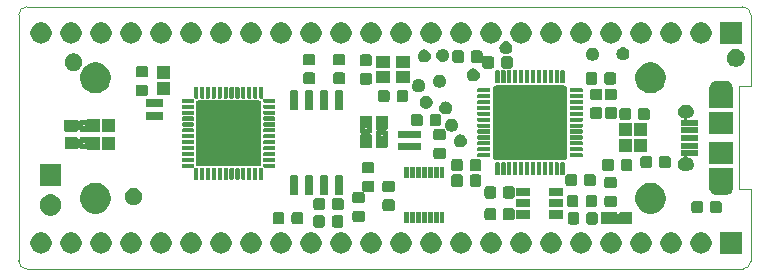
<source format=gts>
G04 #@! TF.GenerationSoftware,KiCad,Pcbnew,(5.1.5)-3*
G04 #@! TF.CreationDate,2020-03-25T11:39:43-07:00*
G04 #@! TF.ProjectId,UPduino_v3.0,55506475-696e-46f5-9f76-332e302e6b69,3.0*
G04 #@! TF.SameCoordinates,PX5f5e100PY5f5e100*
G04 #@! TF.FileFunction,Soldermask,Top*
G04 #@! TF.FilePolarity,Negative*
%FSLAX46Y46*%
G04 Gerber Fmt 4.6, Leading zero omitted, Abs format (unit mm)*
G04 Created by KiCad (PCBNEW (5.1.5)-3) date 2020-03-25 11:39:43*
%MOMM*%
%LPD*%
G04 APERTURE LIST*
%ADD10C,0.050000*%
%ADD11C,0.100000*%
G04 APERTURE END LIST*
D10*
X0Y21520000D02*
G75*
G02X700000Y22220000I700000J0D01*
G01*
X61300000Y22220000D02*
G75*
G02X62000000Y21520000I0J-700000D01*
G01*
X62000000Y700000D02*
G75*
G02X61300000Y0I-700000J0D01*
G01*
X700000Y0D02*
G75*
G02X0Y700000I0J700000D01*
G01*
X62000000Y6800000D02*
X61000000Y6800000D01*
X62000000Y15500000D02*
X61000000Y15500000D01*
X61000000Y6800000D02*
X61000000Y15500000D01*
X62000000Y700000D02*
X62000000Y6800000D01*
X0Y21520000D02*
X0Y700000D01*
X61300000Y22220000D02*
X700000Y22220000D01*
X62000000Y15500000D02*
X62000000Y21520000D01*
X700000Y0D02*
X61300000Y0D01*
D11*
G36*
X61221000Y1319000D02*
G01*
X59419000Y1319000D01*
X59419000Y3121000D01*
X61221000Y3121000D01*
X61221000Y1319000D01*
G37*
G36*
X50270426Y3116687D02*
G01*
X50422812Y3086376D01*
X50586784Y3018456D01*
X50734354Y2919853D01*
X50859853Y2794354D01*
X50958456Y2646784D01*
X51026376Y2482812D01*
X51061000Y2308741D01*
X51061000Y2131259D01*
X51026376Y1957188D01*
X50958456Y1793216D01*
X50859853Y1645646D01*
X50734354Y1520147D01*
X50586784Y1421544D01*
X50422812Y1353624D01*
X50270426Y1323313D01*
X50248742Y1319000D01*
X50071258Y1319000D01*
X50049574Y1323313D01*
X49897188Y1353624D01*
X49733216Y1421544D01*
X49585646Y1520147D01*
X49460147Y1645646D01*
X49361544Y1793216D01*
X49293624Y1957188D01*
X49259000Y2131259D01*
X49259000Y2308741D01*
X49293624Y2482812D01*
X49361544Y2646784D01*
X49460147Y2794354D01*
X49585646Y2919853D01*
X49733216Y3018456D01*
X49897188Y3086376D01*
X50049574Y3116687D01*
X50071258Y3121000D01*
X50248742Y3121000D01*
X50270426Y3116687D01*
G37*
G36*
X19790426Y3116687D02*
G01*
X19942812Y3086376D01*
X20106784Y3018456D01*
X20254354Y2919853D01*
X20379853Y2794354D01*
X20478456Y2646784D01*
X20546376Y2482812D01*
X20581000Y2308741D01*
X20581000Y2131259D01*
X20546376Y1957188D01*
X20478456Y1793216D01*
X20379853Y1645646D01*
X20254354Y1520147D01*
X20106784Y1421544D01*
X19942812Y1353624D01*
X19790426Y1323313D01*
X19768742Y1319000D01*
X19591258Y1319000D01*
X19569574Y1323313D01*
X19417188Y1353624D01*
X19253216Y1421544D01*
X19105646Y1520147D01*
X18980147Y1645646D01*
X18881544Y1793216D01*
X18813624Y1957188D01*
X18779000Y2131259D01*
X18779000Y2308741D01*
X18813624Y2482812D01*
X18881544Y2646784D01*
X18980147Y2794354D01*
X19105646Y2919853D01*
X19253216Y3018456D01*
X19417188Y3086376D01*
X19569574Y3116687D01*
X19591258Y3121000D01*
X19768742Y3121000D01*
X19790426Y3116687D01*
G37*
G36*
X22330426Y3116687D02*
G01*
X22482812Y3086376D01*
X22646784Y3018456D01*
X22794354Y2919853D01*
X22919853Y2794354D01*
X23018456Y2646784D01*
X23086376Y2482812D01*
X23121000Y2308741D01*
X23121000Y2131259D01*
X23086376Y1957188D01*
X23018456Y1793216D01*
X22919853Y1645646D01*
X22794354Y1520147D01*
X22646784Y1421544D01*
X22482812Y1353624D01*
X22330426Y1323313D01*
X22308742Y1319000D01*
X22131258Y1319000D01*
X22109574Y1323313D01*
X21957188Y1353624D01*
X21793216Y1421544D01*
X21645646Y1520147D01*
X21520147Y1645646D01*
X21421544Y1793216D01*
X21353624Y1957188D01*
X21319000Y2131259D01*
X21319000Y2308741D01*
X21353624Y2482812D01*
X21421544Y2646784D01*
X21520147Y2794354D01*
X21645646Y2919853D01*
X21793216Y3018456D01*
X21957188Y3086376D01*
X22109574Y3116687D01*
X22131258Y3121000D01*
X22308742Y3121000D01*
X22330426Y3116687D01*
G37*
G36*
X24870426Y3116687D02*
G01*
X25022812Y3086376D01*
X25186784Y3018456D01*
X25334354Y2919853D01*
X25459853Y2794354D01*
X25558456Y2646784D01*
X25626376Y2482812D01*
X25661000Y2308741D01*
X25661000Y2131259D01*
X25626376Y1957188D01*
X25558456Y1793216D01*
X25459853Y1645646D01*
X25334354Y1520147D01*
X25186784Y1421544D01*
X25022812Y1353624D01*
X24870426Y1323313D01*
X24848742Y1319000D01*
X24671258Y1319000D01*
X24649574Y1323313D01*
X24497188Y1353624D01*
X24333216Y1421544D01*
X24185646Y1520147D01*
X24060147Y1645646D01*
X23961544Y1793216D01*
X23893624Y1957188D01*
X23859000Y2131259D01*
X23859000Y2308741D01*
X23893624Y2482812D01*
X23961544Y2646784D01*
X24060147Y2794354D01*
X24185646Y2919853D01*
X24333216Y3018456D01*
X24497188Y3086376D01*
X24649574Y3116687D01*
X24671258Y3121000D01*
X24848742Y3121000D01*
X24870426Y3116687D01*
G37*
G36*
X27410426Y3116687D02*
G01*
X27562812Y3086376D01*
X27726784Y3018456D01*
X27874354Y2919853D01*
X27999853Y2794354D01*
X28098456Y2646784D01*
X28166376Y2482812D01*
X28201000Y2308741D01*
X28201000Y2131259D01*
X28166376Y1957188D01*
X28098456Y1793216D01*
X27999853Y1645646D01*
X27874354Y1520147D01*
X27726784Y1421544D01*
X27562812Y1353624D01*
X27410426Y1323313D01*
X27388742Y1319000D01*
X27211258Y1319000D01*
X27189574Y1323313D01*
X27037188Y1353624D01*
X26873216Y1421544D01*
X26725646Y1520147D01*
X26600147Y1645646D01*
X26501544Y1793216D01*
X26433624Y1957188D01*
X26399000Y2131259D01*
X26399000Y2308741D01*
X26433624Y2482812D01*
X26501544Y2646784D01*
X26600147Y2794354D01*
X26725646Y2919853D01*
X26873216Y3018456D01*
X27037188Y3086376D01*
X27189574Y3116687D01*
X27211258Y3121000D01*
X27388742Y3121000D01*
X27410426Y3116687D01*
G37*
G36*
X29950426Y3116687D02*
G01*
X30102812Y3086376D01*
X30266784Y3018456D01*
X30414354Y2919853D01*
X30539853Y2794354D01*
X30638456Y2646784D01*
X30706376Y2482812D01*
X30741000Y2308741D01*
X30741000Y2131259D01*
X30706376Y1957188D01*
X30638456Y1793216D01*
X30539853Y1645646D01*
X30414354Y1520147D01*
X30266784Y1421544D01*
X30102812Y1353624D01*
X29950426Y1323313D01*
X29928742Y1319000D01*
X29751258Y1319000D01*
X29729574Y1323313D01*
X29577188Y1353624D01*
X29413216Y1421544D01*
X29265646Y1520147D01*
X29140147Y1645646D01*
X29041544Y1793216D01*
X28973624Y1957188D01*
X28939000Y2131259D01*
X28939000Y2308741D01*
X28973624Y2482812D01*
X29041544Y2646784D01*
X29140147Y2794354D01*
X29265646Y2919853D01*
X29413216Y3018456D01*
X29577188Y3086376D01*
X29729574Y3116687D01*
X29751258Y3121000D01*
X29928742Y3121000D01*
X29950426Y3116687D01*
G37*
G36*
X32490426Y3116687D02*
G01*
X32642812Y3086376D01*
X32806784Y3018456D01*
X32954354Y2919853D01*
X33079853Y2794354D01*
X33178456Y2646784D01*
X33246376Y2482812D01*
X33281000Y2308741D01*
X33281000Y2131259D01*
X33246376Y1957188D01*
X33178456Y1793216D01*
X33079853Y1645646D01*
X32954354Y1520147D01*
X32806784Y1421544D01*
X32642812Y1353624D01*
X32490426Y1323313D01*
X32468742Y1319000D01*
X32291258Y1319000D01*
X32269574Y1323313D01*
X32117188Y1353624D01*
X31953216Y1421544D01*
X31805646Y1520147D01*
X31680147Y1645646D01*
X31581544Y1793216D01*
X31513624Y1957188D01*
X31479000Y2131259D01*
X31479000Y2308741D01*
X31513624Y2482812D01*
X31581544Y2646784D01*
X31680147Y2794354D01*
X31805646Y2919853D01*
X31953216Y3018456D01*
X32117188Y3086376D01*
X32269574Y3116687D01*
X32291258Y3121000D01*
X32468742Y3121000D01*
X32490426Y3116687D01*
G37*
G36*
X35030426Y3116687D02*
G01*
X35182812Y3086376D01*
X35346784Y3018456D01*
X35494354Y2919853D01*
X35619853Y2794354D01*
X35718456Y2646784D01*
X35786376Y2482812D01*
X35821000Y2308741D01*
X35821000Y2131259D01*
X35786376Y1957188D01*
X35718456Y1793216D01*
X35619853Y1645646D01*
X35494354Y1520147D01*
X35346784Y1421544D01*
X35182812Y1353624D01*
X35030426Y1323313D01*
X35008742Y1319000D01*
X34831258Y1319000D01*
X34809574Y1323313D01*
X34657188Y1353624D01*
X34493216Y1421544D01*
X34345646Y1520147D01*
X34220147Y1645646D01*
X34121544Y1793216D01*
X34053624Y1957188D01*
X34019000Y2131259D01*
X34019000Y2308741D01*
X34053624Y2482812D01*
X34121544Y2646784D01*
X34220147Y2794354D01*
X34345646Y2919853D01*
X34493216Y3018456D01*
X34657188Y3086376D01*
X34809574Y3116687D01*
X34831258Y3121000D01*
X35008742Y3121000D01*
X35030426Y3116687D01*
G37*
G36*
X37570426Y3116687D02*
G01*
X37722812Y3086376D01*
X37886784Y3018456D01*
X38034354Y2919853D01*
X38159853Y2794354D01*
X38258456Y2646784D01*
X38326376Y2482812D01*
X38361000Y2308741D01*
X38361000Y2131259D01*
X38326376Y1957188D01*
X38258456Y1793216D01*
X38159853Y1645646D01*
X38034354Y1520147D01*
X37886784Y1421544D01*
X37722812Y1353624D01*
X37570426Y1323313D01*
X37548742Y1319000D01*
X37371258Y1319000D01*
X37349574Y1323313D01*
X37197188Y1353624D01*
X37033216Y1421544D01*
X36885646Y1520147D01*
X36760147Y1645646D01*
X36661544Y1793216D01*
X36593624Y1957188D01*
X36559000Y2131259D01*
X36559000Y2308741D01*
X36593624Y2482812D01*
X36661544Y2646784D01*
X36760147Y2794354D01*
X36885646Y2919853D01*
X37033216Y3018456D01*
X37197188Y3086376D01*
X37349574Y3116687D01*
X37371258Y3121000D01*
X37548742Y3121000D01*
X37570426Y3116687D01*
G37*
G36*
X40110426Y3116687D02*
G01*
X40262812Y3086376D01*
X40426784Y3018456D01*
X40574354Y2919853D01*
X40699853Y2794354D01*
X40798456Y2646784D01*
X40866376Y2482812D01*
X40901000Y2308741D01*
X40901000Y2131259D01*
X40866376Y1957188D01*
X40798456Y1793216D01*
X40699853Y1645646D01*
X40574354Y1520147D01*
X40426784Y1421544D01*
X40262812Y1353624D01*
X40110426Y1323313D01*
X40088742Y1319000D01*
X39911258Y1319000D01*
X39889574Y1323313D01*
X39737188Y1353624D01*
X39573216Y1421544D01*
X39425646Y1520147D01*
X39300147Y1645646D01*
X39201544Y1793216D01*
X39133624Y1957188D01*
X39099000Y2131259D01*
X39099000Y2308741D01*
X39133624Y2482812D01*
X39201544Y2646784D01*
X39300147Y2794354D01*
X39425646Y2919853D01*
X39573216Y3018456D01*
X39737188Y3086376D01*
X39889574Y3116687D01*
X39911258Y3121000D01*
X40088742Y3121000D01*
X40110426Y3116687D01*
G37*
G36*
X42650426Y3116687D02*
G01*
X42802812Y3086376D01*
X42966784Y3018456D01*
X43114354Y2919853D01*
X43239853Y2794354D01*
X43338456Y2646784D01*
X43406376Y2482812D01*
X43441000Y2308741D01*
X43441000Y2131259D01*
X43406376Y1957188D01*
X43338456Y1793216D01*
X43239853Y1645646D01*
X43114354Y1520147D01*
X42966784Y1421544D01*
X42802812Y1353624D01*
X42650426Y1323313D01*
X42628742Y1319000D01*
X42451258Y1319000D01*
X42429574Y1323313D01*
X42277188Y1353624D01*
X42113216Y1421544D01*
X41965646Y1520147D01*
X41840147Y1645646D01*
X41741544Y1793216D01*
X41673624Y1957188D01*
X41639000Y2131259D01*
X41639000Y2308741D01*
X41673624Y2482812D01*
X41741544Y2646784D01*
X41840147Y2794354D01*
X41965646Y2919853D01*
X42113216Y3018456D01*
X42277188Y3086376D01*
X42429574Y3116687D01*
X42451258Y3121000D01*
X42628742Y3121000D01*
X42650426Y3116687D01*
G37*
G36*
X45190426Y3116687D02*
G01*
X45342812Y3086376D01*
X45506784Y3018456D01*
X45654354Y2919853D01*
X45779853Y2794354D01*
X45878456Y2646784D01*
X45946376Y2482812D01*
X45981000Y2308741D01*
X45981000Y2131259D01*
X45946376Y1957188D01*
X45878456Y1793216D01*
X45779853Y1645646D01*
X45654354Y1520147D01*
X45506784Y1421544D01*
X45342812Y1353624D01*
X45190426Y1323313D01*
X45168742Y1319000D01*
X44991258Y1319000D01*
X44969574Y1323313D01*
X44817188Y1353624D01*
X44653216Y1421544D01*
X44505646Y1520147D01*
X44380147Y1645646D01*
X44281544Y1793216D01*
X44213624Y1957188D01*
X44179000Y2131259D01*
X44179000Y2308741D01*
X44213624Y2482812D01*
X44281544Y2646784D01*
X44380147Y2794354D01*
X44505646Y2919853D01*
X44653216Y3018456D01*
X44817188Y3086376D01*
X44969574Y3116687D01*
X44991258Y3121000D01*
X45168742Y3121000D01*
X45190426Y3116687D01*
G37*
G36*
X52810426Y3116687D02*
G01*
X52962812Y3086376D01*
X53126784Y3018456D01*
X53274354Y2919853D01*
X53399853Y2794354D01*
X53498456Y2646784D01*
X53566376Y2482812D01*
X53601000Y2308741D01*
X53601000Y2131259D01*
X53566376Y1957188D01*
X53498456Y1793216D01*
X53399853Y1645646D01*
X53274354Y1520147D01*
X53126784Y1421544D01*
X52962812Y1353624D01*
X52810426Y1323313D01*
X52788742Y1319000D01*
X52611258Y1319000D01*
X52589574Y1323313D01*
X52437188Y1353624D01*
X52273216Y1421544D01*
X52125646Y1520147D01*
X52000147Y1645646D01*
X51901544Y1793216D01*
X51833624Y1957188D01*
X51799000Y2131259D01*
X51799000Y2308741D01*
X51833624Y2482812D01*
X51901544Y2646784D01*
X52000147Y2794354D01*
X52125646Y2919853D01*
X52273216Y3018456D01*
X52437188Y3086376D01*
X52589574Y3116687D01*
X52611258Y3121000D01*
X52788742Y3121000D01*
X52810426Y3116687D01*
G37*
G36*
X55350426Y3116687D02*
G01*
X55502812Y3086376D01*
X55666784Y3018456D01*
X55814354Y2919853D01*
X55939853Y2794354D01*
X56038456Y2646784D01*
X56106376Y2482812D01*
X56141000Y2308741D01*
X56141000Y2131259D01*
X56106376Y1957188D01*
X56038456Y1793216D01*
X55939853Y1645646D01*
X55814354Y1520147D01*
X55666784Y1421544D01*
X55502812Y1353624D01*
X55350426Y1323313D01*
X55328742Y1319000D01*
X55151258Y1319000D01*
X55129574Y1323313D01*
X54977188Y1353624D01*
X54813216Y1421544D01*
X54665646Y1520147D01*
X54540147Y1645646D01*
X54441544Y1793216D01*
X54373624Y1957188D01*
X54339000Y2131259D01*
X54339000Y2308741D01*
X54373624Y2482812D01*
X54441544Y2646784D01*
X54540147Y2794354D01*
X54665646Y2919853D01*
X54813216Y3018456D01*
X54977188Y3086376D01*
X55129574Y3116687D01*
X55151258Y3121000D01*
X55328742Y3121000D01*
X55350426Y3116687D01*
G37*
G36*
X57890426Y3116687D02*
G01*
X58042812Y3086376D01*
X58206784Y3018456D01*
X58354354Y2919853D01*
X58479853Y2794354D01*
X58578456Y2646784D01*
X58646376Y2482812D01*
X58681000Y2308741D01*
X58681000Y2131259D01*
X58646376Y1957188D01*
X58578456Y1793216D01*
X58479853Y1645646D01*
X58354354Y1520147D01*
X58206784Y1421544D01*
X58042812Y1353624D01*
X57890426Y1323313D01*
X57868742Y1319000D01*
X57691258Y1319000D01*
X57669574Y1323313D01*
X57517188Y1353624D01*
X57353216Y1421544D01*
X57205646Y1520147D01*
X57080147Y1645646D01*
X56981544Y1793216D01*
X56913624Y1957188D01*
X56879000Y2131259D01*
X56879000Y2308741D01*
X56913624Y2482812D01*
X56981544Y2646784D01*
X57080147Y2794354D01*
X57205646Y2919853D01*
X57353216Y3018456D01*
X57517188Y3086376D01*
X57669574Y3116687D01*
X57691258Y3121000D01*
X57868742Y3121000D01*
X57890426Y3116687D01*
G37*
G36*
X17250426Y3116687D02*
G01*
X17402812Y3086376D01*
X17566784Y3018456D01*
X17714354Y2919853D01*
X17839853Y2794354D01*
X17938456Y2646784D01*
X18006376Y2482812D01*
X18041000Y2308741D01*
X18041000Y2131259D01*
X18006376Y1957188D01*
X17938456Y1793216D01*
X17839853Y1645646D01*
X17714354Y1520147D01*
X17566784Y1421544D01*
X17402812Y1353624D01*
X17250426Y1323313D01*
X17228742Y1319000D01*
X17051258Y1319000D01*
X17029574Y1323313D01*
X16877188Y1353624D01*
X16713216Y1421544D01*
X16565646Y1520147D01*
X16440147Y1645646D01*
X16341544Y1793216D01*
X16273624Y1957188D01*
X16239000Y2131259D01*
X16239000Y2308741D01*
X16273624Y2482812D01*
X16341544Y2646784D01*
X16440147Y2794354D01*
X16565646Y2919853D01*
X16713216Y3018456D01*
X16877188Y3086376D01*
X17029574Y3116687D01*
X17051258Y3121000D01*
X17228742Y3121000D01*
X17250426Y3116687D01*
G37*
G36*
X14710426Y3116687D02*
G01*
X14862812Y3086376D01*
X15026784Y3018456D01*
X15174354Y2919853D01*
X15299853Y2794354D01*
X15398456Y2646784D01*
X15466376Y2482812D01*
X15501000Y2308741D01*
X15501000Y2131259D01*
X15466376Y1957188D01*
X15398456Y1793216D01*
X15299853Y1645646D01*
X15174354Y1520147D01*
X15026784Y1421544D01*
X14862812Y1353624D01*
X14710426Y1323313D01*
X14688742Y1319000D01*
X14511258Y1319000D01*
X14489574Y1323313D01*
X14337188Y1353624D01*
X14173216Y1421544D01*
X14025646Y1520147D01*
X13900147Y1645646D01*
X13801544Y1793216D01*
X13733624Y1957188D01*
X13699000Y2131259D01*
X13699000Y2308741D01*
X13733624Y2482812D01*
X13801544Y2646784D01*
X13900147Y2794354D01*
X14025646Y2919853D01*
X14173216Y3018456D01*
X14337188Y3086376D01*
X14489574Y3116687D01*
X14511258Y3121000D01*
X14688742Y3121000D01*
X14710426Y3116687D01*
G37*
G36*
X12170426Y3116687D02*
G01*
X12322812Y3086376D01*
X12486784Y3018456D01*
X12634354Y2919853D01*
X12759853Y2794354D01*
X12858456Y2646784D01*
X12926376Y2482812D01*
X12961000Y2308741D01*
X12961000Y2131259D01*
X12926376Y1957188D01*
X12858456Y1793216D01*
X12759853Y1645646D01*
X12634354Y1520147D01*
X12486784Y1421544D01*
X12322812Y1353624D01*
X12170426Y1323313D01*
X12148742Y1319000D01*
X11971258Y1319000D01*
X11949574Y1323313D01*
X11797188Y1353624D01*
X11633216Y1421544D01*
X11485646Y1520147D01*
X11360147Y1645646D01*
X11261544Y1793216D01*
X11193624Y1957188D01*
X11159000Y2131259D01*
X11159000Y2308741D01*
X11193624Y2482812D01*
X11261544Y2646784D01*
X11360147Y2794354D01*
X11485646Y2919853D01*
X11633216Y3018456D01*
X11797188Y3086376D01*
X11949574Y3116687D01*
X11971258Y3121000D01*
X12148742Y3121000D01*
X12170426Y3116687D01*
G37*
G36*
X9630426Y3116687D02*
G01*
X9782812Y3086376D01*
X9946784Y3018456D01*
X10094354Y2919853D01*
X10219853Y2794354D01*
X10318456Y2646784D01*
X10386376Y2482812D01*
X10421000Y2308741D01*
X10421000Y2131259D01*
X10386376Y1957188D01*
X10318456Y1793216D01*
X10219853Y1645646D01*
X10094354Y1520147D01*
X9946784Y1421544D01*
X9782812Y1353624D01*
X9630426Y1323313D01*
X9608742Y1319000D01*
X9431258Y1319000D01*
X9409574Y1323313D01*
X9257188Y1353624D01*
X9093216Y1421544D01*
X8945646Y1520147D01*
X8820147Y1645646D01*
X8721544Y1793216D01*
X8653624Y1957188D01*
X8619000Y2131259D01*
X8619000Y2308741D01*
X8653624Y2482812D01*
X8721544Y2646784D01*
X8820147Y2794354D01*
X8945646Y2919853D01*
X9093216Y3018456D01*
X9257188Y3086376D01*
X9409574Y3116687D01*
X9431258Y3121000D01*
X9608742Y3121000D01*
X9630426Y3116687D01*
G37*
G36*
X7090426Y3116687D02*
G01*
X7242812Y3086376D01*
X7406784Y3018456D01*
X7554354Y2919853D01*
X7679853Y2794354D01*
X7778456Y2646784D01*
X7846376Y2482812D01*
X7881000Y2308741D01*
X7881000Y2131259D01*
X7846376Y1957188D01*
X7778456Y1793216D01*
X7679853Y1645646D01*
X7554354Y1520147D01*
X7406784Y1421544D01*
X7242812Y1353624D01*
X7090426Y1323313D01*
X7068742Y1319000D01*
X6891258Y1319000D01*
X6869574Y1323313D01*
X6717188Y1353624D01*
X6553216Y1421544D01*
X6405646Y1520147D01*
X6280147Y1645646D01*
X6181544Y1793216D01*
X6113624Y1957188D01*
X6079000Y2131259D01*
X6079000Y2308741D01*
X6113624Y2482812D01*
X6181544Y2646784D01*
X6280147Y2794354D01*
X6405646Y2919853D01*
X6553216Y3018456D01*
X6717188Y3086376D01*
X6869574Y3116687D01*
X6891258Y3121000D01*
X7068742Y3121000D01*
X7090426Y3116687D01*
G37*
G36*
X4550426Y3116687D02*
G01*
X4702812Y3086376D01*
X4866784Y3018456D01*
X5014354Y2919853D01*
X5139853Y2794354D01*
X5238456Y2646784D01*
X5306376Y2482812D01*
X5341000Y2308741D01*
X5341000Y2131259D01*
X5306376Y1957188D01*
X5238456Y1793216D01*
X5139853Y1645646D01*
X5014354Y1520147D01*
X4866784Y1421544D01*
X4702812Y1353624D01*
X4550426Y1323313D01*
X4528742Y1319000D01*
X4351258Y1319000D01*
X4329574Y1323313D01*
X4177188Y1353624D01*
X4013216Y1421544D01*
X3865646Y1520147D01*
X3740147Y1645646D01*
X3641544Y1793216D01*
X3573624Y1957188D01*
X3539000Y2131259D01*
X3539000Y2308741D01*
X3573624Y2482812D01*
X3641544Y2646784D01*
X3740147Y2794354D01*
X3865646Y2919853D01*
X4013216Y3018456D01*
X4177188Y3086376D01*
X4329574Y3116687D01*
X4351258Y3121000D01*
X4528742Y3121000D01*
X4550426Y3116687D01*
G37*
G36*
X2010426Y3116687D02*
G01*
X2162812Y3086376D01*
X2326784Y3018456D01*
X2474354Y2919853D01*
X2599853Y2794354D01*
X2698456Y2646784D01*
X2766376Y2482812D01*
X2801000Y2308741D01*
X2801000Y2131259D01*
X2766376Y1957188D01*
X2698456Y1793216D01*
X2599853Y1645646D01*
X2474354Y1520147D01*
X2326784Y1421544D01*
X2162812Y1353624D01*
X2010426Y1323313D01*
X1988742Y1319000D01*
X1811258Y1319000D01*
X1789574Y1323313D01*
X1637188Y1353624D01*
X1473216Y1421544D01*
X1325646Y1520147D01*
X1200147Y1645646D01*
X1101544Y1793216D01*
X1033624Y1957188D01*
X999000Y2131259D01*
X999000Y2308741D01*
X1033624Y2482812D01*
X1101544Y2646784D01*
X1200147Y2794354D01*
X1325646Y2919853D01*
X1473216Y3018456D01*
X1637188Y3086376D01*
X1789574Y3116687D01*
X1811258Y3121000D01*
X1988742Y3121000D01*
X2010426Y3116687D01*
G37*
G36*
X47730426Y3116687D02*
G01*
X47882812Y3086376D01*
X48046784Y3018456D01*
X48194354Y2919853D01*
X48319853Y2794354D01*
X48418456Y2646784D01*
X48486376Y2482812D01*
X48521000Y2308741D01*
X48521000Y2131259D01*
X48486376Y1957188D01*
X48418456Y1793216D01*
X48319853Y1645646D01*
X48194354Y1520147D01*
X48046784Y1421544D01*
X47882812Y1353624D01*
X47730426Y1323313D01*
X47708742Y1319000D01*
X47531258Y1319000D01*
X47509574Y1323313D01*
X47357188Y1353624D01*
X47193216Y1421544D01*
X47045646Y1520147D01*
X46920147Y1645646D01*
X46821544Y1793216D01*
X46753624Y1957188D01*
X46719000Y2131259D01*
X46719000Y2308741D01*
X46753624Y2482812D01*
X46821544Y2646784D01*
X46920147Y2794354D01*
X47045646Y2919853D01*
X47193216Y3018456D01*
X47357188Y3086376D01*
X47509574Y3116687D01*
X47531258Y3121000D01*
X47708742Y3121000D01*
X47730426Y3116687D01*
G37*
G36*
X27324777Y4560350D02*
G01*
X27365859Y4547888D01*
X27403724Y4527648D01*
X27436912Y4500412D01*
X27464148Y4467224D01*
X27484388Y4429359D01*
X27496850Y4388277D01*
X27501300Y4343096D01*
X27501300Y3734504D01*
X27496850Y3689323D01*
X27484388Y3648241D01*
X27464148Y3610376D01*
X27436912Y3577188D01*
X27403724Y3549952D01*
X27365859Y3529712D01*
X27324777Y3517250D01*
X27279596Y3512800D01*
X26746004Y3512800D01*
X26700823Y3517250D01*
X26659741Y3529712D01*
X26621876Y3549952D01*
X26588688Y3577188D01*
X26561452Y3610376D01*
X26541212Y3648241D01*
X26528750Y3689323D01*
X26524300Y3734504D01*
X26524300Y4343096D01*
X26528750Y4388277D01*
X26541212Y4429359D01*
X26561452Y4467224D01*
X26588688Y4500412D01*
X26621876Y4527648D01*
X26659741Y4547888D01*
X26700823Y4560350D01*
X26746004Y4564800D01*
X27279596Y4564800D01*
X27324777Y4560350D01*
G37*
G36*
X25749777Y4560350D02*
G01*
X25790859Y4547888D01*
X25828724Y4527648D01*
X25861912Y4500412D01*
X25889148Y4467224D01*
X25909388Y4429359D01*
X25921850Y4388277D01*
X25926300Y4343096D01*
X25926300Y3734504D01*
X25921850Y3689323D01*
X25909388Y3648241D01*
X25889148Y3610376D01*
X25861912Y3577188D01*
X25828724Y3549952D01*
X25790859Y3529712D01*
X25749777Y3517250D01*
X25704596Y3512800D01*
X25171004Y3512800D01*
X25125823Y3517250D01*
X25084741Y3529712D01*
X25046876Y3549952D01*
X25013688Y3577188D01*
X24986452Y3610376D01*
X24966212Y3648241D01*
X24953750Y3689323D01*
X24949300Y3734504D01*
X24949300Y4343096D01*
X24953750Y4388277D01*
X24966212Y4429359D01*
X24986452Y4467224D01*
X25013688Y4500412D01*
X25046876Y4527648D01*
X25084741Y4547888D01*
X25125823Y4560350D01*
X25171004Y4564800D01*
X25704596Y4564800D01*
X25749777Y4560350D01*
G37*
G36*
X48863977Y4821550D02*
G01*
X48905059Y4809088D01*
X48942924Y4788848D01*
X48976112Y4761612D01*
X49003348Y4728424D01*
X49023588Y4690559D01*
X49036050Y4649477D01*
X49040500Y4604296D01*
X49040500Y3995704D01*
X49036050Y3950523D01*
X49023588Y3909441D01*
X49003348Y3871576D01*
X48976112Y3838388D01*
X48942924Y3811152D01*
X48905059Y3790912D01*
X48863977Y3778450D01*
X48818796Y3774000D01*
X48285204Y3774000D01*
X48240023Y3778450D01*
X48198941Y3790912D01*
X48161076Y3811152D01*
X48127888Y3838388D01*
X48100652Y3871576D01*
X48080412Y3909441D01*
X48067950Y3950523D01*
X48063500Y3995704D01*
X48063500Y4604296D01*
X48067950Y4649477D01*
X48080412Y4690559D01*
X48100652Y4728424D01*
X48127888Y4761612D01*
X48161076Y4788848D01*
X48198941Y4809088D01*
X48240023Y4821550D01*
X48285204Y4826000D01*
X48818796Y4826000D01*
X48863977Y4821550D01*
G37*
G36*
X47288977Y4821550D02*
G01*
X47330059Y4809088D01*
X47367924Y4788848D01*
X47401112Y4761612D01*
X47428348Y4728424D01*
X47448588Y4690559D01*
X47461050Y4649477D01*
X47465500Y4604296D01*
X47465500Y3995704D01*
X47461050Y3950523D01*
X47448588Y3909441D01*
X47428348Y3871576D01*
X47401112Y3838388D01*
X47367924Y3811152D01*
X47330059Y3790912D01*
X47288977Y3778450D01*
X47243796Y3774000D01*
X46710204Y3774000D01*
X46665023Y3778450D01*
X46623941Y3790912D01*
X46586076Y3811152D01*
X46552888Y3838388D01*
X46525652Y3871576D01*
X46505412Y3909441D01*
X46492950Y3950523D01*
X46488500Y3995704D01*
X46488500Y4604296D01*
X46492950Y4649477D01*
X46505412Y4690559D01*
X46525652Y4728424D01*
X46552888Y4761612D01*
X46586076Y4788848D01*
X46623941Y4809088D01*
X46665023Y4821550D01*
X46710204Y4826000D01*
X47243796Y4826000D01*
X47288977Y4821550D01*
G37*
G36*
X50644499Y4805263D02*
G01*
X50654109Y4802347D01*
X50662971Y4797610D01*
X50670737Y4791237D01*
X50677110Y4783471D01*
X50681847Y4774609D01*
X50684763Y4764999D01*
X50685747Y4755000D01*
X50684656Y4743915D01*
X50683169Y4736437D01*
X50683169Y4726635D01*
X50685082Y4717022D01*
X50688833Y4707967D01*
X50694279Y4699817D01*
X50701210Y4692887D01*
X50709359Y4687442D01*
X50718415Y4683691D01*
X50728028Y4681780D01*
X50737830Y4681780D01*
X50747443Y4683693D01*
X50756498Y4687444D01*
X50766578Y4694558D01*
X50873027Y4791427D01*
X50883067Y4798904D01*
X50892139Y4803217D01*
X50902455Y4805823D01*
X50911367Y4806489D01*
X51907046Y4806489D01*
X51919499Y4805263D01*
X51929109Y4802347D01*
X51937971Y4797610D01*
X51945737Y4791237D01*
X51952110Y4783471D01*
X51956847Y4774609D01*
X51959763Y4764999D01*
X51960989Y4752546D01*
X51960989Y3847454D01*
X51959763Y3835001D01*
X51956847Y3825391D01*
X51952110Y3816529D01*
X51945737Y3808763D01*
X51937971Y3802390D01*
X51929109Y3797653D01*
X51919499Y3794737D01*
X51907046Y3793511D01*
X50911954Y3793511D01*
X50899501Y3794737D01*
X50889891Y3797653D01*
X50880504Y3802670D01*
X50873466Y3808174D01*
X50766826Y3905216D01*
X50758965Y3911070D01*
X50750113Y3915278D01*
X50740610Y3917679D01*
X50730822Y3918180D01*
X50721123Y3916761D01*
X50711888Y3913477D01*
X50703471Y3908455D01*
X50696195Y3901887D01*
X50690341Y3894026D01*
X50686133Y3885174D01*
X50683732Y3875671D01*
X50683231Y3865883D01*
X50683703Y3860997D01*
X50685691Y3847414D01*
X50685177Y3837379D01*
X50682717Y3827639D01*
X50678404Y3818567D01*
X50678403Y3818566D01*
X50672403Y3810509D01*
X50672401Y3810508D01*
X50672401Y3810507D01*
X50664946Y3803777D01*
X50662621Y3802390D01*
X50656318Y3798629D01*
X50646852Y3795264D01*
X50634500Y3793753D01*
X50633433Y3793753D01*
X50631455Y3793511D01*
X49336954Y3793511D01*
X49324501Y3794737D01*
X49314891Y3797653D01*
X49306029Y3802390D01*
X49298263Y3808763D01*
X49291890Y3816529D01*
X49287153Y3825391D01*
X49284237Y3835001D01*
X49283011Y3847454D01*
X49283011Y4302354D01*
X50235347Y4302354D01*
X50235848Y4292565D01*
X50238248Y4283062D01*
X50242457Y4274210D01*
X50251640Y4263021D01*
X50277174Y4239785D01*
X50285035Y4233930D01*
X50293887Y4229722D01*
X50303390Y4227321D01*
X50313178Y4226820D01*
X50322877Y4228239D01*
X50332112Y4231523D01*
X50340529Y4236545D01*
X50347804Y4243113D01*
X50353659Y4250974D01*
X50357867Y4259826D01*
X50360268Y4269329D01*
X50360769Y4279117D01*
X50360297Y4284003D01*
X50358309Y4297586D01*
X50358823Y4307622D01*
X50359784Y4311427D01*
X50361243Y4321120D01*
X50360782Y4330910D01*
X50358420Y4340423D01*
X50354247Y4349292D01*
X50348425Y4357177D01*
X50341176Y4363774D01*
X50332779Y4368830D01*
X50323558Y4372151D01*
X50313865Y4373610D01*
X50304075Y4373149D01*
X50294562Y4370787D01*
X50285693Y4366614D01*
X50277658Y4360656D01*
X50251640Y4336980D01*
X50245072Y4329704D01*
X50240050Y4321287D01*
X50236766Y4312052D01*
X50235347Y4302354D01*
X49283011Y4302354D01*
X49283011Y4752546D01*
X49284237Y4764999D01*
X49287153Y4774609D01*
X49291890Y4783471D01*
X49298263Y4791237D01*
X49306029Y4797610D01*
X49314891Y4802347D01*
X49324501Y4805263D01*
X49336954Y4806489D01*
X50632046Y4806489D01*
X50644499Y4805263D01*
G37*
G36*
X23899477Y4841550D02*
G01*
X23940559Y4829088D01*
X23978424Y4808848D01*
X24011612Y4781612D01*
X24038848Y4748424D01*
X24059088Y4710559D01*
X24071550Y4669477D01*
X24076000Y4624296D01*
X24076000Y4015704D01*
X24071550Y3970523D01*
X24059088Y3929441D01*
X24038848Y3891576D01*
X24011612Y3858388D01*
X23978424Y3831152D01*
X23940559Y3810912D01*
X23899477Y3798450D01*
X23854296Y3794000D01*
X23320704Y3794000D01*
X23275523Y3798450D01*
X23234441Y3810912D01*
X23196576Y3831152D01*
X23163388Y3858388D01*
X23136152Y3891576D01*
X23115912Y3929441D01*
X23103450Y3970523D01*
X23099000Y4015704D01*
X23099000Y4624296D01*
X23103450Y4669477D01*
X23115912Y4710559D01*
X23136152Y4748424D01*
X23163388Y4781612D01*
X23196576Y4808848D01*
X23234441Y4829088D01*
X23275523Y4841550D01*
X23320704Y4846000D01*
X23854296Y4846000D01*
X23899477Y4841550D01*
G37*
G36*
X22324477Y4841550D02*
G01*
X22365559Y4829088D01*
X22403424Y4808848D01*
X22436612Y4781612D01*
X22463848Y4748424D01*
X22484088Y4710559D01*
X22496550Y4669477D01*
X22501000Y4624296D01*
X22501000Y4015704D01*
X22496550Y3970523D01*
X22484088Y3929441D01*
X22463848Y3891576D01*
X22436612Y3858388D01*
X22403424Y3831152D01*
X22365559Y3810912D01*
X22324477Y3798450D01*
X22279296Y3794000D01*
X21745704Y3794000D01*
X21700523Y3798450D01*
X21659441Y3810912D01*
X21621576Y3831152D01*
X21588388Y3858388D01*
X21561152Y3891576D01*
X21540912Y3929441D01*
X21528450Y3970523D01*
X21524000Y4015704D01*
X21524000Y4624296D01*
X21528450Y4669477D01*
X21540912Y4710559D01*
X21561152Y4748424D01*
X21588388Y4781612D01*
X21621576Y4808848D01*
X21659441Y4829088D01*
X21700523Y4841550D01*
X21745704Y4846000D01*
X22279296Y4846000D01*
X22324477Y4841550D01*
G37*
G36*
X35551000Y3909000D02*
G01*
X35169000Y3909000D01*
X35169000Y4811000D01*
X35551000Y4811000D01*
X35551000Y3909000D01*
G37*
G36*
X33051000Y3909000D02*
G01*
X32669000Y3909000D01*
X32669000Y4811000D01*
X33051000Y4811000D01*
X33051000Y3909000D01*
G37*
G36*
X33551000Y3909000D02*
G01*
X33169000Y3909000D01*
X33169000Y4811000D01*
X33551000Y4811000D01*
X33551000Y3909000D01*
G37*
G36*
X34051000Y3909000D02*
G01*
X33669000Y3909000D01*
X33669000Y4811000D01*
X34051000Y4811000D01*
X34051000Y3909000D01*
G37*
G36*
X34551000Y3909000D02*
G01*
X34169000Y3909000D01*
X34169000Y4811000D01*
X34551000Y4811000D01*
X34551000Y3909000D01*
G37*
G36*
X35051000Y3909000D02*
G01*
X34669000Y3909000D01*
X34669000Y4811000D01*
X35051000Y4811000D01*
X35051000Y3909000D01*
G37*
G36*
X36051000Y3909000D02*
G01*
X35669000Y3909000D01*
X35669000Y4811000D01*
X36051000Y4811000D01*
X36051000Y3909000D01*
G37*
G36*
X29127477Y4954550D02*
G01*
X29168559Y4942088D01*
X29206424Y4921848D01*
X29239612Y4894612D01*
X29266848Y4861424D01*
X29287088Y4823559D01*
X29299550Y4782477D01*
X29304000Y4737296D01*
X29304000Y4203704D01*
X29299550Y4158523D01*
X29287088Y4117441D01*
X29266848Y4079576D01*
X29239612Y4046388D01*
X29206424Y4019152D01*
X29168559Y3998912D01*
X29127477Y3986450D01*
X29082296Y3982000D01*
X28473704Y3982000D01*
X28428523Y3986450D01*
X28387441Y3998912D01*
X28349576Y4019152D01*
X28316388Y4046388D01*
X28289152Y4079576D01*
X28268912Y4117441D01*
X28256450Y4158523D01*
X28252000Y4203704D01*
X28252000Y4737296D01*
X28256450Y4782477D01*
X28268912Y4823559D01*
X28289152Y4861424D01*
X28316388Y4894612D01*
X28349576Y4921848D01*
X28387441Y4942088D01*
X28428523Y4954550D01*
X28473704Y4959000D01*
X29082296Y4959000D01*
X29127477Y4954550D01*
G37*
G36*
X40240477Y5171550D02*
G01*
X40281559Y5159088D01*
X40319424Y5138848D01*
X40352612Y5111612D01*
X40379848Y5078424D01*
X40400088Y5040559D01*
X40412550Y4999477D01*
X40417000Y4954296D01*
X40417000Y4345704D01*
X40412550Y4300523D01*
X40400088Y4259441D01*
X40379848Y4221576D01*
X40352612Y4188388D01*
X40319424Y4161152D01*
X40281559Y4140912D01*
X40240477Y4128450D01*
X40195296Y4124000D01*
X39661704Y4124000D01*
X39616523Y4128450D01*
X39575441Y4140912D01*
X39537576Y4161152D01*
X39504388Y4188388D01*
X39477152Y4221576D01*
X39456912Y4259441D01*
X39444450Y4300523D01*
X39440000Y4345704D01*
X39440000Y4954296D01*
X39444450Y4999477D01*
X39456912Y5040559D01*
X39477152Y5078424D01*
X39504388Y5111612D01*
X39537576Y5138848D01*
X39575441Y5159088D01*
X39616523Y5171550D01*
X39661704Y5176000D01*
X40195296Y5176000D01*
X40240477Y5171550D01*
G37*
G36*
X41815477Y5171550D02*
G01*
X41856559Y5159088D01*
X41894424Y5138848D01*
X41927612Y5111612D01*
X41954848Y5078424D01*
X41975088Y5040559D01*
X41987550Y4999477D01*
X41992000Y4954296D01*
X41992000Y4345704D01*
X41987550Y4300523D01*
X41975088Y4259441D01*
X41954848Y4221576D01*
X41927612Y4188388D01*
X41894424Y4161152D01*
X41856559Y4140912D01*
X41815477Y4128450D01*
X41770296Y4124000D01*
X41236704Y4124000D01*
X41191523Y4128450D01*
X41150441Y4140912D01*
X41112576Y4161152D01*
X41079388Y4188388D01*
X41052152Y4221576D01*
X41031912Y4259441D01*
X41019450Y4300523D01*
X41015000Y4345704D01*
X41015000Y4954296D01*
X41019450Y4999477D01*
X41031912Y5040559D01*
X41052152Y5078424D01*
X41079388Y5111612D01*
X41112576Y5138848D01*
X41150441Y5159088D01*
X41191523Y5171550D01*
X41236704Y5176000D01*
X41770296Y5176000D01*
X41815477Y5171550D01*
G37*
G36*
X43301000Y4271000D02*
G01*
X42099000Y4271000D01*
X42099000Y4973000D01*
X43301000Y4973000D01*
X43301000Y4271000D01*
G37*
G36*
X46101000Y4271000D02*
G01*
X44899000Y4271000D01*
X44899000Y4973000D01*
X46101000Y4973000D01*
X46101000Y4271000D01*
G37*
G36*
X2799691Y6318822D02*
G01*
X2962812Y6286376D01*
X3126784Y6218456D01*
X3274354Y6119853D01*
X3399853Y5994354D01*
X3498456Y5846784D01*
X3566376Y5682812D01*
X3590467Y5561693D01*
X3601000Y5508742D01*
X3601000Y5331258D01*
X3598042Y5316388D01*
X3566376Y5157188D01*
X3498456Y4993216D01*
X3399853Y4845646D01*
X3274354Y4720147D01*
X3126784Y4621544D01*
X2962812Y4553624D01*
X2812048Y4523636D01*
X2788742Y4519000D01*
X2611258Y4519000D01*
X2587952Y4523636D01*
X2437188Y4553624D01*
X2273216Y4621544D01*
X2125646Y4720147D01*
X2000147Y4845646D01*
X1901544Y4993216D01*
X1833624Y5157188D01*
X1801958Y5316388D01*
X1799000Y5331258D01*
X1799000Y5508742D01*
X1809533Y5561693D01*
X1833624Y5682812D01*
X1901544Y5846784D01*
X2000147Y5994354D01*
X2125646Y6119853D01*
X2273216Y6218456D01*
X2437188Y6286376D01*
X2600309Y6318822D01*
X2611258Y6321000D01*
X2788742Y6321000D01*
X2799691Y6318822D01*
G37*
G36*
X53879486Y7251004D02*
G01*
X54115024Y7153441D01*
X54116255Y7152931D01*
X54155734Y7126552D01*
X54329338Y7010554D01*
X54510554Y6829338D01*
X54525224Y6807382D01*
X54649376Y6621576D01*
X54652932Y6616253D01*
X54751004Y6379486D01*
X54801000Y6128139D01*
X54801000Y5871861D01*
X54751004Y5620514D01*
X54655845Y5390780D01*
X54652931Y5383745D01*
X54599906Y5304388D01*
X54510554Y5170662D01*
X54329338Y4989446D01*
X54258461Y4942088D01*
X54116255Y4847069D01*
X54116254Y4847068D01*
X54116253Y4847068D01*
X53879486Y4748996D01*
X53628139Y4699000D01*
X53371861Y4699000D01*
X53120514Y4748996D01*
X52883747Y4847068D01*
X52883746Y4847068D01*
X52883745Y4847069D01*
X52741539Y4942088D01*
X52670662Y4989446D01*
X52489446Y5170662D01*
X52400094Y5304388D01*
X52347069Y5383745D01*
X52344155Y5390780D01*
X52248996Y5620514D01*
X52199000Y5871861D01*
X52199000Y6128139D01*
X52248996Y6379486D01*
X52347068Y6616253D01*
X52350625Y6621576D01*
X52474776Y6807382D01*
X52489446Y6829338D01*
X52670662Y7010554D01*
X52844266Y7126552D01*
X52883745Y7152931D01*
X52884976Y7153441D01*
X53120514Y7251004D01*
X53371861Y7301000D01*
X53628139Y7301000D01*
X53879486Y7251004D01*
G37*
G36*
X6879486Y7251004D02*
G01*
X7115024Y7153441D01*
X7116255Y7152931D01*
X7155734Y7126552D01*
X7329338Y7010554D01*
X7510554Y6829338D01*
X7525224Y6807382D01*
X7649376Y6621576D01*
X7652932Y6616253D01*
X7751004Y6379486D01*
X7801000Y6128139D01*
X7801000Y5871861D01*
X7751004Y5620514D01*
X7655845Y5390780D01*
X7652931Y5383745D01*
X7599906Y5304388D01*
X7510554Y5170662D01*
X7329338Y4989446D01*
X7258461Y4942088D01*
X7116255Y4847069D01*
X7116254Y4847068D01*
X7116253Y4847068D01*
X6879486Y4748996D01*
X6628139Y4699000D01*
X6371861Y4699000D01*
X6120514Y4748996D01*
X5883747Y4847068D01*
X5883746Y4847068D01*
X5883745Y4847069D01*
X5741539Y4942088D01*
X5670662Y4989446D01*
X5489446Y5170662D01*
X5400094Y5304388D01*
X5347069Y5383745D01*
X5344155Y5390780D01*
X5248996Y5620514D01*
X5199000Y5871861D01*
X5199000Y6128139D01*
X5248996Y6379486D01*
X5347068Y6616253D01*
X5350625Y6621576D01*
X5474776Y6807382D01*
X5489446Y6829338D01*
X5670662Y7010554D01*
X5844266Y7126552D01*
X5883745Y7152931D01*
X5884976Y7153441D01*
X6120514Y7251004D01*
X6371861Y7301000D01*
X6628139Y7301000D01*
X6879486Y7251004D01*
G37*
G36*
X59341477Y5779550D02*
G01*
X59382559Y5767088D01*
X59420424Y5746848D01*
X59453612Y5719612D01*
X59480848Y5686424D01*
X59501088Y5648559D01*
X59513550Y5607477D01*
X59518000Y5562296D01*
X59518000Y4953704D01*
X59513550Y4908523D01*
X59501088Y4867441D01*
X59480848Y4829576D01*
X59453612Y4796388D01*
X59420424Y4769152D01*
X59382559Y4748912D01*
X59341477Y4736450D01*
X59296296Y4732000D01*
X58762704Y4732000D01*
X58717523Y4736450D01*
X58676441Y4748912D01*
X58638576Y4769152D01*
X58605388Y4796388D01*
X58578152Y4829576D01*
X58557912Y4867441D01*
X58545450Y4908523D01*
X58541000Y4953704D01*
X58541000Y5562296D01*
X58545450Y5607477D01*
X58557912Y5648559D01*
X58578152Y5686424D01*
X58605388Y5719612D01*
X58638576Y5746848D01*
X58676441Y5767088D01*
X58717523Y5779550D01*
X58762704Y5784000D01*
X59296296Y5784000D01*
X59341477Y5779550D01*
G37*
G36*
X57766477Y5779550D02*
G01*
X57807559Y5767088D01*
X57845424Y5746848D01*
X57878612Y5719612D01*
X57905848Y5686424D01*
X57926088Y5648559D01*
X57938550Y5607477D01*
X57943000Y5562296D01*
X57943000Y4953704D01*
X57938550Y4908523D01*
X57926088Y4867441D01*
X57905848Y4829576D01*
X57878612Y4796388D01*
X57845424Y4769152D01*
X57807559Y4748912D01*
X57766477Y4736450D01*
X57721296Y4732000D01*
X57187704Y4732000D01*
X57142523Y4736450D01*
X57101441Y4748912D01*
X57063576Y4769152D01*
X57030388Y4796388D01*
X57003152Y4829576D01*
X56982912Y4867441D01*
X56970450Y4908523D01*
X56966000Y4953704D01*
X56966000Y5562296D01*
X56970450Y5607477D01*
X56982912Y5648559D01*
X57003152Y5686424D01*
X57030388Y5719612D01*
X57063576Y5746848D01*
X57101441Y5767088D01*
X57142523Y5779550D01*
X57187704Y5784000D01*
X57721296Y5784000D01*
X57766477Y5779550D01*
G37*
G36*
X31667477Y5896550D02*
G01*
X31708559Y5884088D01*
X31746424Y5863848D01*
X31779612Y5836612D01*
X31806848Y5803424D01*
X31827088Y5765559D01*
X31839550Y5724477D01*
X31844000Y5679296D01*
X31844000Y5145704D01*
X31839550Y5100523D01*
X31827088Y5059441D01*
X31806848Y5021576D01*
X31779612Y4988388D01*
X31746424Y4961152D01*
X31708559Y4940912D01*
X31667477Y4928450D01*
X31622296Y4924000D01*
X31013704Y4924000D01*
X30968523Y4928450D01*
X30927441Y4940912D01*
X30889576Y4961152D01*
X30856388Y4988388D01*
X30829152Y5021576D01*
X30808912Y5059441D01*
X30796450Y5100523D01*
X30792000Y5145704D01*
X30792000Y5679296D01*
X30796450Y5724477D01*
X30808912Y5765559D01*
X30829152Y5803424D01*
X30856388Y5836612D01*
X30889576Y5863848D01*
X30927441Y5884088D01*
X30968523Y5896550D01*
X31013704Y5901000D01*
X31622296Y5901000D01*
X31667477Y5896550D01*
G37*
G36*
X25762477Y6033550D02*
G01*
X25803559Y6021088D01*
X25841424Y6000848D01*
X25874612Y5973612D01*
X25901848Y5940424D01*
X25922088Y5902559D01*
X25934550Y5861477D01*
X25939000Y5816296D01*
X25939000Y5207704D01*
X25934550Y5162523D01*
X25922088Y5121441D01*
X25901848Y5083576D01*
X25874612Y5050388D01*
X25841424Y5023152D01*
X25803559Y5002912D01*
X25762477Y4990450D01*
X25717296Y4986000D01*
X25183704Y4986000D01*
X25138523Y4990450D01*
X25097441Y5002912D01*
X25059576Y5023152D01*
X25026388Y5050388D01*
X24999152Y5083576D01*
X24978912Y5121441D01*
X24966450Y5162523D01*
X24962000Y5207704D01*
X24962000Y5816296D01*
X24966450Y5861477D01*
X24978912Y5902559D01*
X24999152Y5940424D01*
X25026388Y5973612D01*
X25059576Y6000848D01*
X25097441Y6021088D01*
X25138523Y6033550D01*
X25183704Y6038000D01*
X25717296Y6038000D01*
X25762477Y6033550D01*
G37*
G36*
X27337477Y6033550D02*
G01*
X27378559Y6021088D01*
X27416424Y6000848D01*
X27449612Y5973612D01*
X27476848Y5940424D01*
X27497088Y5902559D01*
X27509550Y5861477D01*
X27514000Y5816296D01*
X27514000Y5207704D01*
X27509550Y5162523D01*
X27497088Y5121441D01*
X27476848Y5083576D01*
X27449612Y5050388D01*
X27416424Y5023152D01*
X27378559Y5002912D01*
X27337477Y4990450D01*
X27292296Y4986000D01*
X26758704Y4986000D01*
X26713523Y4990450D01*
X26672441Y5002912D01*
X26634576Y5023152D01*
X26601388Y5050388D01*
X26574152Y5083576D01*
X26553912Y5121441D01*
X26541450Y5162523D01*
X26537000Y5207704D01*
X26537000Y5816296D01*
X26541450Y5861477D01*
X26553912Y5902559D01*
X26574152Y5940424D01*
X26601388Y5973612D01*
X26634576Y6000848D01*
X26672441Y6021088D01*
X26713523Y6033550D01*
X26758704Y6038000D01*
X27292296Y6038000D01*
X27337477Y6033550D01*
G37*
G36*
X43301000Y5221000D02*
G01*
X42099000Y5221000D01*
X42099000Y5923000D01*
X43301000Y5923000D01*
X43301000Y5221000D01*
G37*
G36*
X46101000Y5221000D02*
G01*
X44899000Y5221000D01*
X44899000Y5923000D01*
X46101000Y5923000D01*
X46101000Y5221000D01*
G37*
G36*
X48800477Y6287550D02*
G01*
X48841559Y6275088D01*
X48879424Y6254848D01*
X48912612Y6227612D01*
X48939848Y6194424D01*
X48960088Y6156559D01*
X48972550Y6115477D01*
X48977000Y6070296D01*
X48977000Y5461704D01*
X48972550Y5416523D01*
X48960088Y5375441D01*
X48939848Y5337576D01*
X48912612Y5304388D01*
X48879424Y5277152D01*
X48841559Y5256912D01*
X48800477Y5244450D01*
X48755296Y5240000D01*
X48221704Y5240000D01*
X48176523Y5244450D01*
X48135441Y5256912D01*
X48097576Y5277152D01*
X48064388Y5304388D01*
X48037152Y5337576D01*
X48016912Y5375441D01*
X48004450Y5416523D01*
X48000000Y5461704D01*
X48000000Y6070296D01*
X48004450Y6115477D01*
X48016912Y6156559D01*
X48037152Y6194424D01*
X48064388Y6227612D01*
X48097576Y6254848D01*
X48135441Y6275088D01*
X48176523Y6287550D01*
X48221704Y6292000D01*
X48755296Y6292000D01*
X48800477Y6287550D01*
G37*
G36*
X47225477Y6287550D02*
G01*
X47266559Y6275088D01*
X47304424Y6254848D01*
X47337612Y6227612D01*
X47364848Y6194424D01*
X47385088Y6156559D01*
X47397550Y6115477D01*
X47402000Y6070296D01*
X47402000Y5461704D01*
X47397550Y5416523D01*
X47385088Y5375441D01*
X47364848Y5337576D01*
X47337612Y5304388D01*
X47304424Y5277152D01*
X47266559Y5256912D01*
X47225477Y5244450D01*
X47180296Y5240000D01*
X46646704Y5240000D01*
X46601523Y5244450D01*
X46560441Y5256912D01*
X46522576Y5277152D01*
X46489388Y5304388D01*
X46462152Y5337576D01*
X46441912Y5375441D01*
X46429450Y5416523D01*
X46425000Y5461704D01*
X46425000Y6070296D01*
X46429450Y6115477D01*
X46441912Y6156559D01*
X46462152Y6194424D01*
X46489388Y6227612D01*
X46522576Y6254848D01*
X46560441Y6275088D01*
X46601523Y6287550D01*
X46646704Y6292000D01*
X47180296Y6292000D01*
X47225477Y6287550D01*
G37*
G36*
X50463477Y6224550D02*
G01*
X50504559Y6212088D01*
X50542424Y6191848D01*
X50575612Y6164612D01*
X50602848Y6131424D01*
X50623088Y6093559D01*
X50635550Y6052477D01*
X50640000Y6007296D01*
X50640000Y5473704D01*
X50635550Y5428523D01*
X50623088Y5387441D01*
X50602848Y5349576D01*
X50575612Y5316388D01*
X50542424Y5289152D01*
X50504559Y5268912D01*
X50463477Y5256450D01*
X50418296Y5252000D01*
X49809704Y5252000D01*
X49764523Y5256450D01*
X49723441Y5268912D01*
X49685576Y5289152D01*
X49652388Y5316388D01*
X49625152Y5349576D01*
X49604912Y5387441D01*
X49592450Y5428523D01*
X49588000Y5473704D01*
X49588000Y6007296D01*
X49592450Y6052477D01*
X49604912Y6093559D01*
X49625152Y6131424D01*
X49652388Y6164612D01*
X49685576Y6191848D01*
X49723441Y6212088D01*
X49764523Y6224550D01*
X49809704Y6229000D01*
X50418296Y6229000D01*
X50463477Y6224550D01*
G37*
G36*
X9946765Y6868179D02*
G01*
X10083257Y6811642D01*
X10206096Y6729564D01*
X10310564Y6625096D01*
X10392642Y6502257D01*
X10449179Y6365765D01*
X10478000Y6220870D01*
X10478000Y6073130D01*
X10449179Y5928235D01*
X10392642Y5791743D01*
X10310564Y5668904D01*
X10206096Y5564436D01*
X10083257Y5482358D01*
X9946765Y5425821D01*
X9801870Y5397000D01*
X9654130Y5397000D01*
X9509235Y5425821D01*
X9372743Y5482358D01*
X9249904Y5564436D01*
X9145436Y5668904D01*
X9063358Y5791743D01*
X9006821Y5928235D01*
X8978000Y6073130D01*
X8978000Y6220870D01*
X9006821Y6365765D01*
X9063358Y6502257D01*
X9145436Y6625096D01*
X9249904Y6729564D01*
X9372743Y6811642D01*
X9509235Y6868179D01*
X9654130Y6897000D01*
X9801870Y6897000D01*
X9946765Y6868179D01*
G37*
G36*
X29949477Y7496550D02*
G01*
X29990559Y7484088D01*
X30028424Y7463848D01*
X30061612Y7436612D01*
X30088848Y7403424D01*
X30109088Y7365559D01*
X30121550Y7324477D01*
X30126000Y7279296D01*
X30126000Y6745704D01*
X30121550Y6700523D01*
X30109088Y6659441D01*
X30088848Y6621576D01*
X30061612Y6588388D01*
X30028424Y6561152D01*
X29990559Y6540912D01*
X29949477Y6528450D01*
X29904296Y6524000D01*
X29300691Y6524000D01*
X29290937Y6523039D01*
X29281557Y6520194D01*
X29272913Y6515574D01*
X29265336Y6509356D01*
X29259118Y6501779D01*
X29254498Y6493135D01*
X29251653Y6483755D01*
X29250692Y6474001D01*
X29251653Y6464247D01*
X29254498Y6454867D01*
X29262041Y6442282D01*
X29266848Y6436424D01*
X29287088Y6398559D01*
X29299550Y6357477D01*
X29304000Y6312296D01*
X29304000Y5778704D01*
X29299550Y5733523D01*
X29287088Y5692441D01*
X29266848Y5654576D01*
X29239612Y5621388D01*
X29206424Y5594152D01*
X29168559Y5573912D01*
X29127477Y5561450D01*
X29082296Y5557000D01*
X28473704Y5557000D01*
X28428523Y5561450D01*
X28387441Y5573912D01*
X28349576Y5594152D01*
X28316388Y5621388D01*
X28289152Y5654576D01*
X28268912Y5692441D01*
X28256450Y5733523D01*
X28252000Y5778704D01*
X28252000Y6312296D01*
X28256450Y6357477D01*
X28268912Y6398559D01*
X28289152Y6436424D01*
X28316388Y6469612D01*
X28349576Y6496848D01*
X28387441Y6517088D01*
X28428523Y6529550D01*
X28473704Y6534000D01*
X29077309Y6534000D01*
X29087063Y6534961D01*
X29096443Y6537806D01*
X29105087Y6542426D01*
X29112664Y6548644D01*
X29118882Y6556221D01*
X29123502Y6564865D01*
X29126347Y6574245D01*
X29127308Y6583999D01*
X29126347Y6593753D01*
X29123502Y6603133D01*
X29115959Y6615718D01*
X29111152Y6621576D01*
X29090912Y6659441D01*
X29078450Y6700523D01*
X29074000Y6745704D01*
X29074000Y7279296D01*
X29078450Y7324477D01*
X29090912Y7365559D01*
X29111152Y7403424D01*
X29138388Y7436612D01*
X29171576Y7463848D01*
X29209441Y7484088D01*
X29250523Y7496550D01*
X29295704Y7501000D01*
X29904296Y7501000D01*
X29949477Y7496550D01*
G37*
G36*
X40240477Y7021550D02*
G01*
X40281559Y7009088D01*
X40319424Y6988848D01*
X40352612Y6961612D01*
X40379848Y6928424D01*
X40400088Y6890559D01*
X40412550Y6849477D01*
X40417000Y6804296D01*
X40417000Y6195704D01*
X40412550Y6150523D01*
X40400088Y6109441D01*
X40379848Y6071576D01*
X40352612Y6038388D01*
X40319424Y6011152D01*
X40281559Y5990912D01*
X40240477Y5978450D01*
X40195296Y5974000D01*
X39661704Y5974000D01*
X39616523Y5978450D01*
X39575441Y5990912D01*
X39537576Y6011152D01*
X39504388Y6038388D01*
X39477152Y6071576D01*
X39456912Y6109441D01*
X39444450Y6150523D01*
X39440000Y6195704D01*
X39440000Y6804296D01*
X39444450Y6849477D01*
X39456912Y6890559D01*
X39477152Y6928424D01*
X39504388Y6961612D01*
X39537576Y6988848D01*
X39575441Y7009088D01*
X39616523Y7021550D01*
X39661704Y7026000D01*
X40195296Y7026000D01*
X40240477Y7021550D01*
G37*
G36*
X41815477Y7021550D02*
G01*
X41856559Y7009088D01*
X41894424Y6988848D01*
X41927612Y6961612D01*
X41954848Y6928424D01*
X41975088Y6890559D01*
X41987550Y6849477D01*
X41992000Y6804296D01*
X41992000Y6195704D01*
X41987550Y6150523D01*
X41975088Y6109441D01*
X41954848Y6071576D01*
X41927612Y6038388D01*
X41894424Y6011152D01*
X41856559Y5990912D01*
X41815477Y5978450D01*
X41770296Y5974000D01*
X41236704Y5974000D01*
X41191523Y5978450D01*
X41150441Y5990912D01*
X41112576Y6011152D01*
X41079388Y6038388D01*
X41052152Y6071576D01*
X41031912Y6109441D01*
X41019450Y6150523D01*
X41015000Y6195704D01*
X41015000Y6804296D01*
X41019450Y6849477D01*
X41031912Y6890559D01*
X41052152Y6928424D01*
X41079388Y6961612D01*
X41112576Y6988848D01*
X41150441Y7009088D01*
X41191523Y7021550D01*
X41236704Y7026000D01*
X41770296Y7026000D01*
X41815477Y7021550D01*
G37*
G36*
X46101000Y6171000D02*
G01*
X44899000Y6171000D01*
X44899000Y6873000D01*
X46101000Y6873000D01*
X46101000Y6171000D01*
G37*
G36*
X43301000Y6171000D02*
G01*
X42099000Y6171000D01*
X42099000Y6873000D01*
X43301000Y6873000D01*
X43301000Y6171000D01*
G37*
G36*
X27342614Y7950671D02*
G01*
X27370800Y7942121D01*
X27396778Y7928235D01*
X27419548Y7909548D01*
X27438235Y7886778D01*
X27452121Y7860800D01*
X27460671Y7832614D01*
X27463800Y7800846D01*
X27463800Y6404754D01*
X27460671Y6372986D01*
X27452121Y6344800D01*
X27438235Y6318822D01*
X27419548Y6296052D01*
X27396778Y6277365D01*
X27370800Y6263479D01*
X27342614Y6254929D01*
X27310846Y6251800D01*
X26914754Y6251800D01*
X26882986Y6254929D01*
X26854800Y6263479D01*
X26828822Y6277365D01*
X26806052Y6296052D01*
X26787365Y6318822D01*
X26773479Y6344800D01*
X26764929Y6372986D01*
X26761800Y6404754D01*
X26761800Y7800846D01*
X26764929Y7832614D01*
X26773479Y7860800D01*
X26787365Y7886778D01*
X26806052Y7909548D01*
X26828822Y7928235D01*
X26854800Y7942121D01*
X26882986Y7950671D01*
X26914754Y7953800D01*
X27310846Y7953800D01*
X27342614Y7950671D01*
G37*
G36*
X26072614Y7950671D02*
G01*
X26100800Y7942121D01*
X26126778Y7928235D01*
X26149548Y7909548D01*
X26168235Y7886778D01*
X26182121Y7860800D01*
X26190671Y7832614D01*
X26193800Y7800846D01*
X26193800Y6404754D01*
X26190671Y6372986D01*
X26182121Y6344800D01*
X26168235Y6318822D01*
X26149548Y6296052D01*
X26126778Y6277365D01*
X26100800Y6263479D01*
X26072614Y6254929D01*
X26040846Y6251800D01*
X25644754Y6251800D01*
X25612986Y6254929D01*
X25584800Y6263479D01*
X25558822Y6277365D01*
X25536052Y6296052D01*
X25517365Y6318822D01*
X25503479Y6344800D01*
X25494929Y6372986D01*
X25491800Y6404754D01*
X25491800Y7800846D01*
X25494929Y7832614D01*
X25503479Y7860800D01*
X25517365Y7886778D01*
X25536052Y7909548D01*
X25558822Y7928235D01*
X25584800Y7942121D01*
X25612986Y7950671D01*
X25644754Y7953800D01*
X26040846Y7953800D01*
X26072614Y7950671D01*
G37*
G36*
X24802614Y7950671D02*
G01*
X24830800Y7942121D01*
X24856778Y7928235D01*
X24879548Y7909548D01*
X24898235Y7886778D01*
X24912121Y7860800D01*
X24920671Y7832614D01*
X24923800Y7800846D01*
X24923800Y6404754D01*
X24920671Y6372986D01*
X24912121Y6344800D01*
X24898235Y6318822D01*
X24879548Y6296052D01*
X24856778Y6277365D01*
X24830800Y6263479D01*
X24802614Y6254929D01*
X24770846Y6251800D01*
X24374754Y6251800D01*
X24342986Y6254929D01*
X24314800Y6263479D01*
X24288822Y6277365D01*
X24266052Y6296052D01*
X24247365Y6318822D01*
X24233479Y6344800D01*
X24224929Y6372986D01*
X24221800Y6404754D01*
X24221800Y7800846D01*
X24224929Y7832614D01*
X24233479Y7860800D01*
X24247365Y7886778D01*
X24266052Y7909548D01*
X24288822Y7928235D01*
X24314800Y7942121D01*
X24342986Y7950671D01*
X24374754Y7953800D01*
X24770846Y7953800D01*
X24802614Y7950671D01*
G37*
G36*
X23532614Y7950671D02*
G01*
X23560800Y7942121D01*
X23586778Y7928235D01*
X23609548Y7909548D01*
X23628235Y7886778D01*
X23642121Y7860800D01*
X23650671Y7832614D01*
X23653800Y7800846D01*
X23653800Y6404754D01*
X23650671Y6372986D01*
X23642121Y6344800D01*
X23628235Y6318822D01*
X23609548Y6296052D01*
X23586778Y6277365D01*
X23560800Y6263479D01*
X23532614Y6254929D01*
X23500846Y6251800D01*
X23104754Y6251800D01*
X23072986Y6254929D01*
X23044800Y6263479D01*
X23018822Y6277365D01*
X22996052Y6296052D01*
X22977365Y6318822D01*
X22963479Y6344800D01*
X22954929Y6372986D01*
X22951800Y6404754D01*
X22951800Y7800846D01*
X22954929Y7832614D01*
X22963479Y7860800D01*
X22977365Y7886778D01*
X22996052Y7909548D01*
X23018822Y7928235D01*
X23044800Y7942121D01*
X23072986Y7950671D01*
X23104754Y7953800D01*
X23500846Y7953800D01*
X23532614Y7950671D01*
G37*
G36*
X60476000Y6969429D02*
G01*
X60476241Y6964528D01*
X60479149Y6935000D01*
X60476241Y6905472D01*
X60476000Y6900571D01*
X60476000Y6885352D01*
X60473132Y6873902D01*
X60466580Y6807382D01*
X60429355Y6684667D01*
X60368907Y6571576D01*
X60287553Y6472447D01*
X60188424Y6391093D01*
X60075333Y6330645D01*
X59952618Y6293420D01*
X59856975Y6284000D01*
X59093025Y6284000D01*
X58997382Y6293420D01*
X58874667Y6330645D01*
X58761576Y6391093D01*
X58662447Y6472447D01*
X58581093Y6571576D01*
X58520645Y6684667D01*
X58483420Y6807382D01*
X58476868Y6873902D01*
X58474956Y6883515D01*
X58474000Y6885823D01*
X58474000Y6900571D01*
X58473759Y6905472D01*
X58470851Y6935000D01*
X58473759Y6964528D01*
X58474000Y6969429D01*
X58474000Y8551000D01*
X60476000Y8551000D01*
X60476000Y6969429D01*
G37*
G36*
X31667477Y7471550D02*
G01*
X31708559Y7459088D01*
X31746424Y7438848D01*
X31779612Y7411612D01*
X31806848Y7378424D01*
X31827088Y7340559D01*
X31839550Y7299477D01*
X31844000Y7254296D01*
X31844000Y6720704D01*
X31839550Y6675523D01*
X31827088Y6634441D01*
X31806848Y6596576D01*
X31779612Y6563388D01*
X31746424Y6536152D01*
X31708559Y6515912D01*
X31667477Y6503450D01*
X31622296Y6499000D01*
X31013704Y6499000D01*
X30968523Y6503450D01*
X30927441Y6515912D01*
X30889576Y6536152D01*
X30856388Y6563388D01*
X30829152Y6596576D01*
X30808912Y6634441D01*
X30796450Y6675523D01*
X30792000Y6720704D01*
X30792000Y7254296D01*
X30796450Y7299477D01*
X30808912Y7340559D01*
X30829152Y7378424D01*
X30856388Y7411612D01*
X30889576Y7438848D01*
X30927441Y7459088D01*
X30968523Y7471550D01*
X31013704Y7476000D01*
X31622296Y7476000D01*
X31667477Y7471550D01*
G37*
G36*
X50463477Y7799550D02*
G01*
X50504559Y7787088D01*
X50542424Y7766848D01*
X50575612Y7739612D01*
X50602848Y7706424D01*
X50623088Y7668559D01*
X50635550Y7627477D01*
X50640000Y7582296D01*
X50640000Y7048704D01*
X50635550Y7003523D01*
X50623088Y6962441D01*
X50602848Y6924576D01*
X50575612Y6891388D01*
X50542424Y6864152D01*
X50504559Y6843912D01*
X50463477Y6831450D01*
X50418296Y6827000D01*
X49809704Y6827000D01*
X49764523Y6831450D01*
X49723441Y6843912D01*
X49685576Y6864152D01*
X49652388Y6891388D01*
X49625152Y6924576D01*
X49604912Y6962441D01*
X49592450Y7003523D01*
X49588000Y7048704D01*
X49588000Y7582296D01*
X49592450Y7627477D01*
X49604912Y7668559D01*
X49625152Y7706424D01*
X49652388Y7739612D01*
X49685576Y7766848D01*
X49723441Y7787088D01*
X49764523Y7799550D01*
X49809704Y7804000D01*
X50418296Y7804000D01*
X50463477Y7799550D01*
G37*
G36*
X38999477Y8021550D02*
G01*
X39040559Y8009088D01*
X39078424Y7988848D01*
X39111612Y7961612D01*
X39138848Y7928424D01*
X39159088Y7890559D01*
X39171550Y7849477D01*
X39176000Y7804296D01*
X39176000Y7195704D01*
X39171550Y7150523D01*
X39159088Y7109441D01*
X39138848Y7071576D01*
X39111612Y7038388D01*
X39078424Y7011152D01*
X39040559Y6990912D01*
X38999477Y6978450D01*
X38954296Y6974000D01*
X38420704Y6974000D01*
X38375523Y6978450D01*
X38334441Y6990912D01*
X38296576Y7011152D01*
X38263388Y7038388D01*
X38236152Y7071576D01*
X38215912Y7109441D01*
X38203450Y7150523D01*
X38199000Y7195704D01*
X38199000Y7804296D01*
X38203450Y7849477D01*
X38215912Y7890559D01*
X38236152Y7928424D01*
X38263388Y7961612D01*
X38296576Y7988848D01*
X38334441Y8009088D01*
X38375523Y8021550D01*
X38420704Y8026000D01*
X38954296Y8026000D01*
X38999477Y8021550D01*
G37*
G36*
X37424477Y8021550D02*
G01*
X37465559Y8009088D01*
X37503424Y7988848D01*
X37536612Y7961612D01*
X37563848Y7928424D01*
X37584088Y7890559D01*
X37596550Y7849477D01*
X37601000Y7804296D01*
X37601000Y7195704D01*
X37596550Y7150523D01*
X37584088Y7109441D01*
X37563848Y7071576D01*
X37536612Y7038388D01*
X37503424Y7011152D01*
X37465559Y6990912D01*
X37424477Y6978450D01*
X37379296Y6974000D01*
X36845704Y6974000D01*
X36800523Y6978450D01*
X36759441Y6990912D01*
X36721576Y7011152D01*
X36688388Y7038388D01*
X36661152Y7071576D01*
X36640912Y7109441D01*
X36628450Y7150523D01*
X36624000Y7195704D01*
X36624000Y7804296D01*
X36628450Y7849477D01*
X36640912Y7890559D01*
X36661152Y7928424D01*
X36688388Y7961612D01*
X36721576Y7988848D01*
X36759441Y8009088D01*
X36800523Y8021550D01*
X36845704Y8026000D01*
X37379296Y8026000D01*
X37424477Y8021550D01*
G37*
G36*
X48673477Y8065550D02*
G01*
X48714559Y8053088D01*
X48752424Y8032848D01*
X48785612Y8005612D01*
X48812848Y7972424D01*
X48833088Y7934559D01*
X48845550Y7893477D01*
X48850000Y7848296D01*
X48850000Y7239704D01*
X48845550Y7194523D01*
X48833088Y7153441D01*
X48812848Y7115576D01*
X48785612Y7082388D01*
X48752424Y7055152D01*
X48714559Y7034912D01*
X48673477Y7022450D01*
X48628296Y7018000D01*
X48094704Y7018000D01*
X48049523Y7022450D01*
X48008441Y7034912D01*
X47970576Y7055152D01*
X47937388Y7082388D01*
X47910152Y7115576D01*
X47889912Y7153441D01*
X47877450Y7194523D01*
X47873000Y7239704D01*
X47873000Y7848296D01*
X47877450Y7893477D01*
X47889912Y7934559D01*
X47910152Y7972424D01*
X47937388Y8005612D01*
X47970576Y8032848D01*
X48008441Y8053088D01*
X48049523Y8065550D01*
X48094704Y8070000D01*
X48628296Y8070000D01*
X48673477Y8065550D01*
G37*
G36*
X47098477Y8065550D02*
G01*
X47139559Y8053088D01*
X47177424Y8032848D01*
X47210612Y8005612D01*
X47237848Y7972424D01*
X47258088Y7934559D01*
X47270550Y7893477D01*
X47275000Y7848296D01*
X47275000Y7239704D01*
X47270550Y7194523D01*
X47258088Y7153441D01*
X47237848Y7115576D01*
X47210612Y7082388D01*
X47177424Y7055152D01*
X47139559Y7034912D01*
X47098477Y7022450D01*
X47053296Y7018000D01*
X46519704Y7018000D01*
X46474523Y7022450D01*
X46433441Y7034912D01*
X46395576Y7055152D01*
X46362388Y7082388D01*
X46335152Y7115576D01*
X46314912Y7153441D01*
X46302450Y7194523D01*
X46298000Y7239704D01*
X46298000Y7848296D01*
X46302450Y7893477D01*
X46314912Y7934559D01*
X46335152Y7972424D01*
X46362388Y8005612D01*
X46395576Y8032848D01*
X46433441Y8053088D01*
X46474523Y8065550D01*
X46519704Y8070000D01*
X47053296Y8070000D01*
X47098477Y8065550D01*
G37*
G36*
X3601000Y7059000D02*
G01*
X1799000Y7059000D01*
X1799000Y8861000D01*
X3601000Y8861000D01*
X3601000Y7059000D01*
G37*
G36*
X20155040Y8546153D02*
G01*
X20166819Y8542580D01*
X20177665Y8536782D01*
X20187176Y8528976D01*
X20194982Y8519465D01*
X20200780Y8508619D01*
X20204353Y8496840D01*
X20205800Y8482147D01*
X20205800Y7636053D01*
X20204353Y7621360D01*
X20200780Y7609581D01*
X20194982Y7598735D01*
X20187176Y7589224D01*
X20177665Y7581418D01*
X20166819Y7575620D01*
X20155040Y7572047D01*
X20140347Y7570600D01*
X19919253Y7570600D01*
X19904560Y7572047D01*
X19892781Y7575620D01*
X19881935Y7581418D01*
X19872424Y7589224D01*
X19864618Y7598735D01*
X19858820Y7609581D01*
X19855247Y7621360D01*
X19853800Y7636053D01*
X19853800Y8482147D01*
X19855247Y8496840D01*
X19858820Y8508619D01*
X19864618Y8519465D01*
X19872424Y8528976D01*
X19881935Y8536782D01*
X19892781Y8542580D01*
X19904560Y8546153D01*
X19919253Y8547600D01*
X20140347Y8547600D01*
X20155040Y8546153D01*
G37*
G36*
X20655040Y8546153D02*
G01*
X20668362Y8542111D01*
X20674449Y8539590D01*
X20684062Y8537677D01*
X20693864Y8537677D01*
X20696376Y8538176D01*
X20695877Y8535668D01*
X20695877Y8525866D01*
X20697788Y8516253D01*
X20700312Y8510161D01*
X20704353Y8496840D01*
X20705800Y8482147D01*
X20705800Y7636053D01*
X20704353Y7621360D01*
X20700780Y7609581D01*
X20694982Y7598735D01*
X20687176Y7589224D01*
X20677665Y7581418D01*
X20666819Y7575620D01*
X20655040Y7572047D01*
X20640347Y7570600D01*
X20419253Y7570600D01*
X20404560Y7572047D01*
X20392781Y7575620D01*
X20381935Y7581418D01*
X20372424Y7589224D01*
X20364618Y7598735D01*
X20358820Y7609581D01*
X20355247Y7621360D01*
X20353800Y7636053D01*
X20353800Y8482147D01*
X20355247Y8496840D01*
X20358820Y8508619D01*
X20364618Y8519465D01*
X20372424Y8528976D01*
X20381935Y8536782D01*
X20392781Y8542580D01*
X20404560Y8546153D01*
X20419253Y8547600D01*
X20640347Y8547600D01*
X20655040Y8546153D01*
G37*
G36*
X19655040Y8546153D02*
G01*
X19666819Y8542580D01*
X19677665Y8536782D01*
X19687176Y8528976D01*
X19694982Y8519465D01*
X19700780Y8508619D01*
X19704353Y8496840D01*
X19705800Y8482147D01*
X19705800Y7636053D01*
X19704353Y7621360D01*
X19700780Y7609581D01*
X19694982Y7598735D01*
X19687176Y7589224D01*
X19677665Y7581418D01*
X19666819Y7575620D01*
X19655040Y7572047D01*
X19640347Y7570600D01*
X19419253Y7570600D01*
X19404560Y7572047D01*
X19392781Y7575620D01*
X19381935Y7581418D01*
X19372424Y7589224D01*
X19364618Y7598735D01*
X19358820Y7609581D01*
X19355247Y7621360D01*
X19353800Y7636053D01*
X19353800Y8482147D01*
X19355247Y8496840D01*
X19358820Y8508619D01*
X19364618Y8519465D01*
X19372424Y8528976D01*
X19381935Y8536782D01*
X19392781Y8542580D01*
X19404560Y8546153D01*
X19419253Y8547600D01*
X19640347Y8547600D01*
X19655040Y8546153D01*
G37*
G36*
X18655040Y8546153D02*
G01*
X18666819Y8542580D01*
X18677665Y8536782D01*
X18687176Y8528976D01*
X18694982Y8519465D01*
X18700780Y8508619D01*
X18704353Y8496840D01*
X18705800Y8482147D01*
X18705800Y7636053D01*
X18704353Y7621360D01*
X18700780Y7609581D01*
X18694982Y7598735D01*
X18687176Y7589224D01*
X18677665Y7581418D01*
X18666819Y7575620D01*
X18655040Y7572047D01*
X18640347Y7570600D01*
X18419253Y7570600D01*
X18404560Y7572047D01*
X18392781Y7575620D01*
X18381935Y7581418D01*
X18372424Y7589224D01*
X18364618Y7598735D01*
X18358820Y7609581D01*
X18355247Y7621360D01*
X18353800Y7636053D01*
X18353800Y8482147D01*
X18355247Y8496840D01*
X18358820Y8508619D01*
X18364618Y8519465D01*
X18372424Y8528976D01*
X18381935Y8536782D01*
X18392781Y8542580D01*
X18404560Y8546153D01*
X18419253Y8547600D01*
X18640347Y8547600D01*
X18655040Y8546153D01*
G37*
G36*
X18155040Y8546153D02*
G01*
X18166819Y8542580D01*
X18177665Y8536782D01*
X18187176Y8528976D01*
X18194982Y8519465D01*
X18200780Y8508619D01*
X18204353Y8496840D01*
X18205800Y8482147D01*
X18205800Y7636053D01*
X18204353Y7621360D01*
X18200780Y7609581D01*
X18194982Y7598735D01*
X18187176Y7589224D01*
X18177665Y7581418D01*
X18166819Y7575620D01*
X18155040Y7572047D01*
X18140347Y7570600D01*
X17919253Y7570600D01*
X17904560Y7572047D01*
X17892781Y7575620D01*
X17881935Y7581418D01*
X17872424Y7589224D01*
X17864618Y7598735D01*
X17858820Y7609581D01*
X17855247Y7621360D01*
X17853800Y7636053D01*
X17853800Y8482147D01*
X17855247Y8496840D01*
X17858820Y8508619D01*
X17864618Y8519465D01*
X17872424Y8528976D01*
X17881935Y8536782D01*
X17892781Y8542580D01*
X17904560Y8546153D01*
X17919253Y8547600D01*
X18140347Y8547600D01*
X18155040Y8546153D01*
G37*
G36*
X17655040Y8546153D02*
G01*
X17666819Y8542580D01*
X17677665Y8536782D01*
X17687176Y8528976D01*
X17694982Y8519465D01*
X17700780Y8508619D01*
X17704353Y8496840D01*
X17705800Y8482147D01*
X17705800Y7636053D01*
X17704353Y7621360D01*
X17700780Y7609581D01*
X17694982Y7598735D01*
X17687176Y7589224D01*
X17677665Y7581418D01*
X17666819Y7575620D01*
X17655040Y7572047D01*
X17640347Y7570600D01*
X17419253Y7570600D01*
X17404560Y7572047D01*
X17392781Y7575620D01*
X17381935Y7581418D01*
X17372424Y7589224D01*
X17364618Y7598735D01*
X17358820Y7609581D01*
X17355247Y7621360D01*
X17353800Y7636053D01*
X17353800Y8482147D01*
X17355247Y8496840D01*
X17358820Y8508619D01*
X17364618Y8519465D01*
X17372424Y8528976D01*
X17381935Y8536782D01*
X17392781Y8542580D01*
X17404560Y8546153D01*
X17419253Y8547600D01*
X17640347Y8547600D01*
X17655040Y8546153D01*
G37*
G36*
X15655040Y8546153D02*
G01*
X15666819Y8542580D01*
X15677665Y8536782D01*
X15687176Y8528976D01*
X15694982Y8519465D01*
X15700780Y8508619D01*
X15704353Y8496840D01*
X15705800Y8482147D01*
X15705800Y7636053D01*
X15704353Y7621360D01*
X15700780Y7609581D01*
X15694982Y7598735D01*
X15687176Y7589224D01*
X15677665Y7581418D01*
X15666819Y7575620D01*
X15655040Y7572047D01*
X15640347Y7570600D01*
X15419253Y7570600D01*
X15404560Y7572047D01*
X15392781Y7575620D01*
X15381935Y7581418D01*
X15372424Y7589224D01*
X15364618Y7598735D01*
X15358820Y7609581D01*
X15355247Y7621360D01*
X15353800Y7636053D01*
X15353800Y8482147D01*
X15355247Y8496840D01*
X15358820Y8508619D01*
X15364618Y8519465D01*
X15372424Y8528976D01*
X15381935Y8536782D01*
X15392781Y8542580D01*
X15404560Y8546153D01*
X15419253Y8547600D01*
X15640347Y8547600D01*
X15655040Y8546153D01*
G37*
G36*
X16155040Y8546153D02*
G01*
X16166819Y8542580D01*
X16177665Y8536782D01*
X16187176Y8528976D01*
X16194982Y8519465D01*
X16200780Y8508619D01*
X16204353Y8496840D01*
X16205800Y8482147D01*
X16205800Y7636053D01*
X16204353Y7621360D01*
X16200780Y7609581D01*
X16194982Y7598735D01*
X16187176Y7589224D01*
X16177665Y7581418D01*
X16166819Y7575620D01*
X16155040Y7572047D01*
X16140347Y7570600D01*
X15919253Y7570600D01*
X15904560Y7572047D01*
X15892781Y7575620D01*
X15881935Y7581418D01*
X15872424Y7589224D01*
X15864618Y7598735D01*
X15858820Y7609581D01*
X15855247Y7621360D01*
X15853800Y7636053D01*
X15853800Y8482147D01*
X15855247Y8496840D01*
X15858820Y8508619D01*
X15864618Y8519465D01*
X15872424Y8528976D01*
X15881935Y8536782D01*
X15892781Y8542580D01*
X15904560Y8546153D01*
X15919253Y8547600D01*
X16140347Y8547600D01*
X16155040Y8546153D01*
G37*
G36*
X16655040Y8546153D02*
G01*
X16666819Y8542580D01*
X16677665Y8536782D01*
X16687176Y8528976D01*
X16694982Y8519465D01*
X16700780Y8508619D01*
X16704353Y8496840D01*
X16705800Y8482147D01*
X16705800Y7636053D01*
X16704353Y7621360D01*
X16700780Y7609581D01*
X16694982Y7598735D01*
X16687176Y7589224D01*
X16677665Y7581418D01*
X16666819Y7575620D01*
X16655040Y7572047D01*
X16640347Y7570600D01*
X16419253Y7570600D01*
X16404560Y7572047D01*
X16392781Y7575620D01*
X16381935Y7581418D01*
X16372424Y7589224D01*
X16364618Y7598735D01*
X16358820Y7609581D01*
X16355247Y7621360D01*
X16353800Y7636053D01*
X16353800Y8482147D01*
X16355247Y8496840D01*
X16358820Y8508619D01*
X16364618Y8519465D01*
X16372424Y8528976D01*
X16381935Y8536782D01*
X16392781Y8542580D01*
X16404560Y8546153D01*
X16419253Y8547600D01*
X16640347Y8547600D01*
X16655040Y8546153D01*
G37*
G36*
X15155040Y8546153D02*
G01*
X15166819Y8542580D01*
X15177665Y8536782D01*
X15187176Y8528976D01*
X15194982Y8519465D01*
X15200780Y8508619D01*
X15204353Y8496840D01*
X15205800Y8482147D01*
X15205800Y7636053D01*
X15204353Y7621360D01*
X15200780Y7609581D01*
X15194982Y7598735D01*
X15187176Y7589224D01*
X15177665Y7581418D01*
X15166819Y7575620D01*
X15155040Y7572047D01*
X15140347Y7570600D01*
X14919253Y7570600D01*
X14904560Y7572047D01*
X14892781Y7575620D01*
X14881935Y7581418D01*
X14872424Y7589224D01*
X14864618Y7598735D01*
X14858820Y7609581D01*
X14855247Y7621360D01*
X14853800Y7636053D01*
X14853800Y8482147D01*
X14855247Y8496840D01*
X14859289Y8510162D01*
X14861810Y8516249D01*
X14863723Y8525862D01*
X14863723Y8535664D01*
X14863224Y8538176D01*
X14865732Y8537677D01*
X14875534Y8537677D01*
X14885147Y8539588D01*
X14891239Y8542112D01*
X14904560Y8546153D01*
X14919253Y8547600D01*
X15140347Y8547600D01*
X15155040Y8546153D01*
G37*
G36*
X19155040Y8546153D02*
G01*
X19166819Y8542580D01*
X19177665Y8536782D01*
X19187176Y8528976D01*
X19194982Y8519465D01*
X19200780Y8508619D01*
X19204353Y8496840D01*
X19205800Y8482147D01*
X19205800Y7636053D01*
X19204353Y7621360D01*
X19200780Y7609581D01*
X19194982Y7598735D01*
X19187176Y7589224D01*
X19177665Y7581418D01*
X19166819Y7575620D01*
X19155040Y7572047D01*
X19140347Y7570600D01*
X18919253Y7570600D01*
X18904560Y7572047D01*
X18892781Y7575620D01*
X18881935Y7581418D01*
X18872424Y7589224D01*
X18864618Y7598735D01*
X18858820Y7609581D01*
X18855247Y7621360D01*
X18853800Y7636053D01*
X18853800Y8482147D01*
X18855247Y8496840D01*
X18858820Y8508619D01*
X18864618Y8519465D01*
X18872424Y8528976D01*
X18881935Y8536782D01*
X18892781Y8542580D01*
X18904560Y8546153D01*
X18919253Y8547600D01*
X19140347Y8547600D01*
X19155040Y8546153D01*
G37*
G36*
X17155040Y8546153D02*
G01*
X17166819Y8542580D01*
X17177665Y8536782D01*
X17187176Y8528976D01*
X17194982Y8519465D01*
X17200780Y8508619D01*
X17204353Y8496840D01*
X17205800Y8482147D01*
X17205800Y7636053D01*
X17204353Y7621360D01*
X17200780Y7609581D01*
X17194982Y7598735D01*
X17187176Y7589224D01*
X17177665Y7581418D01*
X17166819Y7575620D01*
X17155040Y7572047D01*
X17140347Y7570600D01*
X16919253Y7570600D01*
X16904560Y7572047D01*
X16892781Y7575620D01*
X16881935Y7581418D01*
X16872424Y7589224D01*
X16864618Y7598735D01*
X16858820Y7609581D01*
X16855247Y7621360D01*
X16853800Y7636053D01*
X16853800Y8482147D01*
X16855247Y8496840D01*
X16858820Y8508619D01*
X16864618Y8519465D01*
X16872424Y8528976D01*
X16881935Y8536782D01*
X16892781Y8542580D01*
X16904560Y8546153D01*
X16919253Y8547600D01*
X17140347Y8547600D01*
X17155040Y8546153D01*
G37*
G36*
X35051000Y7709000D02*
G01*
X34669000Y7709000D01*
X34669000Y8611000D01*
X35051000Y8611000D01*
X35051000Y7709000D01*
G37*
G36*
X33051000Y7709000D02*
G01*
X32669000Y7709000D01*
X32669000Y8611000D01*
X33051000Y8611000D01*
X33051000Y7709000D01*
G37*
G36*
X33551000Y7709000D02*
G01*
X33169000Y7709000D01*
X33169000Y8611000D01*
X33551000Y8611000D01*
X33551000Y7709000D01*
G37*
G36*
X34051000Y7709000D02*
G01*
X33669000Y7709000D01*
X33669000Y8611000D01*
X34051000Y8611000D01*
X34051000Y7709000D01*
G37*
G36*
X34551000Y7709000D02*
G01*
X34169000Y7709000D01*
X34169000Y8611000D01*
X34551000Y8611000D01*
X34551000Y7709000D01*
G37*
G36*
X36051000Y7709000D02*
G01*
X35669000Y7709000D01*
X35669000Y8611000D01*
X36051000Y8611000D01*
X36051000Y7709000D01*
G37*
G36*
X35551000Y7709000D02*
G01*
X35169000Y7709000D01*
X35169000Y8611000D01*
X35551000Y8611000D01*
X35551000Y7709000D01*
G37*
G36*
X45673640Y9048353D02*
G01*
X45685419Y9044780D01*
X45696265Y9038982D01*
X45705776Y9031176D01*
X45713582Y9021665D01*
X45719380Y9010819D01*
X45722953Y8999040D01*
X45724400Y8984347D01*
X45724400Y8013253D01*
X45722953Y7998560D01*
X45719380Y7986781D01*
X45713582Y7975935D01*
X45705776Y7966424D01*
X45696265Y7958618D01*
X45685419Y7952820D01*
X45673640Y7949247D01*
X45658947Y7947800D01*
X45437853Y7947800D01*
X45423160Y7949247D01*
X45411381Y7952820D01*
X45400535Y7958618D01*
X45391024Y7966424D01*
X45383218Y7975935D01*
X45377420Y7986781D01*
X45373847Y7998560D01*
X45372400Y8013253D01*
X45372400Y8984347D01*
X45373847Y8999040D01*
X45377420Y9010819D01*
X45383218Y9021665D01*
X45391024Y9031176D01*
X45400535Y9038982D01*
X45411381Y9044780D01*
X45423160Y9048353D01*
X45437853Y9049800D01*
X45658947Y9049800D01*
X45673640Y9048353D01*
G37*
G36*
X46173640Y9048353D02*
G01*
X46185419Y9044780D01*
X46196265Y9038982D01*
X46205776Y9031176D01*
X46213582Y9021665D01*
X46219380Y9010819D01*
X46222953Y8999040D01*
X46224400Y8984347D01*
X46224400Y8013253D01*
X46222953Y7998560D01*
X46219380Y7986781D01*
X46213582Y7975935D01*
X46205776Y7966424D01*
X46196265Y7958618D01*
X46185419Y7952820D01*
X46173640Y7949247D01*
X46158947Y7947800D01*
X45937853Y7947800D01*
X45923160Y7949247D01*
X45911381Y7952820D01*
X45900535Y7958618D01*
X45891024Y7966424D01*
X45883218Y7975935D01*
X45877420Y7986781D01*
X45873847Y7998560D01*
X45872400Y8013253D01*
X45872400Y8984347D01*
X45873847Y8999040D01*
X45877420Y9010819D01*
X45883218Y9021665D01*
X45891024Y9031176D01*
X45900535Y9038982D01*
X45911381Y9044780D01*
X45923160Y9048353D01*
X45937853Y9049800D01*
X46158947Y9049800D01*
X46173640Y9048353D01*
G37*
G36*
X45173640Y9048353D02*
G01*
X45185419Y9044780D01*
X45196265Y9038982D01*
X45205776Y9031176D01*
X45213582Y9021665D01*
X45219380Y9010819D01*
X45222953Y8999040D01*
X45224400Y8984347D01*
X45224400Y8013253D01*
X45222953Y7998560D01*
X45219380Y7986781D01*
X45213582Y7975935D01*
X45205776Y7966424D01*
X45196265Y7958618D01*
X45185419Y7952820D01*
X45173640Y7949247D01*
X45158947Y7947800D01*
X44937853Y7947800D01*
X44923160Y7949247D01*
X44911381Y7952820D01*
X44900535Y7958618D01*
X44891024Y7966424D01*
X44883218Y7975935D01*
X44877420Y7986781D01*
X44873847Y7998560D01*
X44872400Y8013253D01*
X44872400Y8984347D01*
X44873847Y8999040D01*
X44877420Y9010819D01*
X44883218Y9021665D01*
X44891024Y9031176D01*
X44900535Y9038982D01*
X44911381Y9044780D01*
X44923160Y9048353D01*
X44937853Y9049800D01*
X45158947Y9049800D01*
X45173640Y9048353D01*
G37*
G36*
X44673640Y9048353D02*
G01*
X44685419Y9044780D01*
X44696265Y9038982D01*
X44705776Y9031176D01*
X44713582Y9021665D01*
X44719380Y9010819D01*
X44722953Y8999040D01*
X44724400Y8984347D01*
X44724400Y8013253D01*
X44722953Y7998560D01*
X44719380Y7986781D01*
X44713582Y7975935D01*
X44705776Y7966424D01*
X44696265Y7958618D01*
X44685419Y7952820D01*
X44673640Y7949247D01*
X44658947Y7947800D01*
X44437853Y7947800D01*
X44423160Y7949247D01*
X44411381Y7952820D01*
X44400535Y7958618D01*
X44391024Y7966424D01*
X44383218Y7975935D01*
X44377420Y7986781D01*
X44373847Y7998560D01*
X44372400Y8013253D01*
X44372400Y8984347D01*
X44373847Y8999040D01*
X44377420Y9010819D01*
X44383218Y9021665D01*
X44391024Y9031176D01*
X44400535Y9038982D01*
X44411381Y9044780D01*
X44423160Y9048353D01*
X44437853Y9049800D01*
X44658947Y9049800D01*
X44673640Y9048353D01*
G37*
G36*
X44173640Y9048353D02*
G01*
X44185419Y9044780D01*
X44196265Y9038982D01*
X44205776Y9031176D01*
X44213582Y9021665D01*
X44219380Y9010819D01*
X44222953Y8999040D01*
X44224400Y8984347D01*
X44224400Y8013253D01*
X44222953Y7998560D01*
X44219380Y7986781D01*
X44213582Y7975935D01*
X44205776Y7966424D01*
X44196265Y7958618D01*
X44185419Y7952820D01*
X44173640Y7949247D01*
X44158947Y7947800D01*
X43937853Y7947800D01*
X43923160Y7949247D01*
X43911381Y7952820D01*
X43900535Y7958618D01*
X43891024Y7966424D01*
X43883218Y7975935D01*
X43877420Y7986781D01*
X43873847Y7998560D01*
X43872400Y8013253D01*
X43872400Y8984347D01*
X43873847Y8999040D01*
X43877420Y9010819D01*
X43883218Y9021665D01*
X43891024Y9031176D01*
X43900535Y9038982D01*
X43911381Y9044780D01*
X43923160Y9048353D01*
X43937853Y9049800D01*
X44158947Y9049800D01*
X44173640Y9048353D01*
G37*
G36*
X43673640Y9048353D02*
G01*
X43685419Y9044780D01*
X43696265Y9038982D01*
X43705776Y9031176D01*
X43713582Y9021665D01*
X43719380Y9010819D01*
X43722953Y8999040D01*
X43724400Y8984347D01*
X43724400Y8013253D01*
X43722953Y7998560D01*
X43719380Y7986781D01*
X43713582Y7975935D01*
X43705776Y7966424D01*
X43696265Y7958618D01*
X43685419Y7952820D01*
X43673640Y7949247D01*
X43658947Y7947800D01*
X43437853Y7947800D01*
X43423160Y7949247D01*
X43411381Y7952820D01*
X43400535Y7958618D01*
X43391024Y7966424D01*
X43383218Y7975935D01*
X43377420Y7986781D01*
X43373847Y7998560D01*
X43372400Y8013253D01*
X43372400Y8984347D01*
X43373847Y8999040D01*
X43377420Y9010819D01*
X43383218Y9021665D01*
X43391024Y9031176D01*
X43400535Y9038982D01*
X43411381Y9044780D01*
X43423160Y9048353D01*
X43437853Y9049800D01*
X43658947Y9049800D01*
X43673640Y9048353D01*
G37*
G36*
X43173640Y9048353D02*
G01*
X43185419Y9044780D01*
X43196265Y9038982D01*
X43205776Y9031176D01*
X43213582Y9021665D01*
X43219380Y9010819D01*
X43222953Y8999040D01*
X43224400Y8984347D01*
X43224400Y8013253D01*
X43222953Y7998560D01*
X43219380Y7986781D01*
X43213582Y7975935D01*
X43205776Y7966424D01*
X43196265Y7958618D01*
X43185419Y7952820D01*
X43173640Y7949247D01*
X43158947Y7947800D01*
X42937853Y7947800D01*
X42923160Y7949247D01*
X42911381Y7952820D01*
X42900535Y7958618D01*
X42891024Y7966424D01*
X42883218Y7975935D01*
X42877420Y7986781D01*
X42873847Y7998560D01*
X42872400Y8013253D01*
X42872400Y8984347D01*
X42873847Y8999040D01*
X42877420Y9010819D01*
X42883218Y9021665D01*
X42891024Y9031176D01*
X42900535Y9038982D01*
X42911381Y9044780D01*
X42923160Y9048353D01*
X42937853Y9049800D01*
X43158947Y9049800D01*
X43173640Y9048353D01*
G37*
G36*
X42173640Y9048353D02*
G01*
X42185419Y9044780D01*
X42196265Y9038982D01*
X42205776Y9031176D01*
X42213582Y9021665D01*
X42219380Y9010819D01*
X42222953Y8999040D01*
X42224400Y8984347D01*
X42224400Y8013253D01*
X42222953Y7998560D01*
X42219380Y7986781D01*
X42213582Y7975935D01*
X42205776Y7966424D01*
X42196265Y7958618D01*
X42185419Y7952820D01*
X42173640Y7949247D01*
X42158947Y7947800D01*
X41937853Y7947800D01*
X41923160Y7949247D01*
X41911381Y7952820D01*
X41900535Y7958618D01*
X41891024Y7966424D01*
X41883218Y7975935D01*
X41877420Y7986781D01*
X41873847Y7998560D01*
X41872400Y8013253D01*
X41872400Y8984347D01*
X41873847Y8999040D01*
X41877420Y9010819D01*
X41883218Y9021665D01*
X41891024Y9031176D01*
X41900535Y9038982D01*
X41911381Y9044780D01*
X41923160Y9048353D01*
X41937853Y9049800D01*
X42158947Y9049800D01*
X42173640Y9048353D01*
G37*
G36*
X42673640Y9048353D02*
G01*
X42685419Y9044780D01*
X42696265Y9038982D01*
X42705776Y9031176D01*
X42713582Y9021665D01*
X42719380Y9010819D01*
X42722953Y8999040D01*
X42724400Y8984347D01*
X42724400Y8013253D01*
X42722953Y7998560D01*
X42719380Y7986781D01*
X42713582Y7975935D01*
X42705776Y7966424D01*
X42696265Y7958618D01*
X42685419Y7952820D01*
X42673640Y7949247D01*
X42658947Y7947800D01*
X42437853Y7947800D01*
X42423160Y7949247D01*
X42411381Y7952820D01*
X42400535Y7958618D01*
X42391024Y7966424D01*
X42383218Y7975935D01*
X42377420Y7986781D01*
X42373847Y7998560D01*
X42372400Y8013253D01*
X42372400Y8984347D01*
X42373847Y8999040D01*
X42377420Y9010819D01*
X42383218Y9021665D01*
X42391024Y9031176D01*
X42400535Y9038982D01*
X42411381Y9044780D01*
X42423160Y9048353D01*
X42437853Y9049800D01*
X42658947Y9049800D01*
X42673640Y9048353D01*
G37*
G36*
X41173640Y9048353D02*
G01*
X41185419Y9044780D01*
X41196265Y9038982D01*
X41205776Y9031176D01*
X41213582Y9021665D01*
X41219380Y9010819D01*
X41222953Y8999040D01*
X41224400Y8984347D01*
X41224400Y8013253D01*
X41222953Y7998560D01*
X41219380Y7986781D01*
X41213582Y7975935D01*
X41205776Y7966424D01*
X41196265Y7958618D01*
X41185419Y7952820D01*
X41173640Y7949247D01*
X41158947Y7947800D01*
X40937853Y7947800D01*
X40923160Y7949247D01*
X40911381Y7952820D01*
X40900535Y7958618D01*
X40891024Y7966424D01*
X40883218Y7975935D01*
X40877420Y7986781D01*
X40873847Y7998560D01*
X40872400Y8013253D01*
X40872400Y8984347D01*
X40873847Y8999040D01*
X40877420Y9010819D01*
X40883218Y9021665D01*
X40891024Y9031176D01*
X40900535Y9038982D01*
X40911381Y9044780D01*
X40923160Y9048353D01*
X40937853Y9049800D01*
X41158947Y9049800D01*
X41173640Y9048353D01*
G37*
G36*
X41673640Y9048353D02*
G01*
X41685419Y9044780D01*
X41696265Y9038982D01*
X41705776Y9031176D01*
X41713582Y9021665D01*
X41719380Y9010819D01*
X41722953Y8999040D01*
X41724400Y8984347D01*
X41724400Y8013253D01*
X41722953Y7998560D01*
X41719380Y7986781D01*
X41713582Y7975935D01*
X41705776Y7966424D01*
X41696265Y7958618D01*
X41685419Y7952820D01*
X41673640Y7949247D01*
X41658947Y7947800D01*
X41437853Y7947800D01*
X41423160Y7949247D01*
X41411381Y7952820D01*
X41400535Y7958618D01*
X41391024Y7966424D01*
X41383218Y7975935D01*
X41377420Y7986781D01*
X41373847Y7998560D01*
X41372400Y8013253D01*
X41372400Y8984347D01*
X41373847Y8999040D01*
X41377420Y9010819D01*
X41383218Y9021665D01*
X41391024Y9031176D01*
X41400535Y9038982D01*
X41411381Y9044780D01*
X41423160Y9048353D01*
X41437853Y9049800D01*
X41658947Y9049800D01*
X41673640Y9048353D01*
G37*
G36*
X40673640Y9048353D02*
G01*
X40685419Y9044780D01*
X40696265Y9038982D01*
X40705776Y9031176D01*
X40713582Y9021665D01*
X40719380Y9010819D01*
X40722953Y8999040D01*
X40724400Y8984347D01*
X40724400Y8013253D01*
X40722953Y7998560D01*
X40719380Y7986781D01*
X40713582Y7975935D01*
X40705776Y7966424D01*
X40696265Y7958618D01*
X40685419Y7952820D01*
X40673640Y7949247D01*
X40658947Y7947800D01*
X40437853Y7947800D01*
X40423160Y7949247D01*
X40411381Y7952820D01*
X40400535Y7958618D01*
X40391024Y7966424D01*
X40383218Y7975935D01*
X40377420Y7986781D01*
X40373847Y7998560D01*
X40372400Y8013253D01*
X40372400Y8984347D01*
X40373847Y8999040D01*
X40377420Y9010819D01*
X40383218Y9021665D01*
X40391024Y9031176D01*
X40400535Y9038982D01*
X40411381Y9044780D01*
X40423160Y9048353D01*
X40437853Y9049800D01*
X40658947Y9049800D01*
X40673640Y9048353D01*
G37*
G36*
X29949477Y9071550D02*
G01*
X29990559Y9059088D01*
X30028424Y9038848D01*
X30061612Y9011612D01*
X30088848Y8978424D01*
X30109088Y8940559D01*
X30121550Y8899477D01*
X30126000Y8854296D01*
X30126000Y8320704D01*
X30121550Y8275523D01*
X30109088Y8234441D01*
X30088848Y8196576D01*
X30061612Y8163388D01*
X30028424Y8136152D01*
X29990559Y8115912D01*
X29949477Y8103450D01*
X29904296Y8099000D01*
X29295704Y8099000D01*
X29250523Y8103450D01*
X29209441Y8115912D01*
X29171576Y8136152D01*
X29138388Y8163388D01*
X29111152Y8196576D01*
X29090912Y8234441D01*
X29078450Y8275523D01*
X29074000Y8320704D01*
X29074000Y8854296D01*
X29078450Y8899477D01*
X29090912Y8940559D01*
X29111152Y8978424D01*
X29138388Y9011612D01*
X29171576Y9038848D01*
X29209441Y9059088D01*
X29250523Y9071550D01*
X29295704Y9076000D01*
X29904296Y9076000D01*
X29949477Y9071550D01*
G37*
G36*
X37424477Y9321550D02*
G01*
X37465559Y9309088D01*
X37503424Y9288848D01*
X37536612Y9261612D01*
X37563848Y9228424D01*
X37584088Y9190559D01*
X37596550Y9149477D01*
X37601000Y9104296D01*
X37601000Y8495704D01*
X37596550Y8450523D01*
X37584088Y8409441D01*
X37563848Y8371576D01*
X37536612Y8338388D01*
X37503424Y8311152D01*
X37465559Y8290912D01*
X37424477Y8278450D01*
X37379296Y8274000D01*
X36845704Y8274000D01*
X36800523Y8278450D01*
X36759441Y8290912D01*
X36721576Y8311152D01*
X36688388Y8338388D01*
X36661152Y8371576D01*
X36640912Y8409441D01*
X36628450Y8450523D01*
X36624000Y8495704D01*
X36624000Y9104296D01*
X36628450Y9149477D01*
X36640912Y9190559D01*
X36661152Y9228424D01*
X36688388Y9261612D01*
X36721576Y9288848D01*
X36759441Y9309088D01*
X36800523Y9321550D01*
X36845704Y9326000D01*
X37379296Y9326000D01*
X37424477Y9321550D01*
G37*
G36*
X38999477Y9321550D02*
G01*
X39040559Y9309088D01*
X39078424Y9288848D01*
X39111612Y9261612D01*
X39138848Y9228424D01*
X39159088Y9190559D01*
X39171550Y9149477D01*
X39176000Y9104296D01*
X39176000Y8495704D01*
X39171550Y8450523D01*
X39159088Y8409441D01*
X39138848Y8371576D01*
X39111612Y8338388D01*
X39078424Y8311152D01*
X39040559Y8290912D01*
X38999477Y8278450D01*
X38954296Y8274000D01*
X38420704Y8274000D01*
X38375523Y8278450D01*
X38334441Y8290912D01*
X38296576Y8311152D01*
X38263388Y8338388D01*
X38236152Y8371576D01*
X38215912Y8409441D01*
X38203450Y8450523D01*
X38199000Y8495704D01*
X38199000Y9104296D01*
X38203450Y9149477D01*
X38215912Y9190559D01*
X38236152Y9228424D01*
X38263388Y9261612D01*
X38296576Y9288848D01*
X38334441Y9309088D01*
X38375523Y9321550D01*
X38420704Y9326000D01*
X38954296Y9326000D01*
X38999477Y9321550D01*
G37*
G36*
X51784977Y9335550D02*
G01*
X51826059Y9323088D01*
X51863924Y9302848D01*
X51897112Y9275612D01*
X51924348Y9242424D01*
X51944588Y9204559D01*
X51957050Y9163477D01*
X51961500Y9118296D01*
X51961500Y8509704D01*
X51957050Y8464523D01*
X51944588Y8423441D01*
X51924348Y8385576D01*
X51897112Y8352388D01*
X51863924Y8325152D01*
X51826059Y8304912D01*
X51784977Y8292450D01*
X51739796Y8288000D01*
X51206204Y8288000D01*
X51161023Y8292450D01*
X51119941Y8304912D01*
X51082076Y8325152D01*
X51048888Y8352388D01*
X51021652Y8385576D01*
X51001412Y8423441D01*
X50988950Y8464523D01*
X50984500Y8509704D01*
X50984500Y9118296D01*
X50988950Y9163477D01*
X51001412Y9204559D01*
X51021652Y9242424D01*
X51048888Y9275612D01*
X51082076Y9302848D01*
X51119941Y9323088D01*
X51161023Y9335550D01*
X51206204Y9340000D01*
X51739796Y9340000D01*
X51784977Y9335550D01*
G37*
G36*
X50209977Y9335550D02*
G01*
X50251059Y9323088D01*
X50288924Y9302848D01*
X50322112Y9275612D01*
X50349348Y9242424D01*
X50369588Y9204559D01*
X50382050Y9163477D01*
X50386500Y9118296D01*
X50386500Y8509704D01*
X50382050Y8464523D01*
X50369588Y8423441D01*
X50349348Y8385576D01*
X50322112Y8352388D01*
X50288924Y8325152D01*
X50251059Y8304912D01*
X50209977Y8292450D01*
X50164796Y8288000D01*
X49631204Y8288000D01*
X49586023Y8292450D01*
X49544941Y8304912D01*
X49507076Y8325152D01*
X49473888Y8352388D01*
X49446652Y8385576D01*
X49426412Y8423441D01*
X49413950Y8464523D01*
X49409500Y8509704D01*
X49409500Y9118296D01*
X49413950Y9163477D01*
X49426412Y9204559D01*
X49446652Y9242424D01*
X49473888Y9275612D01*
X49507076Y9302848D01*
X49544941Y9323088D01*
X49586023Y9335550D01*
X49631204Y9340000D01*
X50164796Y9340000D01*
X50209977Y9335550D01*
G37*
G36*
X57526000Y9559000D02*
G01*
X56626028Y9559000D01*
X56616274Y9558039D01*
X56606894Y9555194D01*
X56598250Y9550574D01*
X56590673Y9544356D01*
X56584455Y9536779D01*
X56579835Y9528135D01*
X56576990Y9518755D01*
X56576029Y9509001D01*
X56576990Y9499247D01*
X56579835Y9489867D01*
X56584455Y9481223D01*
X56590673Y9473646D01*
X56598250Y9467428D01*
X56606894Y9462808D01*
X56621120Y9459245D01*
X56687916Y9452666D01*
X56796492Y9419729D01*
X56896557Y9366244D01*
X56984264Y9294264D01*
X57056244Y9206557D01*
X57109729Y9106492D01*
X57142666Y8997916D01*
X57153787Y8885000D01*
X57142666Y8772084D01*
X57109729Y8663508D01*
X57056244Y8563443D01*
X56984264Y8475736D01*
X56896557Y8403756D01*
X56796492Y8350271D01*
X56687916Y8317334D01*
X56603298Y8309000D01*
X56346702Y8309000D01*
X56262084Y8317334D01*
X56153508Y8350271D01*
X56053443Y8403756D01*
X55965736Y8475736D01*
X55893756Y8563443D01*
X55840271Y8663508D01*
X55807334Y8772084D01*
X55796213Y8885000D01*
X55807334Y8997916D01*
X55840271Y9106492D01*
X55893756Y9206557D01*
X55965736Y9294264D01*
X56053443Y9366244D01*
X56153508Y9419729D01*
X56262084Y9452666D01*
X56328883Y9459245D01*
X56338486Y9461155D01*
X56347542Y9464906D01*
X56355691Y9470351D01*
X56362622Y9477282D01*
X56368067Y9485432D01*
X56371818Y9494487D01*
X56373730Y9504100D01*
X56373730Y9513902D01*
X56371818Y9523515D01*
X56368067Y9532571D01*
X56362622Y9540720D01*
X56355691Y9547651D01*
X56347541Y9553096D01*
X56338486Y9556847D01*
X56323972Y9559000D01*
X56074000Y9559000D01*
X56074000Y10061000D01*
X57526000Y10061000D01*
X57526000Y9559000D01*
G37*
G36*
X53448477Y9589550D02*
G01*
X53489559Y9577088D01*
X53527424Y9556848D01*
X53560612Y9529612D01*
X53587848Y9496424D01*
X53608088Y9458559D01*
X53620550Y9417477D01*
X53625000Y9372296D01*
X53625000Y8763704D01*
X53620550Y8718523D01*
X53608088Y8677441D01*
X53587848Y8639576D01*
X53560612Y8606388D01*
X53527424Y8579152D01*
X53489559Y8558912D01*
X53448477Y8546450D01*
X53403296Y8542000D01*
X52869704Y8542000D01*
X52824523Y8546450D01*
X52783441Y8558912D01*
X52745576Y8579152D01*
X52712388Y8606388D01*
X52685152Y8639576D01*
X52664912Y8677441D01*
X52652450Y8718523D01*
X52648000Y8763704D01*
X52648000Y9372296D01*
X52652450Y9417477D01*
X52664912Y9458559D01*
X52685152Y9496424D01*
X52712388Y9529612D01*
X52745576Y9556848D01*
X52783441Y9577088D01*
X52824523Y9589550D01*
X52869704Y9594000D01*
X53403296Y9594000D01*
X53448477Y9589550D01*
G37*
G36*
X55023477Y9589550D02*
G01*
X55064559Y9577088D01*
X55102424Y9556848D01*
X55135612Y9529612D01*
X55162848Y9496424D01*
X55183088Y9458559D01*
X55195550Y9417477D01*
X55200000Y9372296D01*
X55200000Y8763704D01*
X55195550Y8718523D01*
X55183088Y8677441D01*
X55162848Y8639576D01*
X55135612Y8606388D01*
X55102424Y8579152D01*
X55064559Y8558912D01*
X55023477Y8546450D01*
X54978296Y8542000D01*
X54444704Y8542000D01*
X54399523Y8546450D01*
X54358441Y8558912D01*
X54320576Y8579152D01*
X54287388Y8606388D01*
X54260152Y8639576D01*
X54239912Y8677441D01*
X54227450Y8718523D01*
X54223000Y8763704D01*
X54223000Y9372296D01*
X54227450Y9417477D01*
X54239912Y9458559D01*
X54260152Y9496424D01*
X54287388Y9529612D01*
X54320576Y9556848D01*
X54358441Y9577088D01*
X54399523Y9589550D01*
X54444704Y9594000D01*
X54978296Y9594000D01*
X55023477Y9589550D01*
G37*
G36*
X14780040Y8921153D02*
G01*
X14791819Y8917580D01*
X14802665Y8911782D01*
X14812176Y8903976D01*
X14819982Y8894465D01*
X14825780Y8883619D01*
X14829353Y8871840D01*
X14830800Y8857147D01*
X14830800Y8636053D01*
X14829353Y8621360D01*
X14825311Y8608038D01*
X14822790Y8601951D01*
X14820877Y8592338D01*
X14820877Y8582536D01*
X14821376Y8580024D01*
X14818868Y8580523D01*
X14809066Y8580523D01*
X14799453Y8578612D01*
X14793361Y8576088D01*
X14780040Y8572047D01*
X14765347Y8570600D01*
X13919253Y8570600D01*
X13904560Y8572047D01*
X13892781Y8575620D01*
X13881935Y8581418D01*
X13872424Y8589224D01*
X13864618Y8598735D01*
X13858820Y8609581D01*
X13855247Y8621360D01*
X13853800Y8636053D01*
X13853800Y8857147D01*
X13855247Y8871840D01*
X13858820Y8883619D01*
X13864618Y8894465D01*
X13872424Y8903976D01*
X13881935Y8911782D01*
X13892781Y8917580D01*
X13904560Y8921153D01*
X13919253Y8922600D01*
X14765347Y8922600D01*
X14780040Y8921153D01*
G37*
G36*
X21655040Y8921153D02*
G01*
X21666819Y8917580D01*
X21677665Y8911782D01*
X21687176Y8903976D01*
X21694982Y8894465D01*
X21700780Y8883619D01*
X21704353Y8871840D01*
X21705800Y8857147D01*
X21705800Y8636053D01*
X21704353Y8621360D01*
X21700780Y8609581D01*
X21694982Y8598735D01*
X21687176Y8589224D01*
X21677665Y8581418D01*
X21666819Y8575620D01*
X21655040Y8572047D01*
X21640347Y8570600D01*
X20794253Y8570600D01*
X20779560Y8572047D01*
X20766238Y8576089D01*
X20760151Y8578610D01*
X20750538Y8580523D01*
X20740736Y8580523D01*
X20738224Y8580024D01*
X20738723Y8582532D01*
X20738723Y8592334D01*
X20736812Y8601947D01*
X20734288Y8608039D01*
X20730247Y8621360D01*
X20728800Y8636053D01*
X20728800Y8857147D01*
X20730247Y8871840D01*
X20733820Y8883619D01*
X20739618Y8894465D01*
X20747424Y8903976D01*
X20756935Y8911782D01*
X20767781Y8917580D01*
X20779560Y8921153D01*
X20794253Y8922600D01*
X21640347Y8922600D01*
X21655040Y8921153D01*
G37*
G36*
X20395915Y14273428D02*
G01*
X20434287Y14261788D01*
X20469650Y14242885D01*
X20500647Y14217447D01*
X20526085Y14186450D01*
X20544988Y14151087D01*
X20556628Y14112715D01*
X20560800Y14070359D01*
X20560800Y8922844D01*
X20556628Y8880485D01*
X20544988Y8842113D01*
X20526085Y8806750D01*
X20500647Y8775753D01*
X20469650Y8750315D01*
X20434287Y8731412D01*
X20395915Y8719772D01*
X20353556Y8715600D01*
X15206044Y8715600D01*
X15163685Y8719772D01*
X15125313Y8731412D01*
X15089950Y8750315D01*
X15058953Y8775753D01*
X15033515Y8806750D01*
X15014612Y8842113D01*
X15002972Y8880485D01*
X14998800Y8922844D01*
X14998800Y14070359D01*
X15002972Y14112715D01*
X15014612Y14151087D01*
X15033515Y14186450D01*
X15058953Y14217447D01*
X15089950Y14242885D01*
X15125313Y14261788D01*
X15163685Y14273428D01*
X15206044Y14277600D01*
X20353556Y14277600D01*
X20395915Y14273428D01*
G37*
G36*
X60476000Y8884000D02*
G01*
X58474000Y8884000D01*
X58474000Y10786000D01*
X60476000Y10786000D01*
X60476000Y8884000D01*
G37*
G36*
X21655040Y9421153D02*
G01*
X21666819Y9417580D01*
X21677665Y9411782D01*
X21687176Y9403976D01*
X21694982Y9394465D01*
X21700780Y9383619D01*
X21704353Y9371840D01*
X21705800Y9357147D01*
X21705800Y9136053D01*
X21704353Y9121360D01*
X21700780Y9109581D01*
X21694982Y9098735D01*
X21687176Y9089224D01*
X21677665Y9081418D01*
X21666819Y9075620D01*
X21655040Y9072047D01*
X21640347Y9070600D01*
X20794253Y9070600D01*
X20779560Y9072047D01*
X20767781Y9075620D01*
X20756935Y9081418D01*
X20747424Y9089224D01*
X20739618Y9098735D01*
X20733820Y9109581D01*
X20730247Y9121360D01*
X20728800Y9136053D01*
X20728800Y9357147D01*
X20730247Y9371840D01*
X20733820Y9383619D01*
X20739618Y9394465D01*
X20747424Y9403976D01*
X20756935Y9411782D01*
X20767781Y9417580D01*
X20779560Y9421153D01*
X20794253Y9422600D01*
X21640347Y9422600D01*
X21655040Y9421153D01*
G37*
G36*
X14780040Y9421153D02*
G01*
X14791819Y9417580D01*
X14802665Y9411782D01*
X14812176Y9403976D01*
X14819982Y9394465D01*
X14825780Y9383619D01*
X14829353Y9371840D01*
X14830800Y9357147D01*
X14830800Y9136053D01*
X14829353Y9121360D01*
X14825780Y9109581D01*
X14819982Y9098735D01*
X14812176Y9089224D01*
X14802665Y9081418D01*
X14791819Y9075620D01*
X14780040Y9072047D01*
X14765347Y9070600D01*
X13919253Y9070600D01*
X13904560Y9072047D01*
X13892781Y9075620D01*
X13881935Y9081418D01*
X13872424Y9089224D01*
X13864618Y9098735D01*
X13858820Y9109581D01*
X13855247Y9121360D01*
X13853800Y9136053D01*
X13853800Y9357147D01*
X13855247Y9371840D01*
X13858820Y9383619D01*
X13864618Y9394465D01*
X13872424Y9403976D01*
X13881935Y9411782D01*
X13892781Y9417580D01*
X13904560Y9421153D01*
X13919253Y9422600D01*
X14765347Y9422600D01*
X14780040Y9421153D01*
G37*
G36*
X46252558Y15544865D02*
G01*
X46298378Y15530966D01*
X46340609Y15508393D01*
X46377620Y15478020D01*
X46407993Y15441009D01*
X46430566Y15398778D01*
X46444465Y15352958D01*
X46449400Y15302854D01*
X46449400Y9494746D01*
X46444465Y9444642D01*
X46430566Y9398822D01*
X46407993Y9356591D01*
X46377620Y9319580D01*
X46340609Y9289207D01*
X46298378Y9266634D01*
X46252558Y9252735D01*
X46202454Y9247800D01*
X40394346Y9247800D01*
X40344242Y9252735D01*
X40298422Y9266634D01*
X40256191Y9289207D01*
X40219180Y9319580D01*
X40188807Y9356591D01*
X40166234Y9398822D01*
X40152335Y9444642D01*
X40147400Y9494746D01*
X40147400Y15302854D01*
X40152335Y15352958D01*
X40166234Y15398778D01*
X40188807Y15441009D01*
X40219180Y15478020D01*
X40256191Y15508393D01*
X40298422Y15530966D01*
X40344242Y15544865D01*
X40394346Y15549800D01*
X46202454Y15549800D01*
X46252558Y15544865D01*
G37*
G36*
X35985477Y10288550D02*
G01*
X36026559Y10276088D01*
X36064424Y10255848D01*
X36097612Y10228612D01*
X36124848Y10195424D01*
X36145088Y10157559D01*
X36157550Y10116477D01*
X36162000Y10071296D01*
X36162000Y9537704D01*
X36157550Y9492523D01*
X36145088Y9451441D01*
X36124848Y9413576D01*
X36097612Y9380388D01*
X36064424Y9353152D01*
X36026559Y9332912D01*
X35985477Y9320450D01*
X35940296Y9316000D01*
X35331704Y9316000D01*
X35286523Y9320450D01*
X35245441Y9332912D01*
X35207576Y9353152D01*
X35174388Y9380388D01*
X35147152Y9413576D01*
X35126912Y9451441D01*
X35114450Y9492523D01*
X35110000Y9537704D01*
X35110000Y10071296D01*
X35114450Y10116477D01*
X35126912Y10157559D01*
X35147152Y10195424D01*
X35174388Y10228612D01*
X35207576Y10255848D01*
X35245441Y10276088D01*
X35286523Y10288550D01*
X35331704Y10293000D01*
X35940296Y10293000D01*
X35985477Y10288550D01*
G37*
G36*
X39898640Y9823353D02*
G01*
X39910419Y9819780D01*
X39921265Y9813982D01*
X39930776Y9806176D01*
X39938582Y9796665D01*
X39944380Y9785819D01*
X39947953Y9774040D01*
X39949400Y9759347D01*
X39949400Y9538253D01*
X39947953Y9523560D01*
X39944380Y9511781D01*
X39938582Y9500935D01*
X39930776Y9491424D01*
X39921265Y9483618D01*
X39910419Y9477820D01*
X39898640Y9474247D01*
X39883947Y9472800D01*
X38912853Y9472800D01*
X38898160Y9474247D01*
X38886381Y9477820D01*
X38875535Y9483618D01*
X38866024Y9491424D01*
X38858218Y9500935D01*
X38852420Y9511781D01*
X38848847Y9523560D01*
X38847400Y9538253D01*
X38847400Y9759347D01*
X38848847Y9774040D01*
X38852420Y9785819D01*
X38858218Y9796665D01*
X38866024Y9806176D01*
X38875535Y9813982D01*
X38886381Y9819780D01*
X38898160Y9823353D01*
X38912853Y9824800D01*
X39883947Y9824800D01*
X39898640Y9823353D01*
G37*
G36*
X47698640Y9823353D02*
G01*
X47710419Y9819780D01*
X47721265Y9813982D01*
X47730776Y9806176D01*
X47738582Y9796665D01*
X47744380Y9785819D01*
X47747953Y9774040D01*
X47749400Y9759347D01*
X47749400Y9538253D01*
X47747953Y9523560D01*
X47744380Y9511781D01*
X47738582Y9500935D01*
X47730776Y9491424D01*
X47721265Y9483618D01*
X47710419Y9477820D01*
X47698640Y9474247D01*
X47683947Y9472800D01*
X46712853Y9472800D01*
X46698160Y9474247D01*
X46686381Y9477820D01*
X46675535Y9483618D01*
X46666024Y9491424D01*
X46658218Y9500935D01*
X46652420Y9511781D01*
X46648847Y9523560D01*
X46647400Y9538253D01*
X46647400Y9759347D01*
X46648847Y9774040D01*
X46652420Y9785819D01*
X46658218Y9796665D01*
X46666024Y9806176D01*
X46675535Y9813982D01*
X46686381Y9819780D01*
X46698160Y9823353D01*
X46712853Y9824800D01*
X47683947Y9824800D01*
X47698640Y9823353D01*
G37*
G36*
X14780040Y9921153D02*
G01*
X14791819Y9917580D01*
X14802665Y9911782D01*
X14812176Y9903976D01*
X14819982Y9894465D01*
X14825780Y9883619D01*
X14829353Y9871840D01*
X14830800Y9857147D01*
X14830800Y9636053D01*
X14829353Y9621360D01*
X14825780Y9609581D01*
X14819982Y9598735D01*
X14812176Y9589224D01*
X14802665Y9581418D01*
X14791819Y9575620D01*
X14780040Y9572047D01*
X14765347Y9570600D01*
X13919253Y9570600D01*
X13904560Y9572047D01*
X13892781Y9575620D01*
X13881935Y9581418D01*
X13872424Y9589224D01*
X13864618Y9598735D01*
X13858820Y9609581D01*
X13855247Y9621360D01*
X13853800Y9636053D01*
X13853800Y9857147D01*
X13855247Y9871840D01*
X13858820Y9883619D01*
X13864618Y9894465D01*
X13872424Y9903976D01*
X13881935Y9911782D01*
X13892781Y9917580D01*
X13904560Y9921153D01*
X13919253Y9922600D01*
X14765347Y9922600D01*
X14780040Y9921153D01*
G37*
G36*
X21655040Y9921153D02*
G01*
X21666819Y9917580D01*
X21677665Y9911782D01*
X21687176Y9903976D01*
X21694982Y9894465D01*
X21700780Y9883619D01*
X21704353Y9871840D01*
X21705800Y9857147D01*
X21705800Y9636053D01*
X21704353Y9621360D01*
X21700780Y9609581D01*
X21694982Y9598735D01*
X21687176Y9589224D01*
X21677665Y9581418D01*
X21666819Y9575620D01*
X21655040Y9572047D01*
X21640347Y9570600D01*
X20794253Y9570600D01*
X20779560Y9572047D01*
X20767781Y9575620D01*
X20756935Y9581418D01*
X20747424Y9589224D01*
X20739618Y9598735D01*
X20733820Y9609581D01*
X20730247Y9621360D01*
X20728800Y9636053D01*
X20728800Y9857147D01*
X20730247Y9871840D01*
X20733820Y9883619D01*
X20739618Y9894465D01*
X20747424Y9903976D01*
X20756935Y9911782D01*
X20767781Y9917580D01*
X20779560Y9921153D01*
X20794253Y9922600D01*
X21640347Y9922600D01*
X21655040Y9921153D01*
G37*
G36*
X51901000Y9949000D02*
G01*
X50799000Y9949000D01*
X50799000Y11051000D01*
X51901000Y11051000D01*
X51901000Y9949000D01*
G37*
G36*
X53201000Y9949000D02*
G01*
X52099000Y9949000D01*
X52099000Y11051000D01*
X53201000Y11051000D01*
X53201000Y9949000D01*
G37*
G36*
X39898640Y10323353D02*
G01*
X39910419Y10319780D01*
X39921265Y10313982D01*
X39930776Y10306176D01*
X39938582Y10296665D01*
X39944380Y10285819D01*
X39947953Y10274040D01*
X39949400Y10259347D01*
X39949400Y10038253D01*
X39947953Y10023560D01*
X39944380Y10011781D01*
X39938582Y10000935D01*
X39930776Y9991424D01*
X39921265Y9983618D01*
X39910419Y9977820D01*
X39898640Y9974247D01*
X39883947Y9972800D01*
X38912853Y9972800D01*
X38898160Y9974247D01*
X38886381Y9977820D01*
X38875535Y9983618D01*
X38866024Y9991424D01*
X38858218Y10000935D01*
X38852420Y10011781D01*
X38848847Y10023560D01*
X38847400Y10038253D01*
X38847400Y10259347D01*
X38848847Y10274040D01*
X38852420Y10285819D01*
X38858218Y10296665D01*
X38866024Y10306176D01*
X38875535Y10313982D01*
X38886381Y10319780D01*
X38898160Y10323353D01*
X38912853Y10324800D01*
X39883947Y10324800D01*
X39898640Y10323353D01*
G37*
G36*
X47698640Y10323353D02*
G01*
X47710419Y10319780D01*
X47721265Y10313982D01*
X47730776Y10306176D01*
X47738582Y10296665D01*
X47744380Y10285819D01*
X47747953Y10274040D01*
X47749400Y10259347D01*
X47749400Y10038253D01*
X47747953Y10023560D01*
X47744380Y10011781D01*
X47738582Y10000935D01*
X47730776Y9991424D01*
X47721265Y9983618D01*
X47710419Y9977820D01*
X47698640Y9974247D01*
X47683947Y9972800D01*
X46712853Y9972800D01*
X46698160Y9974247D01*
X46686381Y9977820D01*
X46675535Y9983618D01*
X46666024Y9991424D01*
X46658218Y10000935D01*
X46652420Y10011781D01*
X46648847Y10023560D01*
X46647400Y10038253D01*
X46647400Y10259347D01*
X46648847Y10274040D01*
X46652420Y10285819D01*
X46658218Y10296665D01*
X46666024Y10306176D01*
X46675535Y10313982D01*
X46686381Y10319780D01*
X46698160Y10323353D01*
X46712853Y10324800D01*
X47683947Y10324800D01*
X47698640Y10323353D01*
G37*
G36*
X14780040Y10421153D02*
G01*
X14791819Y10417580D01*
X14802665Y10411782D01*
X14812176Y10403976D01*
X14819982Y10394465D01*
X14825780Y10383619D01*
X14829353Y10371840D01*
X14830800Y10357147D01*
X14830800Y10136053D01*
X14829353Y10121360D01*
X14825780Y10109581D01*
X14819982Y10098735D01*
X14812176Y10089224D01*
X14802665Y10081418D01*
X14791819Y10075620D01*
X14780040Y10072047D01*
X14765347Y10070600D01*
X13919253Y10070600D01*
X13904560Y10072047D01*
X13892781Y10075620D01*
X13881935Y10081418D01*
X13872424Y10089224D01*
X13864618Y10098735D01*
X13858820Y10109581D01*
X13855247Y10121360D01*
X13853800Y10136053D01*
X13853800Y10357147D01*
X13855247Y10371840D01*
X13858820Y10383619D01*
X13864618Y10394465D01*
X13872424Y10403976D01*
X13881935Y10411782D01*
X13892781Y10417580D01*
X13904560Y10421153D01*
X13919253Y10422600D01*
X14765347Y10422600D01*
X14780040Y10421153D01*
G37*
G36*
X21655040Y10421153D02*
G01*
X21666819Y10417580D01*
X21677665Y10411782D01*
X21687176Y10403976D01*
X21694982Y10394465D01*
X21700780Y10383619D01*
X21704353Y10371840D01*
X21705800Y10357147D01*
X21705800Y10136053D01*
X21704353Y10121360D01*
X21700780Y10109581D01*
X21694982Y10098735D01*
X21687176Y10089224D01*
X21677665Y10081418D01*
X21666819Y10075620D01*
X21655040Y10072047D01*
X21640347Y10070600D01*
X20794253Y10070600D01*
X20779560Y10072047D01*
X20767781Y10075620D01*
X20756935Y10081418D01*
X20747424Y10089224D01*
X20739618Y10098735D01*
X20733820Y10109581D01*
X20730247Y10121360D01*
X20728800Y10136053D01*
X20728800Y10357147D01*
X20730247Y10371840D01*
X20733820Y10383619D01*
X20739618Y10394465D01*
X20747424Y10403976D01*
X20756935Y10411782D01*
X20767781Y10417580D01*
X20779560Y10421153D01*
X20794253Y10422600D01*
X21640347Y10422600D01*
X21655040Y10421153D01*
G37*
G36*
X34061000Y10099000D02*
G01*
X32139000Y10099000D01*
X32139000Y10701000D01*
X34061000Y10701000D01*
X34061000Y10099000D01*
G37*
G36*
X8202100Y10103000D02*
G01*
X7100100Y10103000D01*
X7100100Y11205000D01*
X8202100Y11205000D01*
X8202100Y10103000D01*
G37*
G36*
X6902100Y10103000D02*
G01*
X5799559Y10103000D01*
X5799139Y10107266D01*
X5796294Y10116646D01*
X5791674Y10125290D01*
X5785456Y10132867D01*
X5777879Y10139085D01*
X5769235Y10143705D01*
X5759855Y10146550D01*
X5750101Y10147511D01*
X5219954Y10147511D01*
X5207501Y10148737D01*
X5197891Y10151653D01*
X5189029Y10156390D01*
X5181263Y10162763D01*
X5174890Y10170529D01*
X5170153Y10179391D01*
X5167237Y10189001D01*
X5166253Y10199000D01*
X5167344Y10210085D01*
X5168831Y10217563D01*
X5168831Y10227365D01*
X5166918Y10236978D01*
X5163167Y10246033D01*
X5157721Y10254183D01*
X5150790Y10261113D01*
X5142641Y10266558D01*
X5133585Y10270309D01*
X5123972Y10272220D01*
X5114170Y10272220D01*
X5104557Y10270307D01*
X5095502Y10266556D01*
X5085422Y10259442D01*
X4978973Y10162573D01*
X4968933Y10155096D01*
X4959861Y10150783D01*
X4949545Y10148177D01*
X4940633Y10147511D01*
X3944954Y10147511D01*
X3932501Y10148737D01*
X3922891Y10151653D01*
X3914029Y10156390D01*
X3906263Y10162763D01*
X3899890Y10170529D01*
X3895153Y10179391D01*
X3892237Y10189001D01*
X3891011Y10201454D01*
X3891011Y10632880D01*
X5490757Y10632880D01*
X5491218Y10623090D01*
X5493580Y10613577D01*
X5497753Y10604708D01*
X5503575Y10596823D01*
X5510824Y10590226D01*
X5519221Y10585170D01*
X5528442Y10581849D01*
X5538135Y10580390D01*
X5547925Y10580851D01*
X5557438Y10583213D01*
X5566307Y10587386D01*
X5574342Y10593344D01*
X5600360Y10617020D01*
X5606928Y10624296D01*
X5611950Y10632713D01*
X5615234Y10641948D01*
X5616653Y10651646D01*
X5616152Y10661435D01*
X5613752Y10670938D01*
X5609543Y10679790D01*
X5600360Y10690979D01*
X5574826Y10714215D01*
X5566965Y10720070D01*
X5558113Y10724278D01*
X5548610Y10726679D01*
X5538822Y10727180D01*
X5529123Y10725761D01*
X5519888Y10722477D01*
X5511471Y10717455D01*
X5504196Y10710887D01*
X5498341Y10703026D01*
X5494133Y10694174D01*
X5491732Y10684671D01*
X5491231Y10674883D01*
X5491703Y10669997D01*
X5493691Y10656414D01*
X5493177Y10646378D01*
X5492216Y10642573D01*
X5490757Y10632880D01*
X3891011Y10632880D01*
X3891011Y11106546D01*
X3892237Y11118999D01*
X3895153Y11128609D01*
X3899890Y11137471D01*
X3906263Y11145237D01*
X3914029Y11151610D01*
X3922891Y11156347D01*
X3932501Y11159263D01*
X3944954Y11160489D01*
X4940046Y11160489D01*
X4952499Y11159263D01*
X4962109Y11156347D01*
X4971496Y11151330D01*
X4978534Y11145826D01*
X5085174Y11048784D01*
X5093035Y11042930D01*
X5101887Y11038722D01*
X5111390Y11036321D01*
X5121178Y11035820D01*
X5130877Y11037239D01*
X5140112Y11040523D01*
X5148529Y11045545D01*
X5155805Y11052113D01*
X5161659Y11059974D01*
X5165867Y11068826D01*
X5168268Y11078329D01*
X5168769Y11088117D01*
X5168297Y11093003D01*
X5166309Y11106586D01*
X5166823Y11116621D01*
X5169283Y11126361D01*
X5173596Y11135433D01*
X5178064Y11141432D01*
X5179597Y11143491D01*
X5181531Y11145237D01*
X5187054Y11150223D01*
X5195682Y11155371D01*
X5204588Y11158537D01*
X5205148Y11158736D01*
X5217500Y11160247D01*
X5218567Y11160247D01*
X5220545Y11160489D01*
X5750101Y11160489D01*
X5759855Y11161450D01*
X5769235Y11164295D01*
X5777879Y11168915D01*
X5785456Y11175133D01*
X5791674Y11182710D01*
X5796294Y11191354D01*
X5799139Y11200734D01*
X5799559Y11205000D01*
X6902100Y11205000D01*
X6902100Y10103000D01*
G37*
G36*
X57526000Y10209000D02*
G01*
X56074000Y10209000D01*
X56074000Y10711000D01*
X57526000Y10711000D01*
X57526000Y10209000D01*
G37*
G36*
X29864999Y12945763D02*
G01*
X29874609Y12942847D01*
X29883471Y12938110D01*
X29891237Y12931737D01*
X29897610Y12923971D01*
X29902347Y12915109D01*
X29905263Y12905499D01*
X29906489Y12893046D01*
X29906489Y11597954D01*
X29905263Y11585501D01*
X29902347Y11575891D01*
X29897610Y11567029D01*
X29891237Y11559263D01*
X29883471Y11552890D01*
X29874609Y11548153D01*
X29864999Y11545237D01*
X29855000Y11544253D01*
X29843915Y11545344D01*
X29836437Y11546831D01*
X29826635Y11546831D01*
X29817022Y11544918D01*
X29807967Y11541167D01*
X29799817Y11535721D01*
X29792887Y11528790D01*
X29787442Y11520641D01*
X29783691Y11511585D01*
X29781780Y11501972D01*
X29781780Y11492170D01*
X29783693Y11482557D01*
X29787444Y11473502D01*
X29794558Y11463422D01*
X29891427Y11356973D01*
X29898904Y11346933D01*
X29903217Y11337861D01*
X29905823Y11327545D01*
X29906489Y11318633D01*
X29906489Y10322954D01*
X29905263Y10310501D01*
X29903105Y10303390D01*
X29902346Y10300889D01*
X29897610Y10292029D01*
X29891237Y10284263D01*
X29883471Y10277890D01*
X29876269Y10274040D01*
X29874609Y10273153D01*
X29864999Y10270237D01*
X29852546Y10269011D01*
X28947454Y10269011D01*
X28935001Y10270237D01*
X28925391Y10273153D01*
X28923732Y10274040D01*
X28916529Y10277890D01*
X28908763Y10284263D01*
X28902390Y10292029D01*
X28897654Y10300889D01*
X28896895Y10303390D01*
X28894737Y10310501D01*
X28893511Y10322954D01*
X28893511Y11318046D01*
X28894737Y11330499D01*
X28897653Y11340109D01*
X28902670Y11349496D01*
X28908174Y11356534D01*
X29005216Y11463174D01*
X29011070Y11471035D01*
X29015278Y11479887D01*
X29017679Y11489390D01*
X29018180Y11499178D01*
X29016761Y11508877D01*
X29013477Y11518112D01*
X29008455Y11526529D01*
X29001887Y11533805D01*
X28994026Y11539659D01*
X28985174Y11543867D01*
X28975671Y11546268D01*
X28965883Y11546769D01*
X28960997Y11546297D01*
X28947414Y11544309D01*
X28937379Y11544823D01*
X28927639Y11547283D01*
X28918567Y11551596D01*
X28914967Y11554277D01*
X28910509Y11557597D01*
X28909005Y11559263D01*
X28903777Y11565054D01*
X28898629Y11573682D01*
X28895463Y11582588D01*
X28895264Y11583148D01*
X28893753Y11595500D01*
X28893753Y11596567D01*
X28893511Y11598545D01*
X28893511Y11916822D01*
X29326820Y11916822D01*
X29328239Y11907123D01*
X29331523Y11897888D01*
X29336545Y11889471D01*
X29343113Y11882196D01*
X29350974Y11876341D01*
X29359826Y11872133D01*
X29369329Y11869732D01*
X29379117Y11869231D01*
X29384003Y11869703D01*
X29397586Y11871691D01*
X29407622Y11871177D01*
X29411427Y11870216D01*
X29421120Y11868757D01*
X29430910Y11869218D01*
X29440423Y11871580D01*
X29449292Y11875753D01*
X29457177Y11881575D01*
X29463774Y11888824D01*
X29468830Y11897221D01*
X29472151Y11906442D01*
X29473610Y11916135D01*
X29473149Y11925925D01*
X29470787Y11935438D01*
X29466614Y11944307D01*
X29460656Y11952342D01*
X29436980Y11978360D01*
X29429704Y11984928D01*
X29421287Y11989950D01*
X29412052Y11993234D01*
X29402354Y11994653D01*
X29392565Y11994152D01*
X29383062Y11991752D01*
X29374210Y11987543D01*
X29363021Y11978360D01*
X29339785Y11952826D01*
X29333930Y11944965D01*
X29329722Y11936113D01*
X29327321Y11926610D01*
X29326820Y11916822D01*
X28893511Y11916822D01*
X28893511Y12893046D01*
X28894737Y12905499D01*
X28897653Y12915109D01*
X28902390Y12923971D01*
X28908763Y12931737D01*
X28916529Y12938110D01*
X28925391Y12942847D01*
X28935001Y12945763D01*
X28947454Y12946989D01*
X29852546Y12946989D01*
X29864999Y12945763D01*
G37*
G36*
X31211499Y12971263D02*
G01*
X31221109Y12968347D01*
X31221111Y12968346D01*
X31229971Y12963610D01*
X31237737Y12957237D01*
X31244110Y12949471D01*
X31248847Y12940609D01*
X31251763Y12930999D01*
X31252989Y12918546D01*
X31252989Y11923454D01*
X31251763Y11911001D01*
X31248847Y11901391D01*
X31243830Y11892004D01*
X31238326Y11884966D01*
X31141284Y11778326D01*
X31135430Y11770465D01*
X31131222Y11761613D01*
X31128821Y11752110D01*
X31128320Y11742322D01*
X31129739Y11732623D01*
X31133023Y11723388D01*
X31138045Y11714971D01*
X31144613Y11707695D01*
X31152474Y11701841D01*
X31161326Y11697633D01*
X31170829Y11695232D01*
X31180617Y11694731D01*
X31185503Y11695203D01*
X31199086Y11697191D01*
X31209121Y11696677D01*
X31218861Y11694217D01*
X31227933Y11689904D01*
X31227935Y11689903D01*
X31227934Y11689903D01*
X31235991Y11683903D01*
X31235992Y11683901D01*
X31235993Y11683901D01*
X31242723Y11676446D01*
X31243901Y11674471D01*
X31247871Y11667818D01*
X31251236Y11658352D01*
X31252747Y11646000D01*
X31252747Y11644933D01*
X31252989Y11642955D01*
X31252989Y10348454D01*
X31251763Y10336001D01*
X31248847Y10326391D01*
X31244110Y10317529D01*
X31237737Y10309763D01*
X31229971Y10303390D01*
X31221109Y10298653D01*
X31211499Y10295737D01*
X31199046Y10294511D01*
X30293954Y10294511D01*
X30281501Y10295737D01*
X30271891Y10298653D01*
X30263029Y10303390D01*
X30255263Y10309763D01*
X30248890Y10317529D01*
X30244153Y10326391D01*
X30241237Y10336001D01*
X30240011Y10348454D01*
X30240011Y11325365D01*
X30672890Y11325365D01*
X30673351Y11315575D01*
X30675713Y11306062D01*
X30679886Y11297193D01*
X30685844Y11289158D01*
X30709520Y11263140D01*
X30716796Y11256572D01*
X30725213Y11251550D01*
X30734448Y11248266D01*
X30744146Y11246847D01*
X30753935Y11247348D01*
X30763438Y11249748D01*
X30772290Y11253957D01*
X30783479Y11263140D01*
X30806715Y11288674D01*
X30812570Y11296535D01*
X30816778Y11305387D01*
X30819179Y11314890D01*
X30819680Y11324678D01*
X30818261Y11334377D01*
X30814977Y11343612D01*
X30809955Y11352029D01*
X30803387Y11359304D01*
X30795526Y11365159D01*
X30786674Y11369367D01*
X30777171Y11371768D01*
X30767383Y11372269D01*
X30762497Y11371797D01*
X30748914Y11369809D01*
X30738878Y11370323D01*
X30735073Y11371284D01*
X30725380Y11372743D01*
X30715590Y11372282D01*
X30706077Y11369920D01*
X30697208Y11365747D01*
X30689323Y11359925D01*
X30682726Y11352676D01*
X30677670Y11344279D01*
X30674349Y11335058D01*
X30672890Y11325365D01*
X30240011Y11325365D01*
X30240011Y11643546D01*
X30241237Y11655999D01*
X30244153Y11665609D01*
X30248890Y11674471D01*
X30255263Y11682237D01*
X30263029Y11688610D01*
X30271891Y11693347D01*
X30281501Y11696263D01*
X30291500Y11697247D01*
X30302585Y11696156D01*
X30310063Y11694669D01*
X30319865Y11694669D01*
X30329478Y11696582D01*
X30338533Y11700333D01*
X30346683Y11705779D01*
X30353613Y11712710D01*
X30359058Y11720859D01*
X30362809Y11729915D01*
X30364720Y11739528D01*
X30364720Y11749330D01*
X30362807Y11758943D01*
X30359056Y11767998D01*
X30351942Y11778078D01*
X30255073Y11884527D01*
X30247596Y11894567D01*
X30243283Y11903639D01*
X30240677Y11913955D01*
X30240011Y11922867D01*
X30240011Y12918546D01*
X30241237Y12930999D01*
X30244153Y12940609D01*
X30248890Y12949471D01*
X30255263Y12957237D01*
X30263029Y12963610D01*
X30271889Y12968346D01*
X30271891Y12968347D01*
X30281501Y12971263D01*
X30293954Y12972489D01*
X31199046Y12972489D01*
X31211499Y12971263D01*
G37*
G36*
X37560719Y11379826D02*
G01*
X37581341Y11371284D01*
X37660996Y11338290D01*
X37751242Y11277990D01*
X37827990Y11201242D01*
X37888290Y11110996D01*
X37916193Y11043632D01*
X37929826Y11010719D01*
X37951000Y10904270D01*
X37951000Y10795730D01*
X37929826Y10689281D01*
X37929825Y10689279D01*
X37888290Y10589004D01*
X37827990Y10498758D01*
X37751242Y10422010D01*
X37660996Y10361710D01*
X37595546Y10334600D01*
X37560719Y10320174D01*
X37454270Y10299000D01*
X37345730Y10299000D01*
X37239281Y10320174D01*
X37204454Y10334600D01*
X37139004Y10361710D01*
X37048758Y10422010D01*
X36972010Y10498758D01*
X36911710Y10589004D01*
X36870175Y10689279D01*
X36870174Y10689281D01*
X36849000Y10795730D01*
X36849000Y10904270D01*
X36870174Y11010719D01*
X36883807Y11043632D01*
X36911710Y11110996D01*
X36972010Y11201242D01*
X37048758Y11277990D01*
X37139004Y11338290D01*
X37218659Y11371284D01*
X37239281Y11379826D01*
X37345730Y11401000D01*
X37454270Y11401000D01*
X37560719Y11379826D01*
G37*
G36*
X39898640Y10823353D02*
G01*
X39910419Y10819780D01*
X39921265Y10813982D01*
X39930776Y10806176D01*
X39938582Y10796665D01*
X39944380Y10785819D01*
X39947953Y10774040D01*
X39949400Y10759347D01*
X39949400Y10538253D01*
X39947953Y10523560D01*
X39944380Y10511781D01*
X39938582Y10500935D01*
X39930776Y10491424D01*
X39921265Y10483618D01*
X39910419Y10477820D01*
X39898640Y10474247D01*
X39883947Y10472800D01*
X38912853Y10472800D01*
X38898160Y10474247D01*
X38886381Y10477820D01*
X38875535Y10483618D01*
X38866024Y10491424D01*
X38858218Y10500935D01*
X38852420Y10511781D01*
X38848847Y10523560D01*
X38847400Y10538253D01*
X38847400Y10759347D01*
X38848847Y10774040D01*
X38852420Y10785819D01*
X38858218Y10796665D01*
X38866024Y10806176D01*
X38875535Y10813982D01*
X38886381Y10819780D01*
X38898160Y10823353D01*
X38912853Y10824800D01*
X39883947Y10824800D01*
X39898640Y10823353D01*
G37*
G36*
X47698640Y10823353D02*
G01*
X47710419Y10819780D01*
X47721265Y10813982D01*
X47730776Y10806176D01*
X47738582Y10796665D01*
X47744380Y10785819D01*
X47747953Y10774040D01*
X47749400Y10759347D01*
X47749400Y10538253D01*
X47747953Y10523560D01*
X47744380Y10511781D01*
X47738582Y10500935D01*
X47730776Y10491424D01*
X47721265Y10483618D01*
X47710419Y10477820D01*
X47698640Y10474247D01*
X47683947Y10472800D01*
X46712853Y10472800D01*
X46698160Y10474247D01*
X46686381Y10477820D01*
X46675535Y10483618D01*
X46666024Y10491424D01*
X46658218Y10500935D01*
X46652420Y10511781D01*
X46648847Y10523560D01*
X46647400Y10538253D01*
X46647400Y10759347D01*
X46648847Y10774040D01*
X46652420Y10785819D01*
X46658218Y10796665D01*
X46666024Y10806176D01*
X46675535Y10813982D01*
X46686381Y10819780D01*
X46698160Y10823353D01*
X46712853Y10824800D01*
X47683947Y10824800D01*
X47698640Y10823353D01*
G37*
G36*
X14780040Y10921153D02*
G01*
X14791819Y10917580D01*
X14802665Y10911782D01*
X14812176Y10903976D01*
X14819982Y10894465D01*
X14825780Y10883619D01*
X14829353Y10871840D01*
X14830800Y10857147D01*
X14830800Y10636053D01*
X14829353Y10621360D01*
X14825780Y10609581D01*
X14819982Y10598735D01*
X14812176Y10589224D01*
X14802665Y10581418D01*
X14791819Y10575620D01*
X14780040Y10572047D01*
X14765347Y10570600D01*
X13919253Y10570600D01*
X13904560Y10572047D01*
X13892781Y10575620D01*
X13881935Y10581418D01*
X13872424Y10589224D01*
X13864618Y10598735D01*
X13858820Y10609581D01*
X13855247Y10621360D01*
X13853800Y10636053D01*
X13853800Y10857147D01*
X13855247Y10871840D01*
X13858820Y10883619D01*
X13864618Y10894465D01*
X13872424Y10903976D01*
X13881935Y10911782D01*
X13892781Y10917580D01*
X13904560Y10921153D01*
X13919253Y10922600D01*
X14765347Y10922600D01*
X14780040Y10921153D01*
G37*
G36*
X21655040Y10921153D02*
G01*
X21666819Y10917580D01*
X21677665Y10911782D01*
X21687176Y10903976D01*
X21694982Y10894465D01*
X21700780Y10883619D01*
X21704353Y10871840D01*
X21705800Y10857147D01*
X21705800Y10636053D01*
X21704353Y10621360D01*
X21700780Y10609581D01*
X21694982Y10598735D01*
X21687176Y10589224D01*
X21677665Y10581418D01*
X21666819Y10575620D01*
X21655040Y10572047D01*
X21640347Y10570600D01*
X20794253Y10570600D01*
X20779560Y10572047D01*
X20767781Y10575620D01*
X20756935Y10581418D01*
X20747424Y10589224D01*
X20739618Y10598735D01*
X20733820Y10609581D01*
X20730247Y10621360D01*
X20728800Y10636053D01*
X20728800Y10857147D01*
X20730247Y10871840D01*
X20733820Y10883619D01*
X20739618Y10894465D01*
X20747424Y10903976D01*
X20756935Y10911782D01*
X20767781Y10917580D01*
X20779560Y10921153D01*
X20794253Y10922600D01*
X21640347Y10922600D01*
X21655040Y10921153D01*
G37*
G36*
X57526000Y10859000D02*
G01*
X56074000Y10859000D01*
X56074000Y11361000D01*
X57526000Y11361000D01*
X57526000Y10859000D01*
G37*
G36*
X35985477Y11863550D02*
G01*
X36026559Y11851088D01*
X36064424Y11830848D01*
X36097612Y11803612D01*
X36124848Y11770424D01*
X36145088Y11732559D01*
X36157550Y11691477D01*
X36162000Y11646296D01*
X36162000Y11112704D01*
X36157550Y11067523D01*
X36145088Y11026441D01*
X36124848Y10988576D01*
X36097612Y10955388D01*
X36064424Y10928152D01*
X36026559Y10907912D01*
X35985477Y10895450D01*
X35940296Y10891000D01*
X35331704Y10891000D01*
X35286523Y10895450D01*
X35245441Y10907912D01*
X35207576Y10928152D01*
X35174388Y10955388D01*
X35147152Y10988576D01*
X35126912Y11026441D01*
X35114450Y11067523D01*
X35110000Y11112704D01*
X35110000Y11646296D01*
X35114450Y11691477D01*
X35126912Y11732559D01*
X35147152Y11770424D01*
X35174388Y11803612D01*
X35207576Y11830848D01*
X35245441Y11851088D01*
X35286523Y11863550D01*
X35331704Y11868000D01*
X35940296Y11868000D01*
X35985477Y11863550D01*
G37*
G36*
X39898640Y11323353D02*
G01*
X39910419Y11319780D01*
X39921265Y11313982D01*
X39930776Y11306176D01*
X39938582Y11296665D01*
X39944380Y11285819D01*
X39947953Y11274040D01*
X39949400Y11259347D01*
X39949400Y11038253D01*
X39947953Y11023560D01*
X39944380Y11011781D01*
X39938582Y11000935D01*
X39930776Y10991424D01*
X39921265Y10983618D01*
X39910419Y10977820D01*
X39898640Y10974247D01*
X39883947Y10972800D01*
X38912853Y10972800D01*
X38898160Y10974247D01*
X38886381Y10977820D01*
X38875535Y10983618D01*
X38866024Y10991424D01*
X38858218Y11000935D01*
X38852420Y11011781D01*
X38848847Y11023560D01*
X38847400Y11038253D01*
X38847400Y11259347D01*
X38848847Y11274040D01*
X38852420Y11285819D01*
X38858218Y11296665D01*
X38866024Y11306176D01*
X38875535Y11313982D01*
X38886381Y11319780D01*
X38898160Y11323353D01*
X38912853Y11324800D01*
X39883947Y11324800D01*
X39898640Y11323353D01*
G37*
G36*
X47698640Y11323353D02*
G01*
X47710419Y11319780D01*
X47721265Y11313982D01*
X47730776Y11306176D01*
X47738582Y11296665D01*
X47744380Y11285819D01*
X47747953Y11274040D01*
X47749400Y11259347D01*
X47749400Y11038253D01*
X47747953Y11023560D01*
X47744380Y11011781D01*
X47738582Y11000935D01*
X47730776Y10991424D01*
X47721265Y10983618D01*
X47710419Y10977820D01*
X47698640Y10974247D01*
X47683947Y10972800D01*
X46712853Y10972800D01*
X46698160Y10974247D01*
X46686381Y10977820D01*
X46675535Y10983618D01*
X46666024Y10991424D01*
X46658218Y11000935D01*
X46652420Y11011781D01*
X46648847Y11023560D01*
X46647400Y11038253D01*
X46647400Y11259347D01*
X46648847Y11274040D01*
X46652420Y11285819D01*
X46658218Y11296665D01*
X46666024Y11306176D01*
X46675535Y11313982D01*
X46686381Y11319780D01*
X46698160Y11323353D01*
X46712853Y11324800D01*
X47683947Y11324800D01*
X47698640Y11323353D01*
G37*
G36*
X21655040Y11421153D02*
G01*
X21666819Y11417580D01*
X21677665Y11411782D01*
X21687176Y11403976D01*
X21694982Y11394465D01*
X21700780Y11383619D01*
X21704353Y11371840D01*
X21705800Y11357147D01*
X21705800Y11136053D01*
X21704353Y11121360D01*
X21700780Y11109581D01*
X21694982Y11098735D01*
X21687176Y11089224D01*
X21677665Y11081418D01*
X21666819Y11075620D01*
X21655040Y11072047D01*
X21640347Y11070600D01*
X20794253Y11070600D01*
X20779560Y11072047D01*
X20767781Y11075620D01*
X20756935Y11081418D01*
X20747424Y11089224D01*
X20739618Y11098735D01*
X20733820Y11109581D01*
X20730247Y11121360D01*
X20728800Y11136053D01*
X20728800Y11357147D01*
X20730247Y11371840D01*
X20733820Y11383619D01*
X20739618Y11394465D01*
X20747424Y11403976D01*
X20756935Y11411782D01*
X20767781Y11417580D01*
X20779560Y11421153D01*
X20794253Y11422600D01*
X21640347Y11422600D01*
X21655040Y11421153D01*
G37*
G36*
X14780040Y11421153D02*
G01*
X14791819Y11417580D01*
X14802665Y11411782D01*
X14812176Y11403976D01*
X14819982Y11394465D01*
X14825780Y11383619D01*
X14829353Y11371840D01*
X14830800Y11357147D01*
X14830800Y11136053D01*
X14829353Y11121360D01*
X14825780Y11109581D01*
X14819982Y11098735D01*
X14812176Y11089224D01*
X14802665Y11081418D01*
X14791819Y11075620D01*
X14780040Y11072047D01*
X14765347Y11070600D01*
X13919253Y11070600D01*
X13904560Y11072047D01*
X13892781Y11075620D01*
X13881935Y11081418D01*
X13872424Y11089224D01*
X13864618Y11098735D01*
X13858820Y11109581D01*
X13855247Y11121360D01*
X13853800Y11136053D01*
X13853800Y11357147D01*
X13855247Y11371840D01*
X13858820Y11383619D01*
X13864618Y11394465D01*
X13872424Y11403976D01*
X13881935Y11411782D01*
X13892781Y11417580D01*
X13904560Y11421153D01*
X13919253Y11422600D01*
X14765347Y11422600D01*
X14780040Y11421153D01*
G37*
G36*
X34061000Y11099000D02*
G01*
X32139000Y11099000D01*
X32139000Y11701000D01*
X34061000Y11701000D01*
X34061000Y11099000D01*
G37*
G36*
X53201000Y11249000D02*
G01*
X52099000Y11249000D01*
X52099000Y12351000D01*
X53201000Y12351000D01*
X53201000Y11249000D01*
G37*
G36*
X51901000Y11249000D02*
G01*
X50799000Y11249000D01*
X50799000Y12351000D01*
X51901000Y12351000D01*
X51901000Y11249000D01*
G37*
G36*
X60476000Y11434000D02*
G01*
X58474000Y11434000D01*
X58474000Y13336000D01*
X60476000Y13336000D01*
X60476000Y11434000D01*
G37*
G36*
X47698640Y11823353D02*
G01*
X47710419Y11819780D01*
X47721265Y11813982D01*
X47730776Y11806176D01*
X47738582Y11796665D01*
X47744380Y11785819D01*
X47747953Y11774040D01*
X47749400Y11759347D01*
X47749400Y11538253D01*
X47747953Y11523560D01*
X47744380Y11511781D01*
X47738582Y11500935D01*
X47730776Y11491424D01*
X47721265Y11483618D01*
X47710419Y11477820D01*
X47698640Y11474247D01*
X47683947Y11472800D01*
X46712853Y11472800D01*
X46698160Y11474247D01*
X46686381Y11477820D01*
X46675535Y11483618D01*
X46666024Y11491424D01*
X46658218Y11500935D01*
X46652420Y11511781D01*
X46648847Y11523560D01*
X46647400Y11538253D01*
X46647400Y11759347D01*
X46648847Y11774040D01*
X46652420Y11785819D01*
X46658218Y11796665D01*
X46666024Y11806176D01*
X46675535Y11813982D01*
X46686381Y11819780D01*
X46698160Y11823353D01*
X46712853Y11824800D01*
X47683947Y11824800D01*
X47698640Y11823353D01*
G37*
G36*
X39898640Y11823353D02*
G01*
X39910419Y11819780D01*
X39921265Y11813982D01*
X39930776Y11806176D01*
X39938582Y11796665D01*
X39944380Y11785819D01*
X39947953Y11774040D01*
X39949400Y11759347D01*
X39949400Y11538253D01*
X39947953Y11523560D01*
X39944380Y11511781D01*
X39938582Y11500935D01*
X39930776Y11491424D01*
X39921265Y11483618D01*
X39910419Y11477820D01*
X39898640Y11474247D01*
X39883947Y11472800D01*
X38912853Y11472800D01*
X38898160Y11474247D01*
X38886381Y11477820D01*
X38875535Y11483618D01*
X38866024Y11491424D01*
X38858218Y11500935D01*
X38852420Y11511781D01*
X38848847Y11523560D01*
X38847400Y11538253D01*
X38847400Y11759347D01*
X38848847Y11774040D01*
X38852420Y11785819D01*
X38858218Y11796665D01*
X38866024Y11806176D01*
X38875535Y11813982D01*
X38886381Y11819780D01*
X38898160Y11823353D01*
X38912853Y11824800D01*
X39883947Y11824800D01*
X39898640Y11823353D01*
G37*
G36*
X57526000Y11509000D02*
G01*
X56074000Y11509000D01*
X56074000Y12011000D01*
X57526000Y12011000D01*
X57526000Y11509000D01*
G37*
G36*
X21655040Y11921153D02*
G01*
X21666819Y11917580D01*
X21677665Y11911782D01*
X21687176Y11903976D01*
X21694982Y11894465D01*
X21700780Y11883619D01*
X21704353Y11871840D01*
X21705800Y11857147D01*
X21705800Y11636053D01*
X21704353Y11621360D01*
X21700780Y11609581D01*
X21694982Y11598735D01*
X21687176Y11589224D01*
X21677665Y11581418D01*
X21666819Y11575620D01*
X21655040Y11572047D01*
X21640347Y11570600D01*
X20794253Y11570600D01*
X20779560Y11572047D01*
X20767781Y11575620D01*
X20756935Y11581418D01*
X20747424Y11589224D01*
X20739618Y11598735D01*
X20733820Y11609581D01*
X20730247Y11621360D01*
X20728800Y11636053D01*
X20728800Y11857147D01*
X20730247Y11871840D01*
X20733820Y11883619D01*
X20739618Y11894465D01*
X20747424Y11903976D01*
X20756935Y11911782D01*
X20767781Y11917580D01*
X20779560Y11921153D01*
X20794253Y11922600D01*
X21640347Y11922600D01*
X21655040Y11921153D01*
G37*
G36*
X14780040Y11921153D02*
G01*
X14791819Y11917580D01*
X14802665Y11911782D01*
X14812176Y11903976D01*
X14819982Y11894465D01*
X14825780Y11883619D01*
X14829353Y11871840D01*
X14830800Y11857147D01*
X14830800Y11636053D01*
X14829353Y11621360D01*
X14825780Y11609581D01*
X14819982Y11598735D01*
X14812176Y11589224D01*
X14802665Y11581418D01*
X14791819Y11575620D01*
X14780040Y11572047D01*
X14765347Y11570600D01*
X13919253Y11570600D01*
X13904560Y11572047D01*
X13892781Y11575620D01*
X13881935Y11581418D01*
X13872424Y11589224D01*
X13864618Y11598735D01*
X13858820Y11609581D01*
X13855247Y11621360D01*
X13853800Y11636053D01*
X13853800Y11857147D01*
X13855247Y11871840D01*
X13858820Y11883619D01*
X13864618Y11894465D01*
X13872424Y11903976D01*
X13881935Y11911782D01*
X13892781Y11917580D01*
X13904560Y11921153D01*
X13919253Y11922600D01*
X14765347Y11922600D01*
X14780040Y11921153D01*
G37*
G36*
X6902100Y11603000D02*
G01*
X5799559Y11603000D01*
X5799139Y11607266D01*
X5796294Y11616646D01*
X5791674Y11625290D01*
X5785456Y11632867D01*
X5777879Y11639085D01*
X5769235Y11643705D01*
X5759855Y11646550D01*
X5750101Y11647511D01*
X5207454Y11647511D01*
X5195001Y11648737D01*
X5185391Y11651653D01*
X5176529Y11656390D01*
X5168763Y11662763D01*
X5162390Y11670529D01*
X5157653Y11679391D01*
X5154737Y11689001D01*
X5153753Y11699000D01*
X5154844Y11710085D01*
X5156331Y11717563D01*
X5156331Y11727365D01*
X5154418Y11736978D01*
X5150667Y11746033D01*
X5145221Y11754183D01*
X5138290Y11761113D01*
X5130141Y11766558D01*
X5121085Y11770309D01*
X5111472Y11772220D01*
X5101670Y11772220D01*
X5092057Y11770307D01*
X5083002Y11766556D01*
X5072922Y11759442D01*
X4966473Y11662573D01*
X4956433Y11655096D01*
X4947361Y11650783D01*
X4937045Y11648177D01*
X4928133Y11647511D01*
X3932454Y11647511D01*
X3920001Y11648737D01*
X3910391Y11651653D01*
X3901529Y11656390D01*
X3893763Y11662763D01*
X3887390Y11670529D01*
X3882653Y11679391D01*
X3879737Y11689001D01*
X3878511Y11701454D01*
X3878511Y12132880D01*
X5478257Y12132880D01*
X5478718Y12123090D01*
X5481080Y12113577D01*
X5485253Y12104708D01*
X5491075Y12096823D01*
X5498324Y12090226D01*
X5506721Y12085170D01*
X5515942Y12081849D01*
X5525635Y12080390D01*
X5535425Y12080851D01*
X5544938Y12083213D01*
X5553807Y12087386D01*
X5561842Y12093344D01*
X5587860Y12117020D01*
X5594428Y12124296D01*
X5599450Y12132713D01*
X5602734Y12141948D01*
X5604153Y12151646D01*
X5603652Y12161435D01*
X5601252Y12170938D01*
X5597043Y12179790D01*
X5587860Y12190979D01*
X5562326Y12214215D01*
X5554465Y12220070D01*
X5545613Y12224278D01*
X5536110Y12226679D01*
X5526322Y12227180D01*
X5516623Y12225761D01*
X5507388Y12222477D01*
X5498971Y12217455D01*
X5491696Y12210887D01*
X5485841Y12203026D01*
X5481633Y12194174D01*
X5479232Y12184671D01*
X5478731Y12174883D01*
X5479203Y12169997D01*
X5481191Y12156414D01*
X5480677Y12146378D01*
X5479716Y12142573D01*
X5478257Y12132880D01*
X3878511Y12132880D01*
X3878511Y12606546D01*
X3879738Y12619000D01*
X3882653Y12628609D01*
X3887390Y12637471D01*
X3893763Y12645237D01*
X3901529Y12651610D01*
X3910391Y12656347D01*
X3920001Y12659263D01*
X3932454Y12660489D01*
X4927546Y12660489D01*
X4939999Y12659263D01*
X4949609Y12656347D01*
X4958996Y12651330D01*
X4966034Y12645826D01*
X5072674Y12548784D01*
X5080535Y12542930D01*
X5089387Y12538722D01*
X5098890Y12536321D01*
X5108678Y12535820D01*
X5118377Y12537239D01*
X5127612Y12540523D01*
X5136029Y12545545D01*
X5143305Y12552113D01*
X5149159Y12559974D01*
X5153367Y12568826D01*
X5155768Y12578329D01*
X5156269Y12588117D01*
X5155797Y12593003D01*
X5153809Y12606586D01*
X5154323Y12616621D01*
X5156783Y12626361D01*
X5161096Y12635433D01*
X5166845Y12643152D01*
X5167097Y12643491D01*
X5169031Y12645237D01*
X5174554Y12650223D01*
X5183182Y12655371D01*
X5192088Y12658537D01*
X5192648Y12658736D01*
X5205000Y12660247D01*
X5206067Y12660247D01*
X5208045Y12660489D01*
X5750101Y12660489D01*
X5759855Y12661450D01*
X5769235Y12664295D01*
X5777879Y12668915D01*
X5785456Y12675133D01*
X5791674Y12682710D01*
X5796294Y12691354D01*
X5799139Y12700734D01*
X5799559Y12705000D01*
X6902100Y12705000D01*
X6902100Y11603000D01*
G37*
G36*
X8202100Y11603000D02*
G01*
X7100100Y11603000D01*
X7100100Y12705000D01*
X8202100Y12705000D01*
X8202100Y11603000D01*
G37*
G36*
X36810719Y12729826D02*
G01*
X36810722Y12729825D01*
X36810721Y12729825D01*
X36910996Y12688290D01*
X37001242Y12627990D01*
X37077990Y12551242D01*
X37138290Y12460996D01*
X37138290Y12460995D01*
X37179826Y12360719D01*
X37201000Y12254270D01*
X37201000Y12145730D01*
X37179826Y12039281D01*
X37179825Y12039279D01*
X37138290Y11939004D01*
X37077990Y11848758D01*
X37001242Y11772010D01*
X36910996Y11711710D01*
X36843859Y11683901D01*
X36810719Y11670174D01*
X36704270Y11649000D01*
X36595730Y11649000D01*
X36489281Y11670174D01*
X36456141Y11683901D01*
X36389004Y11711710D01*
X36298758Y11772010D01*
X36222010Y11848758D01*
X36161710Y11939004D01*
X36120175Y12039279D01*
X36120174Y12039281D01*
X36099000Y12145730D01*
X36099000Y12254270D01*
X36120174Y12360719D01*
X36161710Y12460995D01*
X36161710Y12460996D01*
X36222010Y12551242D01*
X36298758Y12627990D01*
X36389004Y12688290D01*
X36489279Y12729825D01*
X36489278Y12729825D01*
X36489281Y12729826D01*
X36595730Y12751000D01*
X36704270Y12751000D01*
X36810719Y12729826D01*
G37*
G36*
X47698640Y12323353D02*
G01*
X47710419Y12319780D01*
X47721265Y12313982D01*
X47730776Y12306176D01*
X47738582Y12296665D01*
X47744380Y12285819D01*
X47747953Y12274040D01*
X47749400Y12259347D01*
X47749400Y12038253D01*
X47747953Y12023560D01*
X47744380Y12011781D01*
X47738582Y12000935D01*
X47730776Y11991424D01*
X47721265Y11983618D01*
X47710419Y11977820D01*
X47698640Y11974247D01*
X47683947Y11972800D01*
X46712853Y11972800D01*
X46698160Y11974247D01*
X46686381Y11977820D01*
X46675535Y11983618D01*
X46666024Y11991424D01*
X46658218Y12000935D01*
X46652420Y12011781D01*
X46648847Y12023560D01*
X46647400Y12038253D01*
X46647400Y12259347D01*
X46648847Y12274040D01*
X46652420Y12285819D01*
X46658218Y12296665D01*
X46666024Y12306176D01*
X46675535Y12313982D01*
X46686381Y12319780D01*
X46698160Y12323353D01*
X46712853Y12324800D01*
X47683947Y12324800D01*
X47698640Y12323353D01*
G37*
G36*
X39898640Y12323353D02*
G01*
X39910419Y12319780D01*
X39921265Y12313982D01*
X39930776Y12306176D01*
X39938582Y12296665D01*
X39944380Y12285819D01*
X39947953Y12274040D01*
X39949400Y12259347D01*
X39949400Y12038253D01*
X39947953Y12023560D01*
X39944380Y12011781D01*
X39938582Y12000935D01*
X39930776Y11991424D01*
X39921265Y11983618D01*
X39910419Y11977820D01*
X39898640Y11974247D01*
X39883947Y11972800D01*
X38912853Y11972800D01*
X38898160Y11974247D01*
X38886381Y11977820D01*
X38875535Y11983618D01*
X38866024Y11991424D01*
X38858218Y12000935D01*
X38852420Y12011781D01*
X38848847Y12023560D01*
X38847400Y12038253D01*
X38847400Y12259347D01*
X38848847Y12274040D01*
X38852420Y12285819D01*
X38858218Y12296665D01*
X38866024Y12306176D01*
X38875535Y12313982D01*
X38886381Y12319780D01*
X38898160Y12323353D01*
X38912853Y12324800D01*
X39883947Y12324800D01*
X39898640Y12323353D01*
G37*
G36*
X21655040Y12421153D02*
G01*
X21666819Y12417580D01*
X21677665Y12411782D01*
X21687176Y12403976D01*
X21694982Y12394465D01*
X21700780Y12383619D01*
X21704353Y12371840D01*
X21705800Y12357147D01*
X21705800Y12136053D01*
X21704353Y12121360D01*
X21700780Y12109581D01*
X21694982Y12098735D01*
X21687176Y12089224D01*
X21677665Y12081418D01*
X21666819Y12075620D01*
X21655040Y12072047D01*
X21640347Y12070600D01*
X20794253Y12070600D01*
X20779560Y12072047D01*
X20767781Y12075620D01*
X20756935Y12081418D01*
X20747424Y12089224D01*
X20739618Y12098735D01*
X20733820Y12109581D01*
X20730247Y12121360D01*
X20728800Y12136053D01*
X20728800Y12357147D01*
X20730247Y12371840D01*
X20733820Y12383619D01*
X20739618Y12394465D01*
X20747424Y12403976D01*
X20756935Y12411782D01*
X20767781Y12417580D01*
X20779560Y12421153D01*
X20794253Y12422600D01*
X21640347Y12422600D01*
X21655040Y12421153D01*
G37*
G36*
X14780040Y12421153D02*
G01*
X14791819Y12417580D01*
X14802665Y12411782D01*
X14812176Y12403976D01*
X14819982Y12394465D01*
X14825780Y12383619D01*
X14829353Y12371840D01*
X14830800Y12357147D01*
X14830800Y12136053D01*
X14829353Y12121360D01*
X14825780Y12109581D01*
X14819982Y12098735D01*
X14812176Y12089224D01*
X14802665Y12081418D01*
X14791819Y12075620D01*
X14780040Y12072047D01*
X14765347Y12070600D01*
X13919253Y12070600D01*
X13904560Y12072047D01*
X13892781Y12075620D01*
X13881935Y12081418D01*
X13872424Y12089224D01*
X13864618Y12098735D01*
X13858820Y12109581D01*
X13855247Y12121360D01*
X13853800Y12136053D01*
X13853800Y12357147D01*
X13855247Y12371840D01*
X13858820Y12383619D01*
X13864618Y12394465D01*
X13872424Y12403976D01*
X13881935Y12411782D01*
X13892781Y12417580D01*
X13904560Y12421153D01*
X13919253Y12422600D01*
X14765347Y12422600D01*
X14780040Y12421153D01*
G37*
G36*
X35599477Y13145550D02*
G01*
X35640559Y13133088D01*
X35678424Y13112848D01*
X35711612Y13085612D01*
X35738848Y13052424D01*
X35759088Y13014559D01*
X35771550Y12973477D01*
X35776000Y12928296D01*
X35776000Y12319704D01*
X35771550Y12274523D01*
X35759088Y12233441D01*
X35738848Y12195576D01*
X35711612Y12162388D01*
X35678424Y12135152D01*
X35640559Y12114912D01*
X35599477Y12102450D01*
X35554296Y12098000D01*
X35020704Y12098000D01*
X34975523Y12102450D01*
X34934441Y12114912D01*
X34896576Y12135152D01*
X34863388Y12162388D01*
X34836152Y12195576D01*
X34815912Y12233441D01*
X34803450Y12274523D01*
X34799000Y12319704D01*
X34799000Y12928296D01*
X34803450Y12973477D01*
X34815912Y13014559D01*
X34836152Y13052424D01*
X34863388Y13085612D01*
X34896576Y13112848D01*
X34934441Y13133088D01*
X34975523Y13145550D01*
X35020704Y13150000D01*
X35554296Y13150000D01*
X35599477Y13145550D01*
G37*
G36*
X34024477Y13145550D02*
G01*
X34065559Y13133088D01*
X34103424Y13112848D01*
X34136612Y13085612D01*
X34163848Y13052424D01*
X34184088Y13014559D01*
X34196550Y12973477D01*
X34201000Y12928296D01*
X34201000Y12319704D01*
X34196550Y12274523D01*
X34184088Y12233441D01*
X34163848Y12195576D01*
X34136612Y12162388D01*
X34103424Y12135152D01*
X34065559Y12114912D01*
X34024477Y12102450D01*
X33979296Y12098000D01*
X33445704Y12098000D01*
X33400523Y12102450D01*
X33359441Y12114912D01*
X33321576Y12135152D01*
X33288388Y12162388D01*
X33261152Y12195576D01*
X33240912Y12233441D01*
X33228450Y12274523D01*
X33224000Y12319704D01*
X33224000Y12928296D01*
X33228450Y12973477D01*
X33240912Y13014559D01*
X33261152Y13052424D01*
X33288388Y13085612D01*
X33321576Y13112848D01*
X33359441Y13133088D01*
X33400523Y13145550D01*
X33445704Y13150000D01*
X33979296Y13150000D01*
X34024477Y13145550D01*
G37*
G36*
X56687916Y13902666D02*
G01*
X56796492Y13869729D01*
X56896557Y13816244D01*
X56984264Y13744264D01*
X57056244Y13656557D01*
X57109729Y13556492D01*
X57142666Y13447916D01*
X57153787Y13335000D01*
X57142666Y13222084D01*
X57109729Y13113508D01*
X57056244Y13013443D01*
X56984264Y12925736D01*
X56896557Y12853756D01*
X56796492Y12800271D01*
X56687916Y12767334D01*
X56621117Y12760755D01*
X56611514Y12758845D01*
X56602458Y12755094D01*
X56594309Y12749649D01*
X56587378Y12742718D01*
X56581933Y12734568D01*
X56578182Y12725513D01*
X56576270Y12715900D01*
X56576270Y12706098D01*
X56578182Y12696485D01*
X56581933Y12687429D01*
X56587378Y12679280D01*
X56594309Y12672349D01*
X56602459Y12666904D01*
X56611514Y12663153D01*
X56626028Y12661000D01*
X57526000Y12661000D01*
X57526000Y12159000D01*
X56074000Y12159000D01*
X56074000Y12661000D01*
X56323972Y12661000D01*
X56333726Y12661961D01*
X56343106Y12664806D01*
X56351750Y12669426D01*
X56359327Y12675644D01*
X56365545Y12683221D01*
X56370165Y12691865D01*
X56373010Y12701245D01*
X56373971Y12710999D01*
X56373010Y12720753D01*
X56370165Y12730133D01*
X56365545Y12738777D01*
X56359327Y12746354D01*
X56351750Y12752572D01*
X56343106Y12757192D01*
X56328880Y12760755D01*
X56262084Y12767334D01*
X56153508Y12800271D01*
X56053443Y12853756D01*
X55965736Y12925736D01*
X55893756Y13013443D01*
X55840271Y13113508D01*
X55807334Y13222084D01*
X55796213Y13335000D01*
X55807334Y13447916D01*
X55840271Y13556492D01*
X55893756Y13656557D01*
X55965736Y13744264D01*
X56053443Y13816244D01*
X56153508Y13869729D01*
X56262084Y13902666D01*
X56346702Y13911000D01*
X56603298Y13911000D01*
X56687916Y13902666D01*
G37*
G36*
X47698640Y12823353D02*
G01*
X47710419Y12819780D01*
X47721265Y12813982D01*
X47730776Y12806176D01*
X47738582Y12796665D01*
X47744380Y12785819D01*
X47747953Y12774040D01*
X47749400Y12759347D01*
X47749400Y12538253D01*
X47747953Y12523560D01*
X47744380Y12511781D01*
X47738582Y12500935D01*
X47730776Y12491424D01*
X47721265Y12483618D01*
X47710419Y12477820D01*
X47698640Y12474247D01*
X47683947Y12472800D01*
X46712853Y12472800D01*
X46698160Y12474247D01*
X46686381Y12477820D01*
X46675535Y12483618D01*
X46666024Y12491424D01*
X46658218Y12500935D01*
X46652420Y12511781D01*
X46648847Y12523560D01*
X46647400Y12538253D01*
X46647400Y12759347D01*
X46648847Y12774040D01*
X46652420Y12785819D01*
X46658218Y12796665D01*
X46666024Y12806176D01*
X46675535Y12813982D01*
X46686381Y12819780D01*
X46698160Y12823353D01*
X46712853Y12824800D01*
X47683947Y12824800D01*
X47698640Y12823353D01*
G37*
G36*
X39898640Y12823353D02*
G01*
X39910419Y12819780D01*
X39921265Y12813982D01*
X39930776Y12806176D01*
X39938582Y12796665D01*
X39944380Y12785819D01*
X39947953Y12774040D01*
X39949400Y12759347D01*
X39949400Y12538253D01*
X39947953Y12523560D01*
X39944380Y12511781D01*
X39938582Y12500935D01*
X39930776Y12491424D01*
X39921265Y12483618D01*
X39910419Y12477820D01*
X39898640Y12474247D01*
X39883947Y12472800D01*
X38912853Y12472800D01*
X38898160Y12474247D01*
X38886381Y12477820D01*
X38875535Y12483618D01*
X38866024Y12491424D01*
X38858218Y12500935D01*
X38852420Y12511781D01*
X38848847Y12523560D01*
X38847400Y12538253D01*
X38847400Y12759347D01*
X38848847Y12774040D01*
X38852420Y12785819D01*
X38858218Y12796665D01*
X38866024Y12806176D01*
X38875535Y12813982D01*
X38886381Y12819780D01*
X38898160Y12823353D01*
X38912853Y12824800D01*
X39883947Y12824800D01*
X39898640Y12823353D01*
G37*
G36*
X14780040Y12921153D02*
G01*
X14791819Y12917580D01*
X14802665Y12911782D01*
X14812176Y12903976D01*
X14819982Y12894465D01*
X14825780Y12883619D01*
X14829353Y12871840D01*
X14830800Y12857147D01*
X14830800Y12636053D01*
X14829353Y12621360D01*
X14825780Y12609581D01*
X14819982Y12598735D01*
X14812176Y12589224D01*
X14802665Y12581418D01*
X14791819Y12575620D01*
X14780040Y12572047D01*
X14765347Y12570600D01*
X13919253Y12570600D01*
X13904560Y12572047D01*
X13892781Y12575620D01*
X13881935Y12581418D01*
X13872424Y12589224D01*
X13864618Y12598735D01*
X13858820Y12609581D01*
X13855247Y12621360D01*
X13853800Y12636053D01*
X13853800Y12857147D01*
X13855247Y12871840D01*
X13858820Y12883619D01*
X13864618Y12894465D01*
X13872424Y12903976D01*
X13881935Y12911782D01*
X13892781Y12917580D01*
X13904560Y12921153D01*
X13919253Y12922600D01*
X14765347Y12922600D01*
X14780040Y12921153D01*
G37*
G36*
X21655040Y12921153D02*
G01*
X21666819Y12917580D01*
X21677665Y12911782D01*
X21687176Y12903976D01*
X21694982Y12894465D01*
X21700780Y12883619D01*
X21704353Y12871840D01*
X21705800Y12857147D01*
X21705800Y12636053D01*
X21704353Y12621360D01*
X21700780Y12609581D01*
X21694982Y12598735D01*
X21687176Y12589224D01*
X21677665Y12581418D01*
X21666819Y12575620D01*
X21655040Y12572047D01*
X21640347Y12570600D01*
X20794253Y12570600D01*
X20779560Y12572047D01*
X20767781Y12575620D01*
X20756935Y12581418D01*
X20747424Y12589224D01*
X20739618Y12598735D01*
X20733820Y12609581D01*
X20730247Y12621360D01*
X20728800Y12636053D01*
X20728800Y12857147D01*
X20730247Y12871840D01*
X20733820Y12883619D01*
X20739618Y12894465D01*
X20747424Y12903976D01*
X20756935Y12911782D01*
X20767781Y12917580D01*
X20779560Y12921153D01*
X20794253Y12922600D01*
X21640347Y12922600D01*
X21655040Y12921153D01*
G37*
G36*
X53245477Y13653550D02*
G01*
X53286559Y13641088D01*
X53324424Y13620848D01*
X53357612Y13593612D01*
X53384848Y13560424D01*
X53405088Y13522559D01*
X53417550Y13481477D01*
X53422000Y13436296D01*
X53422000Y12827704D01*
X53417550Y12782523D01*
X53405088Y12741441D01*
X53384848Y12703576D01*
X53357612Y12670388D01*
X53324424Y12643152D01*
X53286559Y12622912D01*
X53245477Y12610450D01*
X53200296Y12606000D01*
X52666704Y12606000D01*
X52621523Y12610450D01*
X52580441Y12622912D01*
X52542576Y12643152D01*
X52509388Y12670388D01*
X52482152Y12703576D01*
X52461912Y12741441D01*
X52449450Y12782523D01*
X52445000Y12827704D01*
X52445000Y13436296D01*
X52449450Y13481477D01*
X52461912Y13522559D01*
X52482152Y13560424D01*
X52509388Y13593612D01*
X52542576Y13620848D01*
X52580441Y13641088D01*
X52621523Y13653550D01*
X52666704Y13658000D01*
X53200296Y13658000D01*
X53245477Y13653550D01*
G37*
G36*
X51670477Y13653550D02*
G01*
X51711559Y13641088D01*
X51749424Y13620848D01*
X51782612Y13593612D01*
X51809848Y13560424D01*
X51830088Y13522559D01*
X51842550Y13481477D01*
X51847000Y13436296D01*
X51847000Y12827704D01*
X51842550Y12782523D01*
X51830088Y12741441D01*
X51809848Y12703576D01*
X51782612Y12670388D01*
X51749424Y12643152D01*
X51711559Y12622912D01*
X51670477Y12610450D01*
X51625296Y12606000D01*
X51091704Y12606000D01*
X51046523Y12610450D01*
X51005441Y12622912D01*
X50967576Y12643152D01*
X50934388Y12670388D01*
X50907152Y12703576D01*
X50886912Y12741441D01*
X50874450Y12782523D01*
X50870000Y12827704D01*
X50870000Y13436296D01*
X50874450Y13481477D01*
X50886912Y13522559D01*
X50907152Y13560424D01*
X50934388Y13593612D01*
X50967576Y13620848D01*
X51005441Y13641088D01*
X51046523Y13653550D01*
X51091704Y13658000D01*
X51625296Y13658000D01*
X51670477Y13653550D01*
G37*
G36*
X12251000Y12619000D02*
G01*
X10749000Y12619000D01*
X10749000Y13321000D01*
X12251000Y13321000D01*
X12251000Y12619000D01*
G37*
G36*
X49249477Y13696550D02*
G01*
X49290559Y13684088D01*
X49328424Y13663848D01*
X49361612Y13636612D01*
X49388848Y13603424D01*
X49409088Y13565559D01*
X49421550Y13524477D01*
X49426000Y13479296D01*
X49426000Y12945704D01*
X49421550Y12900523D01*
X49409088Y12859441D01*
X49388848Y12821576D01*
X49361612Y12788388D01*
X49328424Y12761152D01*
X49290559Y12740912D01*
X49249477Y12728450D01*
X49204296Y12724000D01*
X48595704Y12724000D01*
X48550523Y12728450D01*
X48509441Y12740912D01*
X48471576Y12761152D01*
X48438388Y12788388D01*
X48411152Y12821576D01*
X48390912Y12859441D01*
X48378450Y12900523D01*
X48374000Y12945704D01*
X48374000Y13479296D01*
X48378450Y13524477D01*
X48390912Y13565559D01*
X48411152Y13603424D01*
X48438388Y13636612D01*
X48471576Y13663848D01*
X48509441Y13684088D01*
X48550523Y13696550D01*
X48595704Y13701000D01*
X49204296Y13701000D01*
X49249477Y13696550D01*
G37*
G36*
X50499477Y13709050D02*
G01*
X50540559Y13696588D01*
X50578424Y13676348D01*
X50611612Y13649112D01*
X50638848Y13615924D01*
X50659088Y13578059D01*
X50671550Y13536977D01*
X50676000Y13491796D01*
X50676000Y12958204D01*
X50671550Y12913023D01*
X50659088Y12871941D01*
X50638848Y12834076D01*
X50611612Y12800888D01*
X50578424Y12773652D01*
X50540559Y12753412D01*
X50499477Y12740950D01*
X50454296Y12736500D01*
X49845704Y12736500D01*
X49800523Y12740950D01*
X49759441Y12753412D01*
X49721576Y12773652D01*
X49688388Y12800888D01*
X49661152Y12834076D01*
X49640912Y12871941D01*
X49628450Y12913023D01*
X49624000Y12958204D01*
X49624000Y13491796D01*
X49628450Y13536977D01*
X49640912Y13578059D01*
X49661152Y13615924D01*
X49688388Y13649112D01*
X49721576Y13676348D01*
X49759441Y13696588D01*
X49800523Y13709050D01*
X49845704Y13713500D01*
X50454296Y13713500D01*
X50499477Y13709050D01*
G37*
G36*
X47698640Y13323353D02*
G01*
X47710419Y13319780D01*
X47721265Y13313982D01*
X47730776Y13306176D01*
X47738582Y13296665D01*
X47744380Y13285819D01*
X47747953Y13274040D01*
X47749400Y13259347D01*
X47749400Y13038253D01*
X47747953Y13023560D01*
X47744380Y13011781D01*
X47738582Y13000935D01*
X47730776Y12991424D01*
X47721265Y12983618D01*
X47710419Y12977820D01*
X47698640Y12974247D01*
X47683947Y12972800D01*
X46712853Y12972800D01*
X46698160Y12974247D01*
X46686381Y12977820D01*
X46675535Y12983618D01*
X46666024Y12991424D01*
X46658218Y13000935D01*
X46652420Y13011781D01*
X46648847Y13023560D01*
X46647400Y13038253D01*
X46647400Y13259347D01*
X46648847Y13274040D01*
X46652420Y13285819D01*
X46658218Y13296665D01*
X46666024Y13306176D01*
X46675535Y13313982D01*
X46686381Y13319780D01*
X46698160Y13323353D01*
X46712853Y13324800D01*
X47683947Y13324800D01*
X47698640Y13323353D01*
G37*
G36*
X39898640Y13323353D02*
G01*
X39910419Y13319780D01*
X39921265Y13313982D01*
X39930776Y13306176D01*
X39938582Y13296665D01*
X39944380Y13285819D01*
X39947953Y13274040D01*
X39949400Y13259347D01*
X39949400Y13038253D01*
X39947953Y13023560D01*
X39944380Y13011781D01*
X39938582Y13000935D01*
X39930776Y12991424D01*
X39921265Y12983618D01*
X39910419Y12977820D01*
X39898640Y12974247D01*
X39883947Y12972800D01*
X38912853Y12972800D01*
X38898160Y12974247D01*
X38886381Y12977820D01*
X38875535Y12983618D01*
X38866024Y12991424D01*
X38858218Y13000935D01*
X38852420Y13011781D01*
X38848847Y13023560D01*
X38847400Y13038253D01*
X38847400Y13259347D01*
X38848847Y13274040D01*
X38852420Y13285819D01*
X38858218Y13296665D01*
X38866024Y13306176D01*
X38875535Y13313982D01*
X38886381Y13319780D01*
X38898160Y13323353D01*
X38912853Y13324800D01*
X39883947Y13324800D01*
X39898640Y13323353D01*
G37*
G36*
X21655040Y13421153D02*
G01*
X21666819Y13417580D01*
X21677665Y13411782D01*
X21687176Y13403976D01*
X21694982Y13394465D01*
X21700780Y13383619D01*
X21704353Y13371840D01*
X21705800Y13357147D01*
X21705800Y13136053D01*
X21704353Y13121360D01*
X21700780Y13109581D01*
X21694982Y13098735D01*
X21687176Y13089224D01*
X21677665Y13081418D01*
X21666819Y13075620D01*
X21655040Y13072047D01*
X21640347Y13070600D01*
X20794253Y13070600D01*
X20779560Y13072047D01*
X20767781Y13075620D01*
X20756935Y13081418D01*
X20747424Y13089224D01*
X20739618Y13098735D01*
X20733820Y13109581D01*
X20730247Y13121360D01*
X20728800Y13136053D01*
X20728800Y13357147D01*
X20730247Y13371840D01*
X20733820Y13383619D01*
X20739618Y13394465D01*
X20747424Y13403976D01*
X20756935Y13411782D01*
X20767781Y13417580D01*
X20779560Y13421153D01*
X20794253Y13422600D01*
X21640347Y13422600D01*
X21655040Y13421153D01*
G37*
G36*
X14780040Y13421153D02*
G01*
X14791819Y13417580D01*
X14802665Y13411782D01*
X14812176Y13403976D01*
X14819982Y13394465D01*
X14825780Y13383619D01*
X14829353Y13371840D01*
X14830800Y13357147D01*
X14830800Y13136053D01*
X14829353Y13121360D01*
X14825780Y13109581D01*
X14819982Y13098735D01*
X14812176Y13089224D01*
X14802665Y13081418D01*
X14791819Y13075620D01*
X14780040Y13072047D01*
X14765347Y13070600D01*
X13919253Y13070600D01*
X13904560Y13072047D01*
X13892781Y13075620D01*
X13881935Y13081418D01*
X13872424Y13089224D01*
X13864618Y13098735D01*
X13858820Y13109581D01*
X13855247Y13121360D01*
X13853800Y13136053D01*
X13853800Y13357147D01*
X13855247Y13371840D01*
X13858820Y13383619D01*
X13864618Y13394465D01*
X13872424Y13403976D01*
X13881935Y13411782D01*
X13892781Y13417580D01*
X13904560Y13421153D01*
X13919253Y13422600D01*
X14765347Y13422600D01*
X14780040Y13421153D01*
G37*
G36*
X36310719Y14179826D02*
G01*
X36310722Y14179825D01*
X36310721Y14179825D01*
X36410996Y14138290D01*
X36501242Y14077990D01*
X36577990Y14001242D01*
X36638290Y13910996D01*
X36655985Y13868276D01*
X36679826Y13810719D01*
X36701000Y13704270D01*
X36701000Y13595730D01*
X36679826Y13489281D01*
X36677480Y13483618D01*
X36638290Y13389004D01*
X36577990Y13298758D01*
X36501242Y13222010D01*
X36410996Y13161710D01*
X36382725Y13150000D01*
X36310719Y13120174D01*
X36204270Y13099000D01*
X36095730Y13099000D01*
X35989281Y13120174D01*
X35917275Y13150000D01*
X35889004Y13161710D01*
X35798758Y13222010D01*
X35722010Y13298758D01*
X35661710Y13389004D01*
X35622520Y13483618D01*
X35620174Y13489281D01*
X35599000Y13595730D01*
X35599000Y13704270D01*
X35620174Y13810719D01*
X35644015Y13868276D01*
X35661710Y13910996D01*
X35722010Y14001242D01*
X35798758Y14077990D01*
X35889004Y14138290D01*
X35989279Y14179825D01*
X35989278Y14179825D01*
X35989281Y14179826D01*
X36095730Y14201000D01*
X36204270Y14201000D01*
X36310719Y14179826D01*
G37*
G36*
X26072614Y15150671D02*
G01*
X26100800Y15142121D01*
X26126778Y15128235D01*
X26149548Y15109548D01*
X26168235Y15086778D01*
X26182121Y15060800D01*
X26190671Y15032614D01*
X26193800Y15000846D01*
X26193800Y13604754D01*
X26190671Y13572986D01*
X26182121Y13544800D01*
X26168235Y13518822D01*
X26149548Y13496052D01*
X26126778Y13477365D01*
X26100800Y13463479D01*
X26072614Y13454929D01*
X26040846Y13451800D01*
X25644754Y13451800D01*
X25612986Y13454929D01*
X25584800Y13463479D01*
X25558822Y13477365D01*
X25536052Y13496052D01*
X25517365Y13518822D01*
X25503479Y13544800D01*
X25494929Y13572986D01*
X25491800Y13604754D01*
X25491800Y15000846D01*
X25494929Y15032614D01*
X25503479Y15060800D01*
X25517365Y15086778D01*
X25536052Y15109548D01*
X25558822Y15128235D01*
X25584800Y15142121D01*
X25612986Y15150671D01*
X25644754Y15153800D01*
X26040846Y15153800D01*
X26072614Y15150671D01*
G37*
G36*
X24802614Y15150671D02*
G01*
X24830800Y15142121D01*
X24856778Y15128235D01*
X24879548Y15109548D01*
X24898235Y15086778D01*
X24912121Y15060800D01*
X24920671Y15032614D01*
X24923800Y15000846D01*
X24923800Y13604754D01*
X24920671Y13572986D01*
X24912121Y13544800D01*
X24898235Y13518822D01*
X24879548Y13496052D01*
X24856778Y13477365D01*
X24830800Y13463479D01*
X24802614Y13454929D01*
X24770846Y13451800D01*
X24374754Y13451800D01*
X24342986Y13454929D01*
X24314800Y13463479D01*
X24288822Y13477365D01*
X24266052Y13496052D01*
X24247365Y13518822D01*
X24233479Y13544800D01*
X24224929Y13572986D01*
X24221800Y13604754D01*
X24221800Y15000846D01*
X24224929Y15032614D01*
X24233479Y15060800D01*
X24247365Y15086778D01*
X24266052Y15109548D01*
X24288822Y15128235D01*
X24314800Y15142121D01*
X24342986Y15150671D01*
X24374754Y15153800D01*
X24770846Y15153800D01*
X24802614Y15150671D01*
G37*
G36*
X23532614Y15150671D02*
G01*
X23560800Y15142121D01*
X23586778Y15128235D01*
X23609548Y15109548D01*
X23628235Y15086778D01*
X23642121Y15060800D01*
X23650671Y15032614D01*
X23653800Y15000846D01*
X23653800Y13604754D01*
X23650671Y13572986D01*
X23642121Y13544800D01*
X23628235Y13518822D01*
X23609548Y13496052D01*
X23586778Y13477365D01*
X23560800Y13463479D01*
X23532614Y13454929D01*
X23500846Y13451800D01*
X23104754Y13451800D01*
X23072986Y13454929D01*
X23044800Y13463479D01*
X23018822Y13477365D01*
X22996052Y13496052D01*
X22977365Y13518822D01*
X22963479Y13544800D01*
X22954929Y13572986D01*
X22951800Y13604754D01*
X22951800Y15000846D01*
X22954929Y15032614D01*
X22963479Y15060800D01*
X22977365Y15086778D01*
X22996052Y15109548D01*
X23018822Y15128235D01*
X23044800Y15142121D01*
X23072986Y15150671D01*
X23104754Y15153800D01*
X23500846Y15153800D01*
X23532614Y15150671D01*
G37*
G36*
X27342614Y15150671D02*
G01*
X27370800Y15142121D01*
X27396778Y15128235D01*
X27419548Y15109548D01*
X27438235Y15086778D01*
X27452121Y15060800D01*
X27460671Y15032614D01*
X27463800Y15000846D01*
X27463800Y13604754D01*
X27460671Y13572986D01*
X27452121Y13544800D01*
X27438235Y13518822D01*
X27419548Y13496052D01*
X27396778Y13477365D01*
X27370800Y13463479D01*
X27342614Y13454929D01*
X27310846Y13451800D01*
X26914754Y13451800D01*
X26882986Y13454929D01*
X26854800Y13463479D01*
X26828822Y13477365D01*
X26806052Y13496052D01*
X26787365Y13518822D01*
X26773479Y13544800D01*
X26764929Y13572986D01*
X26761800Y13604754D01*
X26761800Y15000846D01*
X26764929Y15032614D01*
X26773479Y15060800D01*
X26787365Y15086778D01*
X26806052Y15109548D01*
X26828822Y15128235D01*
X26854800Y15142121D01*
X26882986Y15150671D01*
X26914754Y15153800D01*
X27310846Y15153800D01*
X27342614Y15150671D01*
G37*
G36*
X39898640Y13823353D02*
G01*
X39910419Y13819780D01*
X39921265Y13813982D01*
X39930776Y13806176D01*
X39938582Y13796665D01*
X39944380Y13785819D01*
X39947953Y13774040D01*
X39949400Y13759347D01*
X39949400Y13538253D01*
X39947953Y13523560D01*
X39944380Y13511781D01*
X39938582Y13500935D01*
X39930776Y13491424D01*
X39921265Y13483618D01*
X39910419Y13477820D01*
X39898640Y13474247D01*
X39883947Y13472800D01*
X38912853Y13472800D01*
X38898160Y13474247D01*
X38886381Y13477820D01*
X38875535Y13483618D01*
X38866024Y13491424D01*
X38858218Y13500935D01*
X38852420Y13511781D01*
X38848847Y13523560D01*
X38847400Y13538253D01*
X38847400Y13759347D01*
X38848847Y13774040D01*
X38852420Y13785819D01*
X38858218Y13796665D01*
X38866024Y13806176D01*
X38875535Y13813982D01*
X38886381Y13819780D01*
X38898160Y13823353D01*
X38912853Y13824800D01*
X39883947Y13824800D01*
X39898640Y13823353D01*
G37*
G36*
X47698640Y13823353D02*
G01*
X47710419Y13819780D01*
X47721265Y13813982D01*
X47730776Y13806176D01*
X47738582Y13796665D01*
X47744380Y13785819D01*
X47747953Y13774040D01*
X47749400Y13759347D01*
X47749400Y13538253D01*
X47747953Y13523560D01*
X47744380Y13511781D01*
X47738582Y13500935D01*
X47730776Y13491424D01*
X47721265Y13483618D01*
X47710419Y13477820D01*
X47698640Y13474247D01*
X47683947Y13472800D01*
X46712853Y13472800D01*
X46698160Y13474247D01*
X46686381Y13477820D01*
X46675535Y13483618D01*
X46666024Y13491424D01*
X46658218Y13500935D01*
X46652420Y13511781D01*
X46648847Y13523560D01*
X46647400Y13538253D01*
X46647400Y13759347D01*
X46648847Y13774040D01*
X46652420Y13785819D01*
X46658218Y13796665D01*
X46666024Y13806176D01*
X46675535Y13813982D01*
X46686381Y13819780D01*
X46698160Y13823353D01*
X46712853Y13824800D01*
X47683947Y13824800D01*
X47698640Y13823353D01*
G37*
G36*
X14780040Y13921153D02*
G01*
X14791819Y13917580D01*
X14802665Y13911782D01*
X14812176Y13903976D01*
X14819982Y13894465D01*
X14825780Y13883619D01*
X14829353Y13871840D01*
X14830800Y13857147D01*
X14830800Y13636053D01*
X14829353Y13621360D01*
X14825780Y13609581D01*
X14819982Y13598735D01*
X14812176Y13589224D01*
X14802665Y13581418D01*
X14791819Y13575620D01*
X14780040Y13572047D01*
X14765347Y13570600D01*
X13919253Y13570600D01*
X13904560Y13572047D01*
X13892781Y13575620D01*
X13881935Y13581418D01*
X13872424Y13589224D01*
X13864618Y13598735D01*
X13858820Y13609581D01*
X13855247Y13621360D01*
X13853800Y13636053D01*
X13853800Y13857147D01*
X13855247Y13871840D01*
X13858820Y13883619D01*
X13864618Y13894465D01*
X13872424Y13903976D01*
X13881935Y13911782D01*
X13892781Y13917580D01*
X13904560Y13921153D01*
X13919253Y13922600D01*
X14765347Y13922600D01*
X14780040Y13921153D01*
G37*
G36*
X21655040Y13921153D02*
G01*
X21666819Y13917580D01*
X21677665Y13911782D01*
X21687176Y13903976D01*
X21694982Y13894465D01*
X21700780Y13883619D01*
X21704353Y13871840D01*
X21705800Y13857147D01*
X21705800Y13636053D01*
X21704353Y13621360D01*
X21700780Y13609581D01*
X21694982Y13598735D01*
X21687176Y13589224D01*
X21677665Y13581418D01*
X21666819Y13575620D01*
X21655040Y13572047D01*
X21640347Y13570600D01*
X20794253Y13570600D01*
X20779560Y13572047D01*
X20767781Y13575620D01*
X20756935Y13581418D01*
X20747424Y13589224D01*
X20739618Y13598735D01*
X20733820Y13609581D01*
X20730247Y13621360D01*
X20728800Y13636053D01*
X20728800Y13857147D01*
X20730247Y13871840D01*
X20733820Y13883619D01*
X20739618Y13894465D01*
X20747424Y13903976D01*
X20756935Y13911782D01*
X20767781Y13917580D01*
X20779560Y13921153D01*
X20794253Y13922600D01*
X21640347Y13922600D01*
X21655040Y13921153D01*
G37*
G36*
X34653719Y14677826D02*
G01*
X34653722Y14677825D01*
X34653721Y14677825D01*
X34753996Y14636290D01*
X34844242Y14575990D01*
X34920990Y14499242D01*
X34981290Y14408996D01*
X35000181Y14363388D01*
X35022826Y14308719D01*
X35044000Y14202270D01*
X35044000Y14093730D01*
X35022826Y13987281D01*
X35018907Y13977820D01*
X34981290Y13887004D01*
X34920990Y13796758D01*
X34844242Y13720010D01*
X34753996Y13659710D01*
X34683090Y13630340D01*
X34653719Y13618174D01*
X34547270Y13597000D01*
X34438730Y13597000D01*
X34332281Y13618174D01*
X34302910Y13630340D01*
X34232004Y13659710D01*
X34141758Y13720010D01*
X34065010Y13796758D01*
X34004710Y13887004D01*
X33967093Y13977820D01*
X33963174Y13987281D01*
X33942000Y14093730D01*
X33942000Y14202270D01*
X33963174Y14308719D01*
X33985819Y14363388D01*
X34004710Y14408996D01*
X34065010Y14499242D01*
X34141758Y14575990D01*
X34232004Y14636290D01*
X34332279Y14677825D01*
X34332278Y14677825D01*
X34332281Y14677826D01*
X34438730Y14699000D01*
X34547270Y14699000D01*
X34653719Y14677826D01*
G37*
G36*
X59952618Y15926580D02*
G01*
X60075333Y15889355D01*
X60188424Y15828907D01*
X60287553Y15747553D01*
X60368907Y15648424D01*
X60429355Y15535333D01*
X60466580Y15412618D01*
X60472147Y15356098D01*
X60474059Y15346485D01*
X60476000Y15341799D01*
X60476000Y15319429D01*
X60476241Y15314528D01*
X60479149Y15285000D01*
X60476241Y15255472D01*
X60476000Y15250571D01*
X60476000Y13669000D01*
X58474000Y13669000D01*
X58474000Y15250571D01*
X58473759Y15255472D01*
X58470851Y15285000D01*
X58473759Y15314528D01*
X58474000Y15319429D01*
X58474000Y15334648D01*
X58476868Y15346098D01*
X58483420Y15412618D01*
X58520645Y15535333D01*
X58581093Y15648424D01*
X58662447Y15747553D01*
X58761576Y15828907D01*
X58874667Y15889355D01*
X58997382Y15926580D01*
X59093025Y15936000D01*
X59856975Y15936000D01*
X59952618Y15926580D01*
G37*
G36*
X12251000Y13719000D02*
G01*
X10749000Y13719000D01*
X10749000Y14421000D01*
X12251000Y14421000D01*
X12251000Y13719000D01*
G37*
G36*
X39898640Y14323353D02*
G01*
X39910419Y14319780D01*
X39921265Y14313982D01*
X39930776Y14306176D01*
X39938582Y14296665D01*
X39944380Y14285819D01*
X39947953Y14274040D01*
X39949400Y14259347D01*
X39949400Y14038253D01*
X39947953Y14023560D01*
X39944380Y14011781D01*
X39938582Y14000935D01*
X39930776Y13991424D01*
X39921265Y13983618D01*
X39910419Y13977820D01*
X39898640Y13974247D01*
X39883947Y13972800D01*
X38912853Y13972800D01*
X38898160Y13974247D01*
X38886381Y13977820D01*
X38875535Y13983618D01*
X38866024Y13991424D01*
X38858218Y14000935D01*
X38852420Y14011781D01*
X38848847Y14023560D01*
X38847400Y14038253D01*
X38847400Y14259347D01*
X38848847Y14274040D01*
X38852420Y14285819D01*
X38858218Y14296665D01*
X38866024Y14306176D01*
X38875535Y14313982D01*
X38886381Y14319780D01*
X38898160Y14323353D01*
X38912853Y14324800D01*
X39883947Y14324800D01*
X39898640Y14323353D01*
G37*
G36*
X47698640Y14323353D02*
G01*
X47710419Y14319780D01*
X47721265Y14313982D01*
X47730776Y14306176D01*
X47738582Y14296665D01*
X47744380Y14285819D01*
X47747953Y14274040D01*
X47749400Y14259347D01*
X47749400Y14038253D01*
X47747953Y14023560D01*
X47744380Y14011781D01*
X47738582Y14000935D01*
X47730776Y13991424D01*
X47721265Y13983618D01*
X47710419Y13977820D01*
X47698640Y13974247D01*
X47683947Y13972800D01*
X46712853Y13972800D01*
X46698160Y13974247D01*
X46686381Y13977820D01*
X46675535Y13983618D01*
X46666024Y13991424D01*
X46658218Y14000935D01*
X46652420Y14011781D01*
X46648847Y14023560D01*
X46647400Y14038253D01*
X46647400Y14259347D01*
X46648847Y14274040D01*
X46652420Y14285819D01*
X46658218Y14296665D01*
X46666024Y14306176D01*
X46675535Y14313982D01*
X46686381Y14319780D01*
X46698160Y14323353D01*
X46712853Y14324800D01*
X47683947Y14324800D01*
X47698640Y14323353D01*
G37*
G36*
X14780040Y14421153D02*
G01*
X14793362Y14417111D01*
X14799449Y14414590D01*
X14809062Y14412677D01*
X14818864Y14412677D01*
X14821376Y14413176D01*
X14820877Y14410668D01*
X14820877Y14400866D01*
X14822788Y14391253D01*
X14825312Y14385161D01*
X14829353Y14371840D01*
X14830800Y14357147D01*
X14830800Y14136053D01*
X14829353Y14121360D01*
X14825780Y14109581D01*
X14819982Y14098735D01*
X14812176Y14089224D01*
X14802665Y14081418D01*
X14791819Y14075620D01*
X14780040Y14072047D01*
X14765347Y14070600D01*
X13919253Y14070600D01*
X13904560Y14072047D01*
X13892781Y14075620D01*
X13881935Y14081418D01*
X13872424Y14089224D01*
X13864618Y14098735D01*
X13858820Y14109581D01*
X13855247Y14121360D01*
X13853800Y14136053D01*
X13853800Y14357147D01*
X13855247Y14371840D01*
X13858820Y14383619D01*
X13864618Y14394465D01*
X13872424Y14403976D01*
X13881935Y14411782D01*
X13892781Y14417580D01*
X13904560Y14421153D01*
X13919253Y14422600D01*
X14765347Y14422600D01*
X14780040Y14421153D01*
G37*
G36*
X21655040Y14421153D02*
G01*
X21666819Y14417580D01*
X21677665Y14411782D01*
X21687176Y14403976D01*
X21694982Y14394465D01*
X21700780Y14383619D01*
X21704353Y14371840D01*
X21705800Y14357147D01*
X21705800Y14136053D01*
X21704353Y14121360D01*
X21700780Y14109581D01*
X21694982Y14098735D01*
X21687176Y14089224D01*
X21677665Y14081418D01*
X21666819Y14075620D01*
X21655040Y14072047D01*
X21640347Y14070600D01*
X20794253Y14070600D01*
X20779560Y14072047D01*
X20767781Y14075620D01*
X20756935Y14081418D01*
X20747424Y14089224D01*
X20739618Y14098735D01*
X20733820Y14109581D01*
X20730247Y14121360D01*
X20728800Y14136053D01*
X20728800Y14357147D01*
X20730247Y14371840D01*
X20734289Y14385162D01*
X20736810Y14391249D01*
X20738723Y14400862D01*
X20738723Y14410664D01*
X20738224Y14413176D01*
X20740732Y14412677D01*
X20750534Y14412677D01*
X20760147Y14414588D01*
X20766239Y14417112D01*
X20779560Y14421153D01*
X20794253Y14422600D01*
X21640347Y14422600D01*
X21655040Y14421153D01*
G37*
G36*
X32799477Y15177550D02*
G01*
X32840559Y15165088D01*
X32878424Y15144848D01*
X32911612Y15117612D01*
X32938848Y15084424D01*
X32959088Y15046559D01*
X32971550Y15005477D01*
X32976000Y14960296D01*
X32976000Y14351704D01*
X32971550Y14306523D01*
X32959088Y14265441D01*
X32938848Y14227576D01*
X32911612Y14194388D01*
X32878424Y14167152D01*
X32840559Y14146912D01*
X32799477Y14134450D01*
X32754296Y14130000D01*
X32220704Y14130000D01*
X32175523Y14134450D01*
X32134441Y14146912D01*
X32096576Y14167152D01*
X32063388Y14194388D01*
X32036152Y14227576D01*
X32015912Y14265441D01*
X32003450Y14306523D01*
X31999000Y14351704D01*
X31999000Y14960296D01*
X32003450Y15005477D01*
X32015912Y15046559D01*
X32036152Y15084424D01*
X32063388Y15117612D01*
X32096576Y15144848D01*
X32134441Y15165088D01*
X32175523Y15177550D01*
X32220704Y15182000D01*
X32754296Y15182000D01*
X32799477Y15177550D01*
G37*
G36*
X31224477Y15177550D02*
G01*
X31265559Y15165088D01*
X31303424Y15144848D01*
X31336612Y15117612D01*
X31363848Y15084424D01*
X31384088Y15046559D01*
X31396550Y15005477D01*
X31401000Y14960296D01*
X31401000Y14351704D01*
X31396550Y14306523D01*
X31384088Y14265441D01*
X31363848Y14227576D01*
X31336612Y14194388D01*
X31303424Y14167152D01*
X31265559Y14146912D01*
X31224477Y14134450D01*
X31179296Y14130000D01*
X30645704Y14130000D01*
X30600523Y14134450D01*
X30559441Y14146912D01*
X30521576Y14167152D01*
X30488388Y14194388D01*
X30461152Y14227576D01*
X30440912Y14265441D01*
X30428450Y14306523D01*
X30424000Y14351704D01*
X30424000Y14960296D01*
X30428450Y15005477D01*
X30440912Y15046559D01*
X30461152Y15084424D01*
X30488388Y15117612D01*
X30521576Y15144848D01*
X30559441Y15165088D01*
X30600523Y15177550D01*
X30645704Y15182000D01*
X31179296Y15182000D01*
X31224477Y15177550D01*
G37*
G36*
X49249477Y15271550D02*
G01*
X49290559Y15259088D01*
X49328424Y15238848D01*
X49361612Y15211612D01*
X49388848Y15178424D01*
X49409088Y15140559D01*
X49421550Y15099477D01*
X49426000Y15054296D01*
X49426000Y14520704D01*
X49421550Y14475523D01*
X49409088Y14434441D01*
X49388848Y14396576D01*
X49361612Y14363388D01*
X49328424Y14336152D01*
X49290559Y14315912D01*
X49249477Y14303450D01*
X49204296Y14299000D01*
X48595704Y14299000D01*
X48550523Y14303450D01*
X48509441Y14315912D01*
X48471576Y14336152D01*
X48438388Y14363388D01*
X48411152Y14396576D01*
X48390912Y14434441D01*
X48378450Y14475523D01*
X48374000Y14520704D01*
X48374000Y15054296D01*
X48378450Y15099477D01*
X48390912Y15140559D01*
X48411152Y15178424D01*
X48438388Y15211612D01*
X48471576Y15238848D01*
X48509441Y15259088D01*
X48550523Y15271550D01*
X48595704Y15276000D01*
X49204296Y15276000D01*
X49249477Y15271550D01*
G37*
G36*
X50499477Y15284050D02*
G01*
X50540559Y15271588D01*
X50578424Y15251348D01*
X50611612Y15224112D01*
X50638848Y15190924D01*
X50659088Y15153059D01*
X50671550Y15111977D01*
X50676000Y15066796D01*
X50676000Y14533204D01*
X50671550Y14488023D01*
X50659088Y14446941D01*
X50638848Y14409076D01*
X50611612Y14375888D01*
X50578424Y14348652D01*
X50540559Y14328412D01*
X50499477Y14315950D01*
X50454296Y14311500D01*
X49845704Y14311500D01*
X49800523Y14315950D01*
X49759441Y14328412D01*
X49721576Y14348652D01*
X49688388Y14375888D01*
X49661152Y14409076D01*
X49640912Y14446941D01*
X49628450Y14488023D01*
X49624000Y14533204D01*
X49624000Y15066796D01*
X49628450Y15111977D01*
X49640912Y15153059D01*
X49661152Y15190924D01*
X49688388Y15224112D01*
X49721576Y15251348D01*
X49759441Y15271588D01*
X49800523Y15284050D01*
X49845704Y15288500D01*
X50454296Y15288500D01*
X50499477Y15284050D01*
G37*
G36*
X20655040Y15421153D02*
G01*
X20666819Y15417580D01*
X20677665Y15411782D01*
X20687176Y15403976D01*
X20694982Y15394465D01*
X20700780Y15383619D01*
X20704353Y15371840D01*
X20705800Y15357147D01*
X20705800Y14511053D01*
X20704353Y14496360D01*
X20700311Y14483038D01*
X20697790Y14476951D01*
X20695877Y14467338D01*
X20695877Y14457536D01*
X20696376Y14455024D01*
X20693868Y14455523D01*
X20684066Y14455523D01*
X20674453Y14453612D01*
X20668361Y14451088D01*
X20655040Y14447047D01*
X20640347Y14445600D01*
X20419253Y14445600D01*
X20404560Y14447047D01*
X20392781Y14450620D01*
X20381935Y14456418D01*
X20372424Y14464224D01*
X20364618Y14473735D01*
X20358820Y14484581D01*
X20355247Y14496360D01*
X20353800Y14511053D01*
X20353800Y15357147D01*
X20355247Y15371840D01*
X20358820Y15383619D01*
X20364618Y15394465D01*
X20372424Y15403976D01*
X20381935Y15411782D01*
X20392781Y15417580D01*
X20404560Y15421153D01*
X20419253Y15422600D01*
X20640347Y15422600D01*
X20655040Y15421153D01*
G37*
G36*
X20155040Y15421153D02*
G01*
X20166819Y15417580D01*
X20177665Y15411782D01*
X20187176Y15403976D01*
X20194982Y15394465D01*
X20200780Y15383619D01*
X20204353Y15371840D01*
X20205800Y15357147D01*
X20205800Y14511053D01*
X20204353Y14496360D01*
X20200780Y14484581D01*
X20194982Y14473735D01*
X20187176Y14464224D01*
X20177665Y14456418D01*
X20166819Y14450620D01*
X20155040Y14447047D01*
X20140347Y14445600D01*
X19919253Y14445600D01*
X19904560Y14447047D01*
X19892781Y14450620D01*
X19881935Y14456418D01*
X19872424Y14464224D01*
X19864618Y14473735D01*
X19858820Y14484581D01*
X19855247Y14496360D01*
X19853800Y14511053D01*
X19853800Y15357147D01*
X19855247Y15371840D01*
X19858820Y15383619D01*
X19864618Y15394465D01*
X19872424Y15403976D01*
X19881935Y15411782D01*
X19892781Y15417580D01*
X19904560Y15421153D01*
X19919253Y15422600D01*
X20140347Y15422600D01*
X20155040Y15421153D01*
G37*
G36*
X15155040Y15421153D02*
G01*
X15166819Y15417580D01*
X15177665Y15411782D01*
X15187176Y15403976D01*
X15194982Y15394465D01*
X15200780Y15383619D01*
X15204353Y15371840D01*
X15205800Y15357147D01*
X15205800Y14511053D01*
X15204353Y14496360D01*
X15200780Y14484581D01*
X15194982Y14473735D01*
X15187176Y14464224D01*
X15177665Y14456418D01*
X15166819Y14450620D01*
X15155040Y14447047D01*
X15140347Y14445600D01*
X14919253Y14445600D01*
X14904560Y14447047D01*
X14891238Y14451089D01*
X14885151Y14453610D01*
X14875538Y14455523D01*
X14865736Y14455523D01*
X14863224Y14455024D01*
X14863723Y14457532D01*
X14863723Y14467334D01*
X14861812Y14476947D01*
X14859288Y14483039D01*
X14855247Y14496360D01*
X14853800Y14511053D01*
X14853800Y15357147D01*
X14855247Y15371840D01*
X14858820Y15383619D01*
X14864618Y15394465D01*
X14872424Y15403976D01*
X14881935Y15411782D01*
X14892781Y15417580D01*
X14904560Y15421153D01*
X14919253Y15422600D01*
X15140347Y15422600D01*
X15155040Y15421153D01*
G37*
G36*
X19155040Y15421153D02*
G01*
X19166819Y15417580D01*
X19177665Y15411782D01*
X19187176Y15403976D01*
X19194982Y15394465D01*
X19200780Y15383619D01*
X19204353Y15371840D01*
X19205800Y15357147D01*
X19205800Y14511053D01*
X19204353Y14496360D01*
X19200780Y14484581D01*
X19194982Y14473735D01*
X19187176Y14464224D01*
X19177665Y14456418D01*
X19166819Y14450620D01*
X19155040Y14447047D01*
X19140347Y14445600D01*
X18919253Y14445600D01*
X18904560Y14447047D01*
X18892781Y14450620D01*
X18881935Y14456418D01*
X18872424Y14464224D01*
X18864618Y14473735D01*
X18858820Y14484581D01*
X18855247Y14496360D01*
X18853800Y14511053D01*
X18853800Y15357147D01*
X18855247Y15371840D01*
X18858820Y15383619D01*
X18864618Y15394465D01*
X18872424Y15403976D01*
X18881935Y15411782D01*
X18892781Y15417580D01*
X18904560Y15421153D01*
X18919253Y15422600D01*
X19140347Y15422600D01*
X19155040Y15421153D01*
G37*
G36*
X18655040Y15421153D02*
G01*
X18666819Y15417580D01*
X18677665Y15411782D01*
X18687176Y15403976D01*
X18694982Y15394465D01*
X18700780Y15383619D01*
X18704353Y15371840D01*
X18705800Y15357147D01*
X18705800Y14511053D01*
X18704353Y14496360D01*
X18700780Y14484581D01*
X18694982Y14473735D01*
X18687176Y14464224D01*
X18677665Y14456418D01*
X18666819Y14450620D01*
X18655040Y14447047D01*
X18640347Y14445600D01*
X18419253Y14445600D01*
X18404560Y14447047D01*
X18392781Y14450620D01*
X18381935Y14456418D01*
X18372424Y14464224D01*
X18364618Y14473735D01*
X18358820Y14484581D01*
X18355247Y14496360D01*
X18353800Y14511053D01*
X18353800Y15357147D01*
X18355247Y15371840D01*
X18358820Y15383619D01*
X18364618Y15394465D01*
X18372424Y15403976D01*
X18381935Y15411782D01*
X18392781Y15417580D01*
X18404560Y15421153D01*
X18419253Y15422600D01*
X18640347Y15422600D01*
X18655040Y15421153D01*
G37*
G36*
X17655040Y15421153D02*
G01*
X17666819Y15417580D01*
X17677665Y15411782D01*
X17687176Y15403976D01*
X17694982Y15394465D01*
X17700780Y15383619D01*
X17704353Y15371840D01*
X17705800Y15357147D01*
X17705800Y14511053D01*
X17704353Y14496360D01*
X17700780Y14484581D01*
X17694982Y14473735D01*
X17687176Y14464224D01*
X17677665Y14456418D01*
X17666819Y14450620D01*
X17655040Y14447047D01*
X17640347Y14445600D01*
X17419253Y14445600D01*
X17404560Y14447047D01*
X17392781Y14450620D01*
X17381935Y14456418D01*
X17372424Y14464224D01*
X17364618Y14473735D01*
X17358820Y14484581D01*
X17355247Y14496360D01*
X17353800Y14511053D01*
X17353800Y15357147D01*
X17355247Y15371840D01*
X17358820Y15383619D01*
X17364618Y15394465D01*
X17372424Y15403976D01*
X17381935Y15411782D01*
X17392781Y15417580D01*
X17404560Y15421153D01*
X17419253Y15422600D01*
X17640347Y15422600D01*
X17655040Y15421153D01*
G37*
G36*
X17155040Y15421153D02*
G01*
X17166819Y15417580D01*
X17177665Y15411782D01*
X17187176Y15403976D01*
X17194982Y15394465D01*
X17200780Y15383619D01*
X17204353Y15371840D01*
X17205800Y15357147D01*
X17205800Y14511053D01*
X17204353Y14496360D01*
X17200780Y14484581D01*
X17194982Y14473735D01*
X17187176Y14464224D01*
X17177665Y14456418D01*
X17166819Y14450620D01*
X17155040Y14447047D01*
X17140347Y14445600D01*
X16919253Y14445600D01*
X16904560Y14447047D01*
X16892781Y14450620D01*
X16881935Y14456418D01*
X16872424Y14464224D01*
X16864618Y14473735D01*
X16858820Y14484581D01*
X16855247Y14496360D01*
X16853800Y14511053D01*
X16853800Y15357147D01*
X16855247Y15371840D01*
X16858820Y15383619D01*
X16864618Y15394465D01*
X16872424Y15403976D01*
X16881935Y15411782D01*
X16892781Y15417580D01*
X16904560Y15421153D01*
X16919253Y15422600D01*
X17140347Y15422600D01*
X17155040Y15421153D01*
G37*
G36*
X18155040Y15421153D02*
G01*
X18166819Y15417580D01*
X18177665Y15411782D01*
X18187176Y15403976D01*
X18194982Y15394465D01*
X18200780Y15383619D01*
X18204353Y15371840D01*
X18205800Y15357147D01*
X18205800Y14511053D01*
X18204353Y14496360D01*
X18200780Y14484581D01*
X18194982Y14473735D01*
X18187176Y14464224D01*
X18177665Y14456418D01*
X18166819Y14450620D01*
X18155040Y14447047D01*
X18140347Y14445600D01*
X17919253Y14445600D01*
X17904560Y14447047D01*
X17892781Y14450620D01*
X17881935Y14456418D01*
X17872424Y14464224D01*
X17864618Y14473735D01*
X17858820Y14484581D01*
X17855247Y14496360D01*
X17853800Y14511053D01*
X17853800Y15357147D01*
X17855247Y15371840D01*
X17858820Y15383619D01*
X17864618Y15394465D01*
X17872424Y15403976D01*
X17881935Y15411782D01*
X17892781Y15417580D01*
X17904560Y15421153D01*
X17919253Y15422600D01*
X18140347Y15422600D01*
X18155040Y15421153D01*
G37*
G36*
X19655040Y15421153D02*
G01*
X19666819Y15417580D01*
X19677665Y15411782D01*
X19687176Y15403976D01*
X19694982Y15394465D01*
X19700780Y15383619D01*
X19704353Y15371840D01*
X19705800Y15357147D01*
X19705800Y14511053D01*
X19704353Y14496360D01*
X19700780Y14484581D01*
X19694982Y14473735D01*
X19687176Y14464224D01*
X19677665Y14456418D01*
X19666819Y14450620D01*
X19655040Y14447047D01*
X19640347Y14445600D01*
X19419253Y14445600D01*
X19404560Y14447047D01*
X19392781Y14450620D01*
X19381935Y14456418D01*
X19372424Y14464224D01*
X19364618Y14473735D01*
X19358820Y14484581D01*
X19355247Y14496360D01*
X19353800Y14511053D01*
X19353800Y15357147D01*
X19355247Y15371840D01*
X19358820Y15383619D01*
X19364618Y15394465D01*
X19372424Y15403976D01*
X19381935Y15411782D01*
X19392781Y15417580D01*
X19404560Y15421153D01*
X19419253Y15422600D01*
X19640347Y15422600D01*
X19655040Y15421153D01*
G37*
G36*
X15655040Y15421153D02*
G01*
X15666819Y15417580D01*
X15677665Y15411782D01*
X15687176Y15403976D01*
X15694982Y15394465D01*
X15700780Y15383619D01*
X15704353Y15371840D01*
X15705800Y15357147D01*
X15705800Y14511053D01*
X15704353Y14496360D01*
X15700780Y14484581D01*
X15694982Y14473735D01*
X15687176Y14464224D01*
X15677665Y14456418D01*
X15666819Y14450620D01*
X15655040Y14447047D01*
X15640347Y14445600D01*
X15419253Y14445600D01*
X15404560Y14447047D01*
X15392781Y14450620D01*
X15381935Y14456418D01*
X15372424Y14464224D01*
X15364618Y14473735D01*
X15358820Y14484581D01*
X15355247Y14496360D01*
X15353800Y14511053D01*
X15353800Y15357147D01*
X15355247Y15371840D01*
X15358820Y15383619D01*
X15364618Y15394465D01*
X15372424Y15403976D01*
X15381935Y15411782D01*
X15392781Y15417580D01*
X15404560Y15421153D01*
X15419253Y15422600D01*
X15640347Y15422600D01*
X15655040Y15421153D01*
G37*
G36*
X16155040Y15421153D02*
G01*
X16166819Y15417580D01*
X16177665Y15411782D01*
X16187176Y15403976D01*
X16194982Y15394465D01*
X16200780Y15383619D01*
X16204353Y15371840D01*
X16205800Y15357147D01*
X16205800Y14511053D01*
X16204353Y14496360D01*
X16200780Y14484581D01*
X16194982Y14473735D01*
X16187176Y14464224D01*
X16177665Y14456418D01*
X16166819Y14450620D01*
X16155040Y14447047D01*
X16140347Y14445600D01*
X15919253Y14445600D01*
X15904560Y14447047D01*
X15892781Y14450620D01*
X15881935Y14456418D01*
X15872424Y14464224D01*
X15864618Y14473735D01*
X15858820Y14484581D01*
X15855247Y14496360D01*
X15853800Y14511053D01*
X15853800Y15357147D01*
X15855247Y15371840D01*
X15858820Y15383619D01*
X15864618Y15394465D01*
X15872424Y15403976D01*
X15881935Y15411782D01*
X15892781Y15417580D01*
X15904560Y15421153D01*
X15919253Y15422600D01*
X16140347Y15422600D01*
X16155040Y15421153D01*
G37*
G36*
X16655040Y15421153D02*
G01*
X16666819Y15417580D01*
X16677665Y15411782D01*
X16687176Y15403976D01*
X16694982Y15394465D01*
X16700780Y15383619D01*
X16704353Y15371840D01*
X16705800Y15357147D01*
X16705800Y14511053D01*
X16704353Y14496360D01*
X16700780Y14484581D01*
X16694982Y14473735D01*
X16687176Y14464224D01*
X16677665Y14456418D01*
X16666819Y14450620D01*
X16655040Y14447047D01*
X16640347Y14445600D01*
X16419253Y14445600D01*
X16404560Y14447047D01*
X16392781Y14450620D01*
X16381935Y14456418D01*
X16372424Y14464224D01*
X16364618Y14473735D01*
X16358820Y14484581D01*
X16355247Y14496360D01*
X16353800Y14511053D01*
X16353800Y15357147D01*
X16355247Y15371840D01*
X16358820Y15383619D01*
X16364618Y15394465D01*
X16372424Y15403976D01*
X16381935Y15411782D01*
X16392781Y15417580D01*
X16404560Y15421153D01*
X16419253Y15422600D01*
X16640347Y15422600D01*
X16655040Y15421153D01*
G37*
G36*
X39898640Y14823353D02*
G01*
X39910419Y14819780D01*
X39921265Y14813982D01*
X39930776Y14806176D01*
X39938582Y14796665D01*
X39944380Y14785819D01*
X39947953Y14774040D01*
X39949400Y14759347D01*
X39949400Y14538253D01*
X39947953Y14523560D01*
X39944380Y14511781D01*
X39938582Y14500935D01*
X39930776Y14491424D01*
X39921265Y14483618D01*
X39910419Y14477820D01*
X39898640Y14474247D01*
X39883947Y14472800D01*
X38912853Y14472800D01*
X38898160Y14474247D01*
X38886381Y14477820D01*
X38875535Y14483618D01*
X38866024Y14491424D01*
X38858218Y14500935D01*
X38852420Y14511781D01*
X38848847Y14523560D01*
X38847400Y14538253D01*
X38847400Y14759347D01*
X38848847Y14774040D01*
X38852420Y14785819D01*
X38858218Y14796665D01*
X38866024Y14806176D01*
X38875535Y14813982D01*
X38886381Y14819780D01*
X38898160Y14823353D01*
X38912853Y14824800D01*
X39883947Y14824800D01*
X39898640Y14823353D01*
G37*
G36*
X47698640Y14823353D02*
G01*
X47710419Y14819780D01*
X47721265Y14813982D01*
X47730776Y14806176D01*
X47738582Y14796665D01*
X47744380Y14785819D01*
X47747953Y14774040D01*
X47749400Y14759347D01*
X47749400Y14538253D01*
X47747953Y14523560D01*
X47744380Y14511781D01*
X47738582Y14500935D01*
X47730776Y14491424D01*
X47721265Y14483618D01*
X47710419Y14477820D01*
X47698640Y14474247D01*
X47683947Y14472800D01*
X46712853Y14472800D01*
X46698160Y14474247D01*
X46686381Y14477820D01*
X46675535Y14483618D01*
X46666024Y14491424D01*
X46658218Y14500935D01*
X46652420Y14511781D01*
X46648847Y14523560D01*
X46647400Y14538253D01*
X46647400Y14759347D01*
X46648847Y14774040D01*
X46652420Y14785819D01*
X46658218Y14796665D01*
X46666024Y14806176D01*
X46675535Y14813982D01*
X46686381Y14819780D01*
X46698160Y14823353D01*
X46712853Y14824800D01*
X47683947Y14824800D01*
X47698640Y14823353D01*
G37*
G36*
X10789477Y15626550D02*
G01*
X10830559Y15614088D01*
X10868424Y15593848D01*
X10901612Y15566612D01*
X10928848Y15533424D01*
X10949088Y15495559D01*
X10961550Y15454477D01*
X10966000Y15409296D01*
X10966000Y14875704D01*
X10961550Y14830523D01*
X10949088Y14789441D01*
X10928848Y14751576D01*
X10901612Y14718388D01*
X10868424Y14691152D01*
X10830559Y14670912D01*
X10789477Y14658450D01*
X10744296Y14654000D01*
X10135704Y14654000D01*
X10090523Y14658450D01*
X10049441Y14670912D01*
X10011576Y14691152D01*
X9978388Y14718388D01*
X9951152Y14751576D01*
X9930912Y14789441D01*
X9918450Y14830523D01*
X9914000Y14875704D01*
X9914000Y15409296D01*
X9918450Y15454477D01*
X9930912Y15495559D01*
X9951152Y15533424D01*
X9978388Y15566612D01*
X10011576Y15593848D01*
X10049441Y15614088D01*
X10090523Y15626550D01*
X10135704Y15631000D01*
X10744296Y15631000D01*
X10789477Y15626550D01*
G37*
G36*
X12801000Y14759000D02*
G01*
X11699000Y14759000D01*
X11699000Y15861000D01*
X12801000Y15861000D01*
X12801000Y14759000D01*
G37*
G36*
X53879486Y17451004D02*
G01*
X54037286Y17385641D01*
X54116255Y17352931D01*
X54199308Y17297437D01*
X54329338Y17210554D01*
X54510554Y17029338D01*
X54565278Y16947437D01*
X54640427Y16834969D01*
X54652932Y16816253D01*
X54751004Y16579486D01*
X54801000Y16328139D01*
X54801000Y16071861D01*
X54751004Y15820514D01*
X54664804Y15612408D01*
X54652931Y15583745D01*
X54617665Y15530966D01*
X54510554Y15370662D01*
X54329338Y15189446D01*
X54256173Y15140559D01*
X54116255Y15047069D01*
X54116254Y15047068D01*
X54116253Y15047068D01*
X53879486Y14948996D01*
X53628139Y14899000D01*
X53371861Y14899000D01*
X53120514Y14948996D01*
X52883747Y15047068D01*
X52883746Y15047068D01*
X52883745Y15047069D01*
X52743827Y15140559D01*
X52670662Y15189446D01*
X52489446Y15370662D01*
X52382335Y15530966D01*
X52347069Y15583745D01*
X52335196Y15612408D01*
X52248996Y15820514D01*
X52199000Y16071861D01*
X52199000Y16328139D01*
X52248996Y16579486D01*
X52347068Y16816253D01*
X52359574Y16834969D01*
X52434722Y16947437D01*
X52489446Y17029338D01*
X52670662Y17210554D01*
X52800692Y17297437D01*
X52883745Y17352931D01*
X52962714Y17385641D01*
X53120514Y17451004D01*
X53371861Y17501000D01*
X53628139Y17501000D01*
X53879486Y17451004D01*
G37*
G36*
X6879486Y17451004D02*
G01*
X7037286Y17385641D01*
X7116255Y17352931D01*
X7199308Y17297437D01*
X7329338Y17210554D01*
X7510554Y17029338D01*
X7565278Y16947437D01*
X7640427Y16834969D01*
X7652932Y16816253D01*
X7751004Y16579486D01*
X7801000Y16328139D01*
X7801000Y16071861D01*
X7751004Y15820514D01*
X7664804Y15612408D01*
X7652931Y15583745D01*
X7617665Y15530966D01*
X7510554Y15370662D01*
X7329338Y15189446D01*
X7256173Y15140559D01*
X7116255Y15047069D01*
X7116254Y15047068D01*
X7116253Y15047068D01*
X6879486Y14948996D01*
X6628139Y14899000D01*
X6371861Y14899000D01*
X6120514Y14948996D01*
X5883747Y15047068D01*
X5883746Y15047068D01*
X5883745Y15047069D01*
X5743827Y15140559D01*
X5670662Y15189446D01*
X5489446Y15370662D01*
X5382335Y15530966D01*
X5347069Y15583745D01*
X5335196Y15612408D01*
X5248996Y15820514D01*
X5199000Y16071861D01*
X5199000Y16328139D01*
X5248996Y16579486D01*
X5347068Y16816253D01*
X5359574Y16834969D01*
X5434722Y16947437D01*
X5489446Y17029338D01*
X5670662Y17210554D01*
X5800692Y17297437D01*
X5883745Y17352931D01*
X5962714Y17385641D01*
X6120514Y17451004D01*
X6371861Y17501000D01*
X6628139Y17501000D01*
X6879486Y17451004D01*
G37*
G36*
X47698640Y15323353D02*
G01*
X47710419Y15319780D01*
X47721265Y15313982D01*
X47730776Y15306176D01*
X47738582Y15296665D01*
X47744380Y15285819D01*
X47747953Y15274040D01*
X47749400Y15259347D01*
X47749400Y15038253D01*
X47747953Y15023560D01*
X47744380Y15011781D01*
X47738582Y15000935D01*
X47730776Y14991424D01*
X47721265Y14983618D01*
X47710419Y14977820D01*
X47698640Y14974247D01*
X47683947Y14972800D01*
X46712853Y14972800D01*
X46698160Y14974247D01*
X46686381Y14977820D01*
X46675535Y14983618D01*
X46666024Y14991424D01*
X46658218Y15000935D01*
X46652420Y15011781D01*
X46648847Y15023560D01*
X46647400Y15038253D01*
X46647400Y15259347D01*
X46648847Y15274040D01*
X46652420Y15285819D01*
X46658218Y15296665D01*
X46666024Y15306176D01*
X46675535Y15313982D01*
X46686381Y15319780D01*
X46698160Y15323353D01*
X46712853Y15324800D01*
X47683947Y15324800D01*
X47698640Y15323353D01*
G37*
G36*
X39898640Y15323353D02*
G01*
X39910419Y15319780D01*
X39921265Y15313982D01*
X39930776Y15306176D01*
X39938582Y15296665D01*
X39944380Y15285819D01*
X39947953Y15274040D01*
X39949400Y15259347D01*
X39949400Y15038253D01*
X39947953Y15023560D01*
X39944380Y15011781D01*
X39938582Y15000935D01*
X39930776Y14991424D01*
X39921265Y14983618D01*
X39910419Y14977820D01*
X39898640Y14974247D01*
X39883947Y14972800D01*
X38912853Y14972800D01*
X38898160Y14974247D01*
X38886381Y14977820D01*
X38875535Y14983618D01*
X38866024Y14991424D01*
X38858218Y15000935D01*
X38852420Y15011781D01*
X38848847Y15023560D01*
X38847400Y15038253D01*
X38847400Y15259347D01*
X38848847Y15274040D01*
X38852420Y15285819D01*
X38858218Y15296665D01*
X38866024Y15306176D01*
X38875535Y15313982D01*
X38886381Y15319780D01*
X38898160Y15323353D01*
X38912853Y15324800D01*
X39883947Y15324800D01*
X39898640Y15323353D01*
G37*
G36*
X34018719Y16074826D02*
G01*
X34018722Y16074825D01*
X34018721Y16074825D01*
X34118996Y16033290D01*
X34209242Y15972990D01*
X34285990Y15896242D01*
X34346290Y15805996D01*
X34365914Y15758618D01*
X34387826Y15705719D01*
X34409000Y15599270D01*
X34409000Y15490730D01*
X34387826Y15384281D01*
X34382185Y15370662D01*
X34346290Y15284004D01*
X34285990Y15193758D01*
X34209242Y15117010D01*
X34118996Y15056710D01*
X34060823Y15032614D01*
X34018719Y15015174D01*
X33912270Y14994000D01*
X33803730Y14994000D01*
X33697281Y15015174D01*
X33655177Y15032614D01*
X33597004Y15056710D01*
X33506758Y15117010D01*
X33430010Y15193758D01*
X33369710Y15284004D01*
X33333815Y15370662D01*
X33328174Y15384281D01*
X33307000Y15490730D01*
X33307000Y15599270D01*
X33328174Y15705719D01*
X33350086Y15758618D01*
X33369710Y15805996D01*
X33430010Y15896242D01*
X33506758Y15972990D01*
X33597004Y16033290D01*
X33697279Y16074825D01*
X33697278Y16074825D01*
X33697281Y16074826D01*
X33803730Y16096000D01*
X33912270Y16096000D01*
X34018719Y16074826D01*
G37*
G36*
X35796719Y16455826D02*
G01*
X35810253Y16450220D01*
X35896996Y16414290D01*
X35987242Y16353990D01*
X36063990Y16277242D01*
X36124290Y16186996D01*
X36124290Y16186995D01*
X36165826Y16086719D01*
X36187000Y15980270D01*
X36187000Y15871730D01*
X36165826Y15765281D01*
X36159184Y15749247D01*
X36124290Y15665004D01*
X36063990Y15574758D01*
X35987242Y15498010D01*
X35896996Y15437710D01*
X35844344Y15415901D01*
X35796719Y15396174D01*
X35690270Y15375000D01*
X35581730Y15375000D01*
X35475281Y15396174D01*
X35427656Y15415901D01*
X35375004Y15437710D01*
X35284758Y15498010D01*
X35208010Y15574758D01*
X35147710Y15665004D01*
X35112816Y15749247D01*
X35106174Y15765281D01*
X35085000Y15871730D01*
X35085000Y15980270D01*
X35106174Y16086719D01*
X35147710Y16186995D01*
X35147710Y16186996D01*
X35208010Y16277242D01*
X35284758Y16353990D01*
X35375004Y16414290D01*
X35461747Y16450220D01*
X35475281Y16455826D01*
X35581730Y16477000D01*
X35690270Y16477000D01*
X35796719Y16455826D01*
G37*
G36*
X48824477Y16671550D02*
G01*
X48865559Y16659088D01*
X48903424Y16638848D01*
X48936612Y16611612D01*
X48963848Y16578424D01*
X48984088Y16540559D01*
X48996550Y16499477D01*
X49001000Y16454296D01*
X49001000Y15845704D01*
X48996550Y15800523D01*
X48984088Y15759441D01*
X48963848Y15721576D01*
X48936612Y15688388D01*
X48903424Y15661152D01*
X48865559Y15640912D01*
X48824477Y15628450D01*
X48779296Y15624000D01*
X48245704Y15624000D01*
X48200523Y15628450D01*
X48159441Y15640912D01*
X48121576Y15661152D01*
X48088388Y15688388D01*
X48061152Y15721576D01*
X48040912Y15759441D01*
X48028450Y15800523D01*
X48024000Y15845704D01*
X48024000Y16454296D01*
X48028450Y16499477D01*
X48040912Y16540559D01*
X48061152Y16578424D01*
X48088388Y16611612D01*
X48121576Y16638848D01*
X48159441Y16659088D01*
X48200523Y16671550D01*
X48245704Y16676000D01*
X48779296Y16676000D01*
X48824477Y16671550D01*
G37*
G36*
X29749477Y16596550D02*
G01*
X29790559Y16584088D01*
X29828424Y16563848D01*
X29861612Y16536612D01*
X29888848Y16503424D01*
X29909088Y16465559D01*
X29921550Y16424477D01*
X29926000Y16379296D01*
X29926000Y15845704D01*
X29921550Y15800523D01*
X29909088Y15759441D01*
X29888848Y15721576D01*
X29861612Y15688388D01*
X29828424Y15661152D01*
X29790559Y15640912D01*
X29749477Y15628450D01*
X29704296Y15624000D01*
X29095704Y15624000D01*
X29050523Y15628450D01*
X29009441Y15640912D01*
X28971576Y15661152D01*
X28938388Y15688388D01*
X28911152Y15721576D01*
X28890912Y15759441D01*
X28878450Y15800523D01*
X28874000Y15845704D01*
X28874000Y16379296D01*
X28878450Y16424477D01*
X28890912Y16465559D01*
X28911152Y16503424D01*
X28938388Y16536612D01*
X28971576Y16563848D01*
X29009441Y16584088D01*
X29050523Y16596550D01*
X29095704Y16601000D01*
X29704296Y16601000D01*
X29749477Y16596550D01*
G37*
G36*
X50399477Y16671550D02*
G01*
X50440559Y16659088D01*
X50478424Y16638848D01*
X50511612Y16611612D01*
X50538848Y16578424D01*
X50559088Y16540559D01*
X50571550Y16499477D01*
X50576000Y16454296D01*
X50576000Y15845704D01*
X50571550Y15800523D01*
X50559088Y15759441D01*
X50538848Y15721576D01*
X50511612Y15688388D01*
X50478424Y15661152D01*
X50440559Y15640912D01*
X50399477Y15628450D01*
X50354296Y15624000D01*
X49820704Y15624000D01*
X49775523Y15628450D01*
X49734441Y15640912D01*
X49696576Y15661152D01*
X49663388Y15688388D01*
X49636152Y15721576D01*
X49615912Y15759441D01*
X49603450Y15800523D01*
X49599000Y15845704D01*
X49599000Y16454296D01*
X49603450Y16499477D01*
X49615912Y16540559D01*
X49636152Y16578424D01*
X49663388Y16611612D01*
X49696576Y16638848D01*
X49734441Y16659088D01*
X49775523Y16671550D01*
X49820704Y16676000D01*
X50354296Y16676000D01*
X50399477Y16671550D01*
G37*
G36*
X24947677Y16647750D02*
G01*
X24988759Y16635288D01*
X25026624Y16615048D01*
X25059812Y16587812D01*
X25087048Y16554624D01*
X25107288Y16516759D01*
X25119750Y16475677D01*
X25124200Y16430496D01*
X25124200Y15896904D01*
X25119750Y15851723D01*
X25107288Y15810641D01*
X25087048Y15772776D01*
X25059812Y15739588D01*
X25026624Y15712352D01*
X24988759Y15692112D01*
X24947677Y15679650D01*
X24902496Y15675200D01*
X24293904Y15675200D01*
X24248723Y15679650D01*
X24207641Y15692112D01*
X24169776Y15712352D01*
X24136588Y15739588D01*
X24109352Y15772776D01*
X24089112Y15810641D01*
X24076650Y15851723D01*
X24072200Y15896904D01*
X24072200Y16430496D01*
X24076650Y16475677D01*
X24089112Y16516759D01*
X24109352Y16554624D01*
X24136588Y16587812D01*
X24169776Y16615048D01*
X24207641Y16635288D01*
X24248723Y16647750D01*
X24293904Y16652200D01*
X24902496Y16652200D01*
X24947677Y16647750D01*
G37*
G36*
X27487677Y16647750D02*
G01*
X27528759Y16635288D01*
X27566624Y16615048D01*
X27599812Y16587812D01*
X27627048Y16554624D01*
X27647288Y16516759D01*
X27659750Y16475677D01*
X27664200Y16430496D01*
X27664200Y15896904D01*
X27659750Y15851723D01*
X27647288Y15810641D01*
X27627048Y15772776D01*
X27599812Y15739588D01*
X27566624Y15712352D01*
X27528759Y15692112D01*
X27487677Y15679650D01*
X27442496Y15675200D01*
X26833904Y15675200D01*
X26788723Y15679650D01*
X26747641Y15692112D01*
X26709776Y15712352D01*
X26676588Y15739588D01*
X26649352Y15772776D01*
X26629112Y15810641D01*
X26616650Y15851723D01*
X26612200Y15896904D01*
X26612200Y16430496D01*
X26616650Y16475677D01*
X26629112Y16516759D01*
X26649352Y16554624D01*
X26676588Y16587812D01*
X26709776Y16615048D01*
X26747641Y16635288D01*
X26788723Y16647750D01*
X26833904Y16652200D01*
X27442496Y16652200D01*
X27487677Y16647750D01*
G37*
G36*
X42673640Y16848353D02*
G01*
X42685419Y16844780D01*
X42696265Y16838982D01*
X42705776Y16831176D01*
X42713582Y16821665D01*
X42719380Y16810819D01*
X42722953Y16799040D01*
X42724400Y16784347D01*
X42724400Y15813253D01*
X42722953Y15798560D01*
X42719380Y15786781D01*
X42713582Y15775935D01*
X42705776Y15766424D01*
X42696265Y15758618D01*
X42685419Y15752820D01*
X42673640Y15749247D01*
X42658947Y15747800D01*
X42437853Y15747800D01*
X42423160Y15749247D01*
X42411381Y15752820D01*
X42400535Y15758618D01*
X42391024Y15766424D01*
X42383218Y15775935D01*
X42377420Y15786781D01*
X42373847Y15798560D01*
X42372400Y15813253D01*
X42372400Y16784347D01*
X42373847Y16799040D01*
X42377420Y16810819D01*
X42383218Y16821665D01*
X42391024Y16831176D01*
X42400535Y16838982D01*
X42411381Y16844780D01*
X42423160Y16848353D01*
X42437853Y16849800D01*
X42658947Y16849800D01*
X42673640Y16848353D01*
G37*
G36*
X45173640Y16848353D02*
G01*
X45185419Y16844780D01*
X45196265Y16838982D01*
X45205776Y16831176D01*
X45213582Y16821665D01*
X45219380Y16810819D01*
X45222953Y16799040D01*
X45224400Y16784347D01*
X45224400Y15813253D01*
X45222953Y15798560D01*
X45219380Y15786781D01*
X45213582Y15775935D01*
X45205776Y15766424D01*
X45196265Y15758618D01*
X45185419Y15752820D01*
X45173640Y15749247D01*
X45158947Y15747800D01*
X44937853Y15747800D01*
X44923160Y15749247D01*
X44911381Y15752820D01*
X44900535Y15758618D01*
X44891024Y15766424D01*
X44883218Y15775935D01*
X44877420Y15786781D01*
X44873847Y15798560D01*
X44872400Y15813253D01*
X44872400Y16784347D01*
X44873847Y16799040D01*
X44877420Y16810819D01*
X44883218Y16821665D01*
X44891024Y16831176D01*
X44900535Y16838982D01*
X44911381Y16844780D01*
X44923160Y16848353D01*
X44937853Y16849800D01*
X45158947Y16849800D01*
X45173640Y16848353D01*
G37*
G36*
X45673640Y16848353D02*
G01*
X45685419Y16844780D01*
X45696265Y16838982D01*
X45705776Y16831176D01*
X45713582Y16821665D01*
X45719380Y16810819D01*
X45722953Y16799040D01*
X45724400Y16784347D01*
X45724400Y15813253D01*
X45722953Y15798560D01*
X45719380Y15786781D01*
X45713582Y15775935D01*
X45705776Y15766424D01*
X45696265Y15758618D01*
X45685419Y15752820D01*
X45673640Y15749247D01*
X45658947Y15747800D01*
X45437853Y15747800D01*
X45423160Y15749247D01*
X45411381Y15752820D01*
X45400535Y15758618D01*
X45391024Y15766424D01*
X45383218Y15775935D01*
X45377420Y15786781D01*
X45373847Y15798560D01*
X45372400Y15813253D01*
X45372400Y16784347D01*
X45373847Y16799040D01*
X45377420Y16810819D01*
X45383218Y16821665D01*
X45391024Y16831176D01*
X45400535Y16838982D01*
X45411381Y16844780D01*
X45423160Y16848353D01*
X45437853Y16849800D01*
X45658947Y16849800D01*
X45673640Y16848353D01*
G37*
G36*
X46173640Y16848353D02*
G01*
X46185419Y16844780D01*
X46196265Y16838982D01*
X46205776Y16831176D01*
X46213582Y16821665D01*
X46219380Y16810819D01*
X46222953Y16799040D01*
X46224400Y16784347D01*
X46224400Y15813253D01*
X46222953Y15798560D01*
X46219380Y15786781D01*
X46213582Y15775935D01*
X46205776Y15766424D01*
X46196265Y15758618D01*
X46185419Y15752820D01*
X46173640Y15749247D01*
X46158947Y15747800D01*
X45937853Y15747800D01*
X45923160Y15749247D01*
X45911381Y15752820D01*
X45900535Y15758618D01*
X45891024Y15766424D01*
X45883218Y15775935D01*
X45877420Y15786781D01*
X45873847Y15798560D01*
X45872400Y15813253D01*
X45872400Y16784347D01*
X45873847Y16799040D01*
X45877420Y16810819D01*
X45883218Y16821665D01*
X45891024Y16831176D01*
X45900535Y16838982D01*
X45911381Y16844780D01*
X45923160Y16848353D01*
X45937853Y16849800D01*
X46158947Y16849800D01*
X46173640Y16848353D01*
G37*
G36*
X41673640Y16848353D02*
G01*
X41685419Y16844780D01*
X41696265Y16838982D01*
X41705776Y16831176D01*
X41713582Y16821665D01*
X41719380Y16810819D01*
X41722953Y16799040D01*
X41724400Y16784347D01*
X41724400Y15813253D01*
X41722953Y15798560D01*
X41719380Y15786781D01*
X41713582Y15775935D01*
X41705776Y15766424D01*
X41696265Y15758618D01*
X41685419Y15752820D01*
X41673640Y15749247D01*
X41658947Y15747800D01*
X41437853Y15747800D01*
X41423160Y15749247D01*
X41411381Y15752820D01*
X41400535Y15758618D01*
X41391024Y15766424D01*
X41383218Y15775935D01*
X41377420Y15786781D01*
X41373847Y15798560D01*
X41372400Y15813253D01*
X41372400Y16784347D01*
X41373847Y16799040D01*
X41377420Y16810819D01*
X41383218Y16821665D01*
X41391024Y16831176D01*
X41400535Y16838982D01*
X41411381Y16844780D01*
X41423160Y16848353D01*
X41437853Y16849800D01*
X41658947Y16849800D01*
X41673640Y16848353D01*
G37*
G36*
X44673640Y16848353D02*
G01*
X44685419Y16844780D01*
X44696265Y16838982D01*
X44705776Y16831176D01*
X44713582Y16821665D01*
X44719380Y16810819D01*
X44722953Y16799040D01*
X44724400Y16784347D01*
X44724400Y15813253D01*
X44722953Y15798560D01*
X44719380Y15786781D01*
X44713582Y15775935D01*
X44705776Y15766424D01*
X44696265Y15758618D01*
X44685419Y15752820D01*
X44673640Y15749247D01*
X44658947Y15747800D01*
X44437853Y15747800D01*
X44423160Y15749247D01*
X44411381Y15752820D01*
X44400535Y15758618D01*
X44391024Y15766424D01*
X44383218Y15775935D01*
X44377420Y15786781D01*
X44373847Y15798560D01*
X44372400Y15813253D01*
X44372400Y16784347D01*
X44373847Y16799040D01*
X44377420Y16810819D01*
X44383218Y16821665D01*
X44391024Y16831176D01*
X44400535Y16838982D01*
X44411381Y16844780D01*
X44423160Y16848353D01*
X44437853Y16849800D01*
X44658947Y16849800D01*
X44673640Y16848353D01*
G37*
G36*
X44173640Y16848353D02*
G01*
X44185419Y16844780D01*
X44196265Y16838982D01*
X44205776Y16831176D01*
X44213582Y16821665D01*
X44219380Y16810819D01*
X44222953Y16799040D01*
X44224400Y16784347D01*
X44224400Y15813253D01*
X44222953Y15798560D01*
X44219380Y15786781D01*
X44213582Y15775935D01*
X44205776Y15766424D01*
X44196265Y15758618D01*
X44185419Y15752820D01*
X44173640Y15749247D01*
X44158947Y15747800D01*
X43937853Y15747800D01*
X43923160Y15749247D01*
X43911381Y15752820D01*
X43900535Y15758618D01*
X43891024Y15766424D01*
X43883218Y15775935D01*
X43877420Y15786781D01*
X43873847Y15798560D01*
X43872400Y15813253D01*
X43872400Y16784347D01*
X43873847Y16799040D01*
X43877420Y16810819D01*
X43883218Y16821665D01*
X43891024Y16831176D01*
X43900535Y16838982D01*
X43911381Y16844780D01*
X43923160Y16848353D01*
X43937853Y16849800D01*
X44158947Y16849800D01*
X44173640Y16848353D01*
G37*
G36*
X43673640Y16848353D02*
G01*
X43685419Y16844780D01*
X43696265Y16838982D01*
X43705776Y16831176D01*
X43713582Y16821665D01*
X43719380Y16810819D01*
X43722953Y16799040D01*
X43724400Y16784347D01*
X43724400Y15813253D01*
X43722953Y15798560D01*
X43719380Y15786781D01*
X43713582Y15775935D01*
X43705776Y15766424D01*
X43696265Y15758618D01*
X43685419Y15752820D01*
X43673640Y15749247D01*
X43658947Y15747800D01*
X43437853Y15747800D01*
X43423160Y15749247D01*
X43411381Y15752820D01*
X43400535Y15758618D01*
X43391024Y15766424D01*
X43383218Y15775935D01*
X43377420Y15786781D01*
X43373847Y15798560D01*
X43372400Y15813253D01*
X43372400Y16784347D01*
X43373847Y16799040D01*
X43377420Y16810819D01*
X43383218Y16821665D01*
X43391024Y16831176D01*
X43400535Y16838982D01*
X43411381Y16844780D01*
X43423160Y16848353D01*
X43437853Y16849800D01*
X43658947Y16849800D01*
X43673640Y16848353D01*
G37*
G36*
X43173640Y16848353D02*
G01*
X43185419Y16844780D01*
X43196265Y16838982D01*
X43205776Y16831176D01*
X43213582Y16821665D01*
X43219380Y16810819D01*
X43222953Y16799040D01*
X43224400Y16784347D01*
X43224400Y15813253D01*
X43222953Y15798560D01*
X43219380Y15786781D01*
X43213582Y15775935D01*
X43205776Y15766424D01*
X43196265Y15758618D01*
X43185419Y15752820D01*
X43173640Y15749247D01*
X43158947Y15747800D01*
X42937853Y15747800D01*
X42923160Y15749247D01*
X42911381Y15752820D01*
X42900535Y15758618D01*
X42891024Y15766424D01*
X42883218Y15775935D01*
X42877420Y15786781D01*
X42873847Y15798560D01*
X42872400Y15813253D01*
X42872400Y16784347D01*
X42873847Y16799040D01*
X42877420Y16810819D01*
X42883218Y16821665D01*
X42891024Y16831176D01*
X42900535Y16838982D01*
X42911381Y16844780D01*
X42923160Y16848353D01*
X42937853Y16849800D01*
X43158947Y16849800D01*
X43173640Y16848353D01*
G37*
G36*
X42173640Y16848353D02*
G01*
X42185419Y16844780D01*
X42196265Y16838982D01*
X42205776Y16831176D01*
X42213582Y16821665D01*
X42219380Y16810819D01*
X42222953Y16799040D01*
X42224400Y16784347D01*
X42224400Y15813253D01*
X42222953Y15798560D01*
X42219380Y15786781D01*
X42213582Y15775935D01*
X42205776Y15766424D01*
X42196265Y15758618D01*
X42185419Y15752820D01*
X42173640Y15749247D01*
X42158947Y15747800D01*
X41937853Y15747800D01*
X41923160Y15749247D01*
X41911381Y15752820D01*
X41900535Y15758618D01*
X41891024Y15766424D01*
X41883218Y15775935D01*
X41877420Y15786781D01*
X41873847Y15798560D01*
X41872400Y15813253D01*
X41872400Y16784347D01*
X41873847Y16799040D01*
X41877420Y16810819D01*
X41883218Y16821665D01*
X41891024Y16831176D0
... [38869 chars truncated]
</source>
